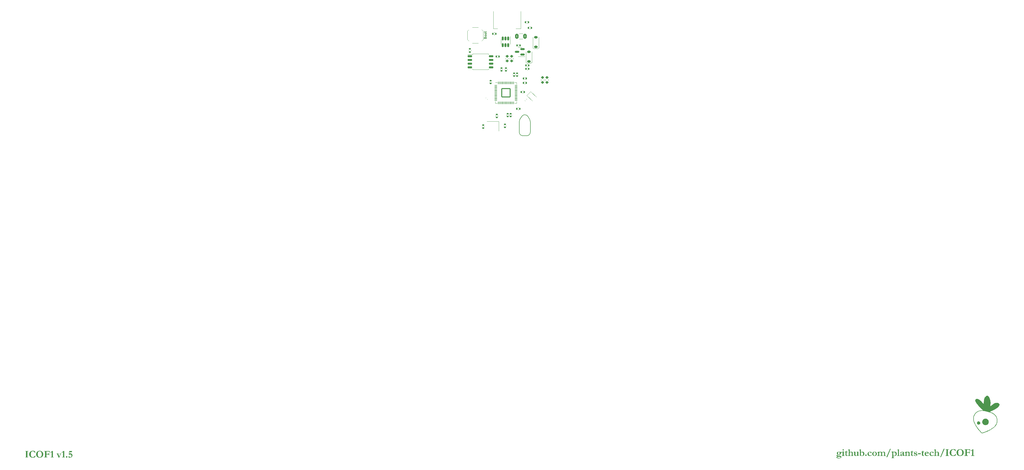
<source format=gbr>
%TF.GenerationSoftware,KiCad,Pcbnew,7.0.2*%
%TF.CreationDate,2023-06-11T22:05:45-05:00*%
%TF.ProjectId,ICOF1,49434f46-312e-46b6-9963-61645f706362,rev?*%
%TF.SameCoordinates,Original*%
%TF.FileFunction,Legend,Top*%
%TF.FilePolarity,Positive*%
%FSLAX46Y46*%
G04 Gerber Fmt 4.6, Leading zero omitted, Abs format (unit mm)*
G04 Created by KiCad (PCBNEW 7.0.2) date 2023-06-11 22:05:45*
%MOMM*%
%LPD*%
G01*
G04 APERTURE LIST*
G04 Aperture macros list*
%AMRoundRect*
0 Rectangle with rounded corners*
0 $1 Rounding radius*
0 $2 $3 $4 $5 $6 $7 $8 $9 X,Y pos of 4 corners*
0 Add a 4 corners polygon primitive as box body*
4,1,4,$2,$3,$4,$5,$6,$7,$8,$9,$2,$3,0*
0 Add four circle primitives for the rounded corners*
1,1,$1+$1,$2,$3*
1,1,$1+$1,$4,$5*
1,1,$1+$1,$6,$7*
1,1,$1+$1,$8,$9*
0 Add four rect primitives between the rounded corners*
20,1,$1+$1,$2,$3,$4,$5,0*
20,1,$1+$1,$4,$5,$6,$7,0*
20,1,$1+$1,$6,$7,$8,$9,0*
20,1,$1+$1,$8,$9,$2,$3,0*%
G04 Aperture macros list end*
%ADD10C,0.300000*%
%ADD11C,0.500000*%
%ADD12C,0.150000*%
%ADD13C,0.120000*%
%ADD14C,0.200000*%
%ADD15C,9.000000*%
%ADD16C,3.000000*%
%ADD17C,8.000000*%
%ADD18R,1.100000X1.800000*%
%ADD19RoundRect,0.140000X0.170000X-0.140000X0.170000X0.140000X-0.170000X0.140000X-0.170000X-0.140000X0*%
%ADD20RoundRect,0.200000X-0.275000X0.200000X-0.275000X-0.200000X0.275000X-0.200000X0.275000X0.200000X0*%
%ADD21RoundRect,0.150000X0.587500X0.150000X-0.587500X0.150000X-0.587500X-0.150000X0.587500X-0.150000X0*%
%ADD22RoundRect,0.140000X0.140000X0.170000X-0.140000X0.170000X-0.140000X-0.170000X0.140000X-0.170000X0*%
%ADD23RoundRect,0.200000X0.275000X-0.200000X0.275000X0.200000X-0.275000X0.200000X-0.275000X-0.200000X0*%
%ADD24RoundRect,0.140000X-0.219203X-0.021213X-0.021213X-0.219203X0.219203X0.021213X0.021213X0.219203X0*%
%ADD25RoundRect,0.135000X0.135000X0.185000X-0.135000X0.185000X-0.135000X-0.185000X0.135000X-0.185000X0*%
%ADD26R,1.400000X1.200000*%
%ADD27RoundRect,0.140000X-0.021213X0.219203X-0.219203X0.021213X0.021213X-0.219203X0.219203X-0.021213X0*%
%ADD28RoundRect,0.250000X-0.375000X-0.625000X0.375000X-0.625000X0.375000X0.625000X-0.375000X0.625000X0*%
%ADD29RoundRect,0.135000X-0.135000X-0.185000X0.135000X-0.185000X0.135000X0.185000X-0.135000X0.185000X0*%
%ADD30RoundRect,0.225000X0.375000X-0.225000X0.375000X0.225000X-0.375000X0.225000X-0.375000X-0.225000X0*%
%ADD31RoundRect,0.140000X-0.140000X-0.170000X0.140000X-0.170000X0.140000X0.170000X-0.140000X0.170000X0*%
%ADD32RoundRect,0.135000X0.185000X-0.135000X0.185000X0.135000X-0.185000X0.135000X-0.185000X-0.135000X0*%
%ADD33RoundRect,0.140000X-0.170000X0.140000X-0.170000X-0.140000X0.170000X-0.140000X0.170000X0.140000X0*%
%ADD34RoundRect,0.135000X-0.185000X0.135000X-0.185000X-0.135000X0.185000X-0.135000X0.185000X0.135000X0*%
%ADD35RoundRect,0.243750X-0.494975X-0.150260X-0.150260X-0.494975X0.494975X0.150260X0.150260X0.494975X0*%
%ADD36RoundRect,0.050000X-0.387500X-0.050000X0.387500X-0.050000X0.387500X0.050000X-0.387500X0.050000X0*%
%ADD37RoundRect,0.050000X-0.050000X-0.387500X0.050000X-0.387500X0.050000X0.387500X-0.050000X0.387500X0*%
%ADD38RoundRect,0.144000X-1.456000X-1.456000X1.456000X-1.456000X1.456000X1.456000X-1.456000X1.456000X0*%
%ADD39C,8.500000*%
%ADD40C,0.990600*%
%ADD41C,0.787400*%
%ADD42RoundRect,0.150000X-0.150000X0.512500X-0.150000X-0.512500X0.150000X-0.512500X0.150000X0.512500X0*%
%ADD43C,0.650000*%
%ADD44R,0.300000X0.900000*%
%ADD45R,0.300000X0.700000*%
%ADD46O,0.800000X1.400000*%
%ADD47RoundRect,0.150000X-0.650000X-0.150000X0.650000X-0.150000X0.650000X0.150000X-0.650000X0.150000X0*%
%ADD48C,1.750000*%
%ADD49C,3.987800*%
%ADD50C,2.286000*%
G04 APERTURE END LIST*
D10*
G36*
X324807438Y-176919263D02*
G01*
X324832655Y-176919807D01*
X324862914Y-176920997D01*
X324891771Y-176922753D01*
X324919228Y-176925075D01*
X324945283Y-176927964D01*
X324965118Y-176930683D01*
X324989198Y-176935368D01*
X325013203Y-176941216D01*
X325037454Y-176947764D01*
X325065096Y-176955728D01*
X325085408Y-176961824D01*
X325150743Y-176981364D01*
X325177493Y-176995735D01*
X325203169Y-177010224D01*
X325227772Y-177024834D01*
X325251302Y-177039562D01*
X325273759Y-177054410D01*
X325295142Y-177069377D01*
X325303394Y-177075397D01*
X325330602Y-177070000D01*
X325356811Y-177064571D01*
X325382021Y-177059109D01*
X325406234Y-177053616D01*
X325436965Y-177046241D01*
X325465921Y-177038809D01*
X325493102Y-177031319D01*
X325518509Y-177023772D01*
X325542142Y-177016168D01*
X325569106Y-177008793D01*
X325594435Y-177003229D01*
X325621378Y-176999088D01*
X325646184Y-176997313D01*
X325652051Y-176997240D01*
X325677617Y-177002278D01*
X325698748Y-177017394D01*
X325707006Y-177027770D01*
X325717041Y-177051560D01*
X325722576Y-177079214D01*
X325725313Y-177103867D01*
X325727037Y-177132606D01*
X325727685Y-177158538D01*
X325727766Y-177172484D01*
X325727140Y-177201935D01*
X325725262Y-177228464D01*
X325721355Y-177256442D01*
X325715645Y-177280213D01*
X325705226Y-177305362D01*
X325702121Y-177310481D01*
X325685854Y-177330767D01*
X325665704Y-177345193D01*
X325648387Y-177348949D01*
X325624645Y-177337937D01*
X325603211Y-177324171D01*
X325588548Y-177314145D01*
X325566979Y-177300243D01*
X325539507Y-177283695D01*
X325513504Y-177269417D01*
X325488970Y-177257410D01*
X325465905Y-177247674D01*
X325439140Y-177238697D01*
X325414671Y-177233267D01*
X325401092Y-177231713D01*
X325408512Y-177255070D01*
X325417270Y-177285863D01*
X325424731Y-177316255D01*
X325430894Y-177346246D01*
X325435760Y-177375837D01*
X325439329Y-177405027D01*
X325441599Y-177433816D01*
X325442572Y-177462204D01*
X325442613Y-177469239D01*
X325441969Y-177493981D01*
X325440037Y-177518519D01*
X325436817Y-177542853D01*
X325432309Y-177566984D01*
X325426513Y-177590910D01*
X325419429Y-177614633D01*
X325411057Y-177638151D01*
X325401397Y-177661466D01*
X325390449Y-177684576D01*
X325378213Y-177707483D01*
X325369340Y-177722641D01*
X325355238Y-177744760D01*
X325340181Y-177766011D01*
X325324169Y-177786391D01*
X325307201Y-177805903D01*
X325289278Y-177824545D01*
X325270400Y-177842317D01*
X325250567Y-177859221D01*
X325229778Y-177875254D01*
X325208034Y-177890419D01*
X325185335Y-177904714D01*
X325169672Y-177913761D01*
X325147539Y-177925813D01*
X325125412Y-177937088D01*
X325103289Y-177947585D01*
X325070115Y-177961873D01*
X325036950Y-177974411D01*
X325003797Y-177985200D01*
X324970654Y-177994239D01*
X324937522Y-178001529D01*
X324904401Y-178007069D01*
X324871290Y-178010860D01*
X324838191Y-178012901D01*
X324816130Y-178013290D01*
X324788872Y-178013204D01*
X324763885Y-178012946D01*
X324735844Y-178012383D01*
X324711351Y-178011551D01*
X324686643Y-178010199D01*
X324661646Y-178007794D01*
X324637303Y-178004653D01*
X324609611Y-178000267D01*
X324583976Y-177995660D01*
X324556016Y-177990189D01*
X324531973Y-177985190D01*
X324506442Y-177979637D01*
X324493119Y-177976653D01*
X324466523Y-177991557D01*
X324441463Y-178006041D01*
X324417937Y-178020107D01*
X324395946Y-178033755D01*
X324369013Y-178051300D01*
X324344808Y-178068101D01*
X324323332Y-178084158D01*
X324300324Y-178103183D01*
X324288565Y-178114040D01*
X324271879Y-178133810D01*
X324261575Y-178158339D01*
X324259256Y-178178764D01*
X324263464Y-178203465D01*
X324276086Y-178226277D01*
X324289176Y-178240436D01*
X324309242Y-178254539D01*
X324332512Y-178264805D01*
X324357068Y-178272035D01*
X324381232Y-178276929D01*
X324389926Y-178278293D01*
X324414915Y-178282504D01*
X324427784Y-178285010D01*
X324457676Y-178286945D01*
X324483694Y-178288257D01*
X324511581Y-178289359D01*
X324541339Y-178290251D01*
X324572966Y-178290933D01*
X324597914Y-178291307D01*
X324623914Y-178291563D01*
X324650966Y-178291700D01*
X324669584Y-178291727D01*
X324695630Y-178291040D01*
X324721769Y-178290005D01*
X324750591Y-178288745D01*
X324779136Y-178287433D01*
X324791706Y-178286842D01*
X324817305Y-178285527D01*
X324841775Y-178285010D01*
X324867181Y-178285135D01*
X324892108Y-178285508D01*
X324916555Y-178286132D01*
X324964010Y-178288126D01*
X325009548Y-178291117D01*
X325053168Y-178295105D01*
X325094871Y-178300090D01*
X325134656Y-178306072D01*
X325172523Y-178313051D01*
X325208472Y-178321027D01*
X325242504Y-178330000D01*
X325274618Y-178339970D01*
X325304815Y-178350937D01*
X325333094Y-178362901D01*
X325359455Y-178375862D01*
X325383898Y-178389820D01*
X325406424Y-178404775D01*
X325416967Y-178412627D01*
X325436710Y-178428727D01*
X325455178Y-178445275D01*
X325480493Y-178470939D01*
X325502941Y-178497611D01*
X325522524Y-178525292D01*
X325539241Y-178553982D01*
X325553093Y-178583682D01*
X325564078Y-178614390D01*
X325572198Y-178646107D01*
X325577452Y-178678832D01*
X325579840Y-178712567D01*
X325580000Y-178724036D01*
X325579103Y-178748699D01*
X325576412Y-178773229D01*
X325571928Y-178797624D01*
X325565650Y-178821886D01*
X325557579Y-178846015D01*
X325547714Y-178870010D01*
X325536055Y-178893871D01*
X325522602Y-178917599D01*
X325507614Y-178940707D01*
X325491347Y-178962708D01*
X325473802Y-178983602D01*
X325454978Y-179003389D01*
X325434875Y-179022070D01*
X325413495Y-179039644D01*
X325390835Y-179056111D01*
X325366898Y-179071472D01*
X325341109Y-179086088D01*
X325312592Y-179100323D01*
X325289413Y-179110749D01*
X325264700Y-179120960D01*
X325238451Y-179130956D01*
X325210668Y-179140738D01*
X325181350Y-179150305D01*
X325150497Y-179159657D01*
X325118109Y-179168795D01*
X325084187Y-179177718D01*
X325049375Y-179186120D01*
X325014091Y-179193696D01*
X324978334Y-179200445D01*
X324954235Y-179204486D01*
X324929925Y-179208159D01*
X324905405Y-179211465D01*
X324880675Y-179214403D01*
X324855736Y-179216975D01*
X324830587Y-179219179D01*
X324805227Y-179221015D01*
X324779658Y-179222484D01*
X324753879Y-179223586D01*
X324727890Y-179224321D01*
X324701691Y-179224688D01*
X324688513Y-179224734D01*
X324660151Y-179224572D01*
X324632156Y-179224086D01*
X324604528Y-179223275D01*
X324577268Y-179222139D01*
X324550375Y-179220680D01*
X324523850Y-179218895D01*
X324497691Y-179216787D01*
X324471900Y-179214354D01*
X324446477Y-179211597D01*
X324421420Y-179208515D01*
X324396731Y-179205109D01*
X324372409Y-179201379D01*
X324336616Y-179195175D01*
X324301648Y-179188241D01*
X324278796Y-179183213D01*
X324245589Y-179175081D01*
X324213745Y-179166025D01*
X324183264Y-179156047D01*
X324154146Y-179145146D01*
X324126391Y-179133321D01*
X324100000Y-179120573D01*
X324074972Y-179106903D01*
X324051306Y-179092309D01*
X324029004Y-179076792D01*
X324008065Y-179060352D01*
X323994863Y-179048879D01*
X323976402Y-179031334D01*
X323956787Y-179009000D01*
X323941018Y-178986218D01*
X323929095Y-178962990D01*
X323921018Y-178939314D01*
X323916787Y-178915191D01*
X323916095Y-178900502D01*
X323916741Y-178892564D01*
X324228726Y-178892564D01*
X324232046Y-178918744D01*
X324242007Y-178944771D01*
X324256169Y-178967419D01*
X324272355Y-178986739D01*
X324281849Y-178996367D01*
X324304303Y-179014850D01*
X324326885Y-179029105D01*
X324352984Y-179042315D01*
X324376397Y-179052133D01*
X324402062Y-179061282D01*
X324429978Y-179069764D01*
X324460146Y-179077578D01*
X324491879Y-179084590D01*
X324516054Y-179089236D01*
X324540551Y-179093356D01*
X324565370Y-179096950D01*
X324590511Y-179100018D01*
X324615974Y-179102560D01*
X324641759Y-179104576D01*
X324667866Y-179106066D01*
X324694295Y-179107030D01*
X324721046Y-179107469D01*
X324730034Y-179107498D01*
X324756331Y-179107015D01*
X324781325Y-179105971D01*
X324805912Y-179104612D01*
X324833418Y-179102823D01*
X324853377Y-179101392D01*
X324884687Y-179097993D01*
X324915115Y-179094055D01*
X324944660Y-179089578D01*
X324973323Y-179084562D01*
X325001103Y-179079007D01*
X325028001Y-179072913D01*
X325054016Y-179066279D01*
X325079149Y-179059107D01*
X325103399Y-179051396D01*
X325126767Y-179043145D01*
X325160164Y-179029759D01*
X325191575Y-179015160D01*
X325221000Y-178999348D01*
X325248440Y-178982323D01*
X325269334Y-178966944D01*
X325291534Y-178947826D01*
X325309381Y-178928828D01*
X325325052Y-178906188D01*
X325335412Y-178879992D01*
X325337588Y-178861423D01*
X325334927Y-178836865D01*
X325326941Y-178812651D01*
X325318660Y-178796699D01*
X325302111Y-178775361D01*
X325283311Y-178758011D01*
X325262627Y-178742670D01*
X325250882Y-178735027D01*
X325228897Y-178722547D01*
X325205685Y-178711820D01*
X325181246Y-178702845D01*
X325155580Y-178695624D01*
X325140362Y-178692285D01*
X325111514Y-178688063D01*
X325086460Y-178685201D01*
X325059650Y-178682797D01*
X325031085Y-178680850D01*
X325000765Y-178679362D01*
X324968689Y-178678332D01*
X324943480Y-178677859D01*
X324917283Y-178677645D01*
X324908332Y-178677630D01*
X324697062Y-178673967D01*
X324663046Y-178674200D01*
X324630458Y-178674902D01*
X324599295Y-178676070D01*
X324569559Y-178677707D01*
X324541249Y-178679810D01*
X324514366Y-178682382D01*
X324488909Y-178685420D01*
X324453398Y-178690855D01*
X324421096Y-178697342D01*
X324392003Y-178704880D01*
X324366120Y-178713470D01*
X324343446Y-178723112D01*
X324323981Y-178733806D01*
X324301655Y-178749510D01*
X324282307Y-178766397D01*
X324262307Y-178789170D01*
X324246958Y-178813791D01*
X324236261Y-178840261D01*
X324230214Y-178868579D01*
X324228726Y-178892564D01*
X323916741Y-178892564D01*
X323918414Y-178872001D01*
X323925369Y-178844660D01*
X323936961Y-178818478D01*
X323950163Y-178797545D01*
X323966585Y-178777417D01*
X323982041Y-178761894D01*
X324001981Y-178746247D01*
X324028523Y-178729837D01*
X324052763Y-178717029D01*
X324080716Y-178703791D01*
X324112383Y-178690124D01*
X324135557Y-178680774D01*
X324160382Y-178671233D01*
X324186858Y-178661502D01*
X324214984Y-178651579D01*
X324244760Y-178641466D01*
X324276188Y-178631162D01*
X324309265Y-178620667D01*
X324326423Y-178615348D01*
X324298023Y-178607635D01*
X324270829Y-178599759D01*
X324244843Y-178591721D01*
X324220063Y-178583521D01*
X324196490Y-178575158D01*
X324163394Y-178562310D01*
X324133013Y-178549098D01*
X324105348Y-178535520D01*
X324080399Y-178521577D01*
X324058164Y-178507270D01*
X324032743Y-178487625D01*
X324016845Y-178472466D01*
X323998813Y-178451868D01*
X323983186Y-178430678D01*
X323969962Y-178408896D01*
X323959143Y-178386523D01*
X323950728Y-178363559D01*
X323943590Y-178334021D01*
X323940585Y-178309726D01*
X323939909Y-178291116D01*
X323941347Y-178262222D01*
X323945662Y-178235990D01*
X323952853Y-178212419D01*
X323964879Y-178188285D01*
X323980819Y-178167773D01*
X324000950Y-178150600D01*
X324027359Y-178131366D01*
X324053176Y-178113735D01*
X324084146Y-178093356D01*
X324107654Y-178078243D01*
X324133452Y-178061909D01*
X324161540Y-178044354D01*
X324191918Y-178025578D01*
X324224585Y-178005581D01*
X324259543Y-177984362D01*
X324296790Y-177961922D01*
X324336326Y-177938261D01*
X324356953Y-177925973D01*
X324326059Y-177907256D01*
X324297033Y-177888657D01*
X324269874Y-177870176D01*
X324244583Y-177851813D01*
X324221159Y-177833568D01*
X324199603Y-177815441D01*
X324179914Y-177797432D01*
X324162093Y-177779542D01*
X324141237Y-177755871D01*
X324123702Y-177732411D01*
X324108970Y-177709540D01*
X324095688Y-177686722D01*
X324083854Y-177663959D01*
X324073470Y-177641249D01*
X324061878Y-177611052D01*
X324052862Y-177580951D01*
X324046422Y-177550946D01*
X324042558Y-177521036D01*
X324041270Y-177491221D01*
X324041966Y-177464287D01*
X324044055Y-177436915D01*
X324045054Y-177428939D01*
X324446713Y-177428939D01*
X324447476Y-177457485D01*
X324449050Y-177486307D01*
X324451018Y-177515180D01*
X324453022Y-177541455D01*
X324455407Y-177570554D01*
X324458173Y-177602478D01*
X324458925Y-177610900D01*
X324461822Y-177635310D01*
X324466993Y-177661489D01*
X324474148Y-177685837D01*
X324484570Y-177711039D01*
X324495733Y-177734738D01*
X324507239Y-177756377D01*
X324521097Y-177779017D01*
X324535422Y-177798852D01*
X324548073Y-177813621D01*
X324566621Y-177831100D01*
X324588068Y-177846899D01*
X324609214Y-177859346D01*
X324632581Y-177870508D01*
X324639665Y-177873461D01*
X324665043Y-177882264D01*
X324690421Y-177888905D01*
X324715800Y-177893384D01*
X324741178Y-177895700D01*
X324755680Y-177896053D01*
X324783997Y-177894527D01*
X324811245Y-177889947D01*
X324837425Y-177882315D01*
X324862536Y-177871629D01*
X324886579Y-177857890D01*
X324909553Y-177841099D01*
X324931458Y-177821254D01*
X324952295Y-177798356D01*
X324971472Y-177772243D01*
X324984177Y-177750442D01*
X324995443Y-177726741D01*
X325005272Y-177701140D01*
X325013661Y-177673640D01*
X325020613Y-177644239D01*
X325026126Y-177612939D01*
X325030201Y-177579739D01*
X325032838Y-177544639D01*
X325033797Y-177520184D01*
X325034117Y-177494884D01*
X325033831Y-177461616D01*
X325032972Y-177429740D01*
X325031541Y-177399258D01*
X325029537Y-177370168D01*
X325026961Y-177342471D01*
X325023813Y-177316167D01*
X325020092Y-177291256D01*
X325013437Y-177256502D01*
X325005495Y-177224882D01*
X324996264Y-177196395D01*
X324985745Y-177171043D01*
X324973939Y-177148825D01*
X324960844Y-177129741D01*
X324941743Y-177107845D01*
X324920773Y-177088869D01*
X324897932Y-177072812D01*
X324873222Y-177059674D01*
X324846641Y-177049456D01*
X324818191Y-177042157D01*
X324787870Y-177037778D01*
X324755680Y-177036318D01*
X324729851Y-177037955D01*
X324705331Y-177040359D01*
X324678053Y-177043339D01*
X324664699Y-177044867D01*
X324639297Y-177051709D01*
X324614611Y-177062696D01*
X324590639Y-177077827D01*
X324567384Y-177097102D01*
X324549295Y-177115507D01*
X324531663Y-177136563D01*
X324514490Y-177160272D01*
X324498605Y-177186375D01*
X324484837Y-177214616D01*
X324473188Y-177244993D01*
X324465841Y-177269179D01*
X324459686Y-177294567D01*
X324454722Y-177321157D01*
X324450949Y-177348949D01*
X324448367Y-177377944D01*
X324446977Y-177408140D01*
X324446713Y-177428939D01*
X324045054Y-177428939D01*
X324047538Y-177409104D01*
X324052413Y-177380853D01*
X324058681Y-177352164D01*
X324066343Y-177323037D01*
X324075397Y-177293470D01*
X324085844Y-177263464D01*
X324098180Y-177242205D01*
X324117722Y-177211595D01*
X324138509Y-177182521D01*
X324160541Y-177154981D01*
X324183818Y-177128976D01*
X324208340Y-177104505D01*
X324234107Y-177081570D01*
X324261119Y-177060170D01*
X324289376Y-177040304D01*
X324318879Y-177021973D01*
X324349626Y-177005177D01*
X324381849Y-176989791D01*
X324415779Y-176975918D01*
X324439347Y-176967511D01*
X324463674Y-176959775D01*
X324488759Y-176952713D01*
X324514602Y-176946323D01*
X324541204Y-176940606D01*
X324568565Y-176935561D01*
X324596684Y-176931189D01*
X324625561Y-176927490D01*
X324655197Y-176924463D01*
X324685591Y-176922109D01*
X324716744Y-176920427D01*
X324748656Y-176919418D01*
X324781325Y-176919082D01*
X324807438Y-176919263D01*
G37*
G36*
X326020858Y-176300537D02*
G01*
X326022319Y-176273483D01*
X326026702Y-176248039D01*
X326034006Y-176224205D01*
X326044233Y-176201981D01*
X326057381Y-176181367D01*
X326073451Y-176162363D01*
X326080697Y-176155212D01*
X326100423Y-176138853D01*
X326121818Y-176125266D01*
X326144883Y-176114453D01*
X326169617Y-176106411D01*
X326196021Y-176101143D01*
X326224095Y-176098648D01*
X326235792Y-176098426D01*
X326260588Y-176099361D01*
X326290054Y-176103159D01*
X326317820Y-176109880D01*
X326343887Y-176119522D01*
X326368255Y-176132086D01*
X326390923Y-176147571D01*
X326403709Y-176158265D01*
X326423058Y-176177353D01*
X326439128Y-176197215D01*
X326454084Y-176222074D01*
X326464316Y-176248048D01*
X326469826Y-176275139D01*
X326470875Y-176293820D01*
X326469196Y-176321641D01*
X326464972Y-176346047D01*
X326458177Y-176370511D01*
X326448810Y-176395034D01*
X326444009Y-176405561D01*
X326431002Y-176428819D01*
X326414957Y-176449973D01*
X326395873Y-176469024D01*
X326373751Y-176485971D01*
X326359745Y-176494710D01*
X326338135Y-176506123D01*
X326312707Y-176516454D01*
X326287044Y-176523571D01*
X326261148Y-176527473D01*
X326242508Y-176528293D01*
X326217061Y-176526653D01*
X326192240Y-176521734D01*
X326168046Y-176513535D01*
X326144477Y-176502056D01*
X326121535Y-176487298D01*
X326099218Y-176469260D01*
X326090467Y-176461127D01*
X326070414Y-176439496D01*
X326053759Y-176416583D01*
X326040503Y-176392388D01*
X326030647Y-176366912D01*
X326024189Y-176340153D01*
X326021130Y-176312112D01*
X326020858Y-176300537D01*
G37*
G36*
X325780279Y-178365000D02*
G01*
X325776615Y-178247763D01*
X325970788Y-178220286D01*
X325995200Y-178211460D01*
X326017411Y-178197722D01*
X326030017Y-178183649D01*
X326039403Y-178159295D01*
X326043782Y-178132609D01*
X326045714Y-178107636D01*
X326046487Y-178078413D01*
X326046503Y-178073129D01*
X326046503Y-178052979D01*
X326046971Y-178027384D01*
X326047877Y-178000658D01*
X326048946Y-177974211D01*
X326049897Y-177949772D01*
X326050699Y-177923487D01*
X326051195Y-177898958D01*
X326051388Y-177873461D01*
X326051002Y-177848860D01*
X326050167Y-177822780D01*
X326049079Y-177795589D01*
X326047911Y-177769519D01*
X326046503Y-177740348D01*
X326048335Y-177649979D01*
X326046503Y-177564494D01*
X326050167Y-177268349D01*
X326049670Y-177243359D01*
X326048180Y-177218077D01*
X326045697Y-177192502D01*
X326042220Y-177166635D01*
X326039787Y-177151723D01*
X326023093Y-177133770D01*
X326001531Y-177119078D01*
X325976925Y-177107180D01*
X325970788Y-177104706D01*
X325945585Y-177096417D01*
X325918308Y-177090148D01*
X325891576Y-177085515D01*
X325861207Y-177081419D01*
X325834292Y-177078528D01*
X325805050Y-177075980D01*
X325797376Y-177075397D01*
X325797376Y-176958161D01*
X325830196Y-176956454D01*
X325862255Y-176954082D01*
X325893552Y-176951045D01*
X325924086Y-176947342D01*
X325953859Y-176942973D01*
X325982869Y-176937939D01*
X326011117Y-176932240D01*
X326038604Y-176925875D01*
X326065328Y-176918845D01*
X326091290Y-176911149D01*
X326108175Y-176905648D01*
X326131301Y-176897615D01*
X326154886Y-176888170D01*
X326178929Y-176877313D01*
X326203429Y-176865043D01*
X326228388Y-176851362D01*
X326253804Y-176836268D01*
X326279679Y-176819763D01*
X326306011Y-176801845D01*
X326420806Y-176801845D01*
X326421619Y-176829370D01*
X326422380Y-176857907D01*
X326423088Y-176887454D01*
X326423744Y-176918013D01*
X326424347Y-176949584D01*
X326424898Y-176982165D01*
X326425397Y-177015758D01*
X326425843Y-177050362D01*
X326426237Y-177085978D01*
X326426578Y-177122605D01*
X326426866Y-177160243D01*
X326427102Y-177198893D01*
X326427286Y-177238553D01*
X326427417Y-177279226D01*
X326427496Y-177320909D01*
X326427522Y-177363604D01*
X326415921Y-178074961D01*
X326416157Y-178101966D01*
X326416865Y-178128027D01*
X326418046Y-178153143D01*
X326420020Y-178181251D01*
X326422637Y-178208073D01*
X326449093Y-178216355D01*
X326476885Y-178223453D01*
X326503652Y-178229368D01*
X326533700Y-178235284D01*
X326560099Y-178240016D01*
X326588597Y-178244748D01*
X326596050Y-178245931D01*
X326620656Y-178250294D01*
X326644484Y-178255709D01*
X326668197Y-178262993D01*
X326669933Y-178263639D01*
X326668101Y-178365000D01*
X326641483Y-178365965D01*
X326615837Y-178366652D01*
X326599713Y-178366831D01*
X326573946Y-178366529D01*
X326548091Y-178365885D01*
X326523628Y-178365112D01*
X326520334Y-178365000D01*
X326486435Y-178365000D01*
X326450453Y-178365000D01*
X326425309Y-178365000D01*
X326399239Y-178365000D01*
X326372243Y-178365000D01*
X326344322Y-178365000D01*
X326315476Y-178365000D01*
X326285704Y-178365000D01*
X326255007Y-178365000D01*
X326223384Y-178365000D01*
X326190836Y-178365000D01*
X326157362Y-178365000D01*
X326122963Y-178365000D01*
X326087638Y-178365000D01*
X326051388Y-178365000D01*
X326025351Y-178365000D01*
X325999522Y-178365000D01*
X325973903Y-178365000D01*
X325948491Y-178365000D01*
X325923289Y-178365000D01*
X325898295Y-178365000D01*
X325888356Y-178365000D01*
X325860557Y-178365000D01*
X325832520Y-178365000D01*
X325806273Y-178365000D01*
X325780279Y-178365000D01*
G37*
G36*
X326810983Y-177014947D02*
G01*
X326835882Y-177003971D01*
X326859899Y-176993023D01*
X326883033Y-176982103D01*
X326905284Y-176971212D01*
X326937006Y-176954930D01*
X326966743Y-176938712D01*
X326994494Y-176922558D01*
X327020259Y-176906469D01*
X327044039Y-176890444D01*
X327065833Y-176874484D01*
X327085642Y-176858588D01*
X327103464Y-176842756D01*
X327126257Y-176819887D01*
X327143615Y-176800569D01*
X327161198Y-176779394D01*
X327179006Y-176756362D01*
X327197040Y-176731473D01*
X327215299Y-176704727D01*
X327233784Y-176676125D01*
X327252494Y-176645665D01*
X327265092Y-176624327D01*
X327277791Y-176602164D01*
X327290590Y-176579176D01*
X327297027Y-176567372D01*
X327392892Y-176567372D01*
X327399838Y-176590919D01*
X327404799Y-176615152D01*
X327407776Y-176640073D01*
X327408768Y-176665680D01*
X327408723Y-176693861D01*
X327408589Y-176720014D01*
X327408310Y-176748722D01*
X327407902Y-176774511D01*
X327407263Y-176800908D01*
X327406936Y-176811004D01*
X327401441Y-176916639D01*
X327402387Y-176941792D01*
X327403272Y-176958161D01*
X327442962Y-176959993D01*
X327469638Y-176959735D01*
X327498174Y-176959413D01*
X327522827Y-176959127D01*
X327551984Y-176958783D01*
X327576806Y-176958488D01*
X327604162Y-176958161D01*
X327631317Y-176958161D01*
X327660214Y-176958161D01*
X327686973Y-176958161D01*
X327712051Y-176958161D01*
X327733000Y-176958161D01*
X327738474Y-176982513D01*
X327742154Y-177007373D01*
X327743381Y-177030212D01*
X327741937Y-177055511D01*
X327738121Y-177080890D01*
X327732647Y-177105668D01*
X327731168Y-177111423D01*
X327704492Y-177112759D01*
X327678588Y-177113805D01*
X327652829Y-177114428D01*
X327645073Y-177114476D01*
X327619434Y-177114476D01*
X327593259Y-177114476D01*
X327590729Y-177114476D01*
X327500969Y-177114476D01*
X327470439Y-177112644D01*
X327388007Y-177114476D01*
X327384344Y-177830108D01*
X327384231Y-177855522D01*
X327384215Y-177891344D01*
X327384382Y-177924408D01*
X327384731Y-177954714D01*
X327385262Y-177982261D01*
X327385976Y-178007050D01*
X327387211Y-178035810D01*
X327389212Y-178064865D01*
X327392281Y-178089616D01*
X327398464Y-178114994D01*
X327407241Y-178139838D01*
X327418614Y-178164148D01*
X327432581Y-178187923D01*
X327455583Y-178197959D01*
X327479937Y-178204710D01*
X327505643Y-178208177D01*
X327520509Y-178208684D01*
X327547128Y-178207790D01*
X327572773Y-178204355D01*
X327588897Y-178199525D01*
X327610135Y-178187217D01*
X327631698Y-178171450D01*
X327651809Y-178155313D01*
X327664612Y-178144570D01*
X327684106Y-178128225D01*
X327696974Y-178118314D01*
X327716743Y-178136060D01*
X327734527Y-178153882D01*
X327752162Y-178174023D01*
X327764141Y-178189755D01*
X327770858Y-178211737D01*
X327755125Y-178233576D01*
X327737847Y-178254212D01*
X327719023Y-178273647D01*
X327698654Y-178291879D01*
X327676738Y-178308910D01*
X327653278Y-178324738D01*
X327628272Y-178339364D01*
X327601720Y-178352787D01*
X327574176Y-178364809D01*
X327546193Y-178375227D01*
X327517771Y-178384043D01*
X327488910Y-178391256D01*
X327459610Y-178396866D01*
X327429872Y-178400873D01*
X327399695Y-178403277D01*
X327369078Y-178404078D01*
X327339614Y-178403128D01*
X327311211Y-178400279D01*
X327283872Y-178395529D01*
X327257595Y-178388880D01*
X327232380Y-178380331D01*
X327208229Y-178369882D01*
X327185140Y-178357533D01*
X327163113Y-178343285D01*
X327142149Y-178327136D01*
X327122248Y-178309088D01*
X327109570Y-178296001D01*
X327091783Y-178274581D01*
X327075746Y-178251078D01*
X327061458Y-178225494D01*
X327048920Y-178197827D01*
X327038131Y-178168078D01*
X327029092Y-178136246D01*
X327021802Y-178102332D01*
X327016262Y-178066336D01*
X327013540Y-178041182D01*
X327011597Y-178015103D01*
X327010430Y-177988097D01*
X327010041Y-177960167D01*
X327016758Y-177637156D01*
X327016758Y-177114476D01*
X326963635Y-177114476D01*
X326840293Y-177114476D01*
X326817700Y-177112644D01*
X326807573Y-177089815D01*
X326807320Y-177085778D01*
X326808354Y-177061226D01*
X326809738Y-177036228D01*
X326810983Y-177014947D01*
G37*
G36*
X327866723Y-178266692D02*
G01*
X327893437Y-178261957D01*
X327918625Y-178258601D01*
X327944862Y-178255509D01*
X327969286Y-178252843D01*
X327996763Y-178250004D01*
X328019375Y-178247763D01*
X328044295Y-178243756D01*
X328068255Y-178236922D01*
X328088374Y-178223949D01*
X328097390Y-178200682D01*
X328101714Y-178176234D01*
X328104118Y-178149930D01*
X328105203Y-178124239D01*
X328105471Y-178101217D01*
X328105471Y-177979096D01*
X328110355Y-177850258D01*
X328110355Y-177709207D01*
X328112187Y-177674403D01*
X328110355Y-177588918D01*
X328114019Y-177559609D01*
X328120736Y-176934958D01*
X328120736Y-176886720D01*
X328120669Y-176847605D01*
X328120469Y-176810403D01*
X328120135Y-176775115D01*
X328119667Y-176741739D01*
X328119066Y-176710276D01*
X328118331Y-176680726D01*
X328117463Y-176653089D01*
X328116461Y-176627364D01*
X328114708Y-176592365D01*
X328112655Y-176561669D01*
X328110301Y-176535278D01*
X328106694Y-176506784D01*
X328103639Y-176490436D01*
X328095530Y-176466860D01*
X328081195Y-176444177D01*
X328063501Y-176426923D01*
X328054180Y-176420216D01*
X328032383Y-176409142D01*
X328005793Y-176399883D01*
X327978059Y-176392331D01*
X327952222Y-176386396D01*
X327923142Y-176380557D01*
X327890818Y-176374814D01*
X327873440Y-176371978D01*
X327873440Y-176329235D01*
X327873955Y-176304735D01*
X327875332Y-176278655D01*
X327877103Y-176254741D01*
X328021207Y-176224822D01*
X328045008Y-176218832D01*
X328070887Y-176212631D01*
X328096170Y-176206906D01*
X328103639Y-176205282D01*
X328128387Y-176199720D01*
X328154701Y-176192803D01*
X328182579Y-176184531D01*
X328212021Y-176174904D01*
X328235130Y-176166795D01*
X328259119Y-176157924D01*
X328283988Y-176148291D01*
X328309738Y-176137896D01*
X328336367Y-176126739D01*
X328345439Y-176122850D01*
X328367295Y-176110962D01*
X328389414Y-176100301D01*
X328393677Y-176098426D01*
X328486489Y-176105143D01*
X328483436Y-177145617D01*
X328502794Y-177130481D01*
X328531438Y-177108832D01*
X328559610Y-177088449D01*
X328587309Y-177069333D01*
X328614536Y-177051483D01*
X328641290Y-177034900D01*
X328667573Y-177019584D01*
X328693383Y-177005534D01*
X328718720Y-176992751D01*
X328743586Y-176981234D01*
X328767979Y-176970983D01*
X328792228Y-176961708D01*
X328816658Y-176953345D01*
X328841272Y-176945894D01*
X328866068Y-176939356D01*
X328891046Y-176933730D01*
X328916207Y-176929016D01*
X328941550Y-176925215D01*
X328967075Y-176922326D01*
X328992783Y-176920349D01*
X329018674Y-176919285D01*
X329036036Y-176919082D01*
X329060569Y-176919500D01*
X329092311Y-176921361D01*
X329122946Y-176924710D01*
X329152475Y-176929547D01*
X329180896Y-176935872D01*
X329208211Y-176943686D01*
X329234420Y-176952988D01*
X329259522Y-176963779D01*
X329265624Y-176966709D01*
X329289209Y-176978816D01*
X329311420Y-176991630D01*
X329332257Y-177005149D01*
X329356371Y-177023041D01*
X329378338Y-177042036D01*
X329398159Y-177062134D01*
X329415833Y-177083335D01*
X329431689Y-177105819D01*
X329446054Y-177129763D01*
X329458928Y-177155168D01*
X329470311Y-177182034D01*
X329480204Y-177210361D01*
X329487044Y-177234075D01*
X329491549Y-177252473D01*
X329496736Y-177281997D01*
X329499599Y-177306498D01*
X329501984Y-177334853D01*
X329503892Y-177367062D01*
X329505010Y-177393749D01*
X329505860Y-177422604D01*
X329506441Y-177453627D01*
X329506754Y-177486818D01*
X329506814Y-177510150D01*
X329506814Y-177620059D01*
X329508646Y-177862470D01*
X329500097Y-178212958D01*
X329514301Y-178233065D01*
X329515362Y-178233719D01*
X329539348Y-178241161D01*
X329564688Y-178247267D01*
X329588602Y-178252447D01*
X329616723Y-178258143D01*
X329641184Y-178262807D01*
X329666621Y-178268113D01*
X329688775Y-178273408D01*
X329699991Y-178295558D01*
X329702208Y-178306992D01*
X329700376Y-178318593D01*
X329697753Y-178343876D01*
X329697323Y-178365000D01*
X329657634Y-178365000D01*
X329631359Y-178365000D01*
X329606018Y-178365000D01*
X329578712Y-178365000D01*
X329556273Y-178365000D01*
X329529662Y-178365000D01*
X329503866Y-178365000D01*
X329478886Y-178365000D01*
X329446848Y-178365000D01*
X329416260Y-178365000D01*
X329387123Y-178365000D01*
X329359436Y-178365000D01*
X329333199Y-178365000D01*
X329314473Y-178365000D01*
X329289135Y-178365000D01*
X329260749Y-178365000D01*
X329234765Y-178365000D01*
X329206665Y-178365000D01*
X329176447Y-178365000D01*
X329150749Y-178365000D01*
X329144113Y-178365000D01*
X329119614Y-178365000D01*
X329093058Y-178365000D01*
X329064445Y-178365000D01*
X329033775Y-178365000D01*
X329007757Y-178365000D01*
X328980423Y-178365000D01*
X328951772Y-178365000D01*
X328926454Y-178362476D01*
X328917578Y-178360115D01*
X328917578Y-178323478D01*
X328914525Y-178303328D01*
X328919743Y-178278656D01*
X328923073Y-178269745D01*
X328946365Y-178260112D01*
X328971588Y-178252507D01*
X328995631Y-178247450D01*
X329014665Y-178244710D01*
X329040539Y-178241619D01*
X329065650Y-178238451D01*
X329089998Y-178235207D01*
X329113583Y-178231887D01*
X329118806Y-178206646D01*
X329122131Y-178190366D01*
X329130680Y-177939406D01*
X329130680Y-177518698D01*
X329130497Y-177484618D01*
X329129950Y-177452674D01*
X329129038Y-177422866D01*
X329127760Y-177395193D01*
X329126118Y-177369657D01*
X329123361Y-177338931D01*
X329119955Y-177312002D01*
X329114785Y-177283681D01*
X329109919Y-177265296D01*
X329100774Y-177241196D01*
X329088453Y-177218814D01*
X329072954Y-177198148D01*
X329054278Y-177179200D01*
X329032425Y-177161970D01*
X329024434Y-177156608D01*
X328998968Y-177142290D01*
X328976270Y-177132621D01*
X328952230Y-177125009D01*
X328926849Y-177119455D01*
X328900126Y-177115957D01*
X328872061Y-177114517D01*
X328866287Y-177114476D01*
X328839354Y-177115268D01*
X328812592Y-177117644D01*
X328786002Y-177121603D01*
X328759583Y-177127146D01*
X328733337Y-177134273D01*
X328707262Y-177142984D01*
X328681359Y-177153278D01*
X328655628Y-177165157D01*
X328630602Y-177178113D01*
X328606512Y-177191642D01*
X328583356Y-177205743D01*
X328561136Y-177220416D01*
X328539851Y-177235663D01*
X328519500Y-177251481D01*
X328500085Y-177267872D01*
X328481605Y-177284836D01*
X328481605Y-177585865D01*
X328481585Y-177616295D01*
X328481528Y-177645762D01*
X328481433Y-177674265D01*
X328481299Y-177701804D01*
X328481127Y-177728380D01*
X328480918Y-177753992D01*
X328480670Y-177778640D01*
X328480226Y-177813806D01*
X328479696Y-177846804D01*
X328479081Y-177877634D01*
X328478380Y-177906295D01*
X328477593Y-177932789D01*
X328476720Y-177957114D01*
X328475475Y-177982888D01*
X328474348Y-178008075D01*
X328473414Y-178032729D01*
X328473056Y-178049926D01*
X328473295Y-178078396D01*
X328474010Y-178104576D01*
X328475575Y-178134080D01*
X328477886Y-178160007D01*
X328481643Y-178186397D01*
X328487382Y-178210673D01*
X328488321Y-178213569D01*
X328502351Y-178234117D01*
X328522382Y-178248667D01*
X328526179Y-178250816D01*
X328552939Y-178253016D01*
X328577654Y-178254806D01*
X328603394Y-178256352D01*
X328629160Y-178257452D01*
X328631814Y-178257533D01*
X328656536Y-178258511D01*
X328681953Y-178261258D01*
X328699591Y-178264860D01*
X328701963Y-178290604D01*
X328703255Y-178315540D01*
X328700937Y-178341107D01*
X328695928Y-178365000D01*
X328505418Y-178365000D01*
X328478742Y-178365000D01*
X328452753Y-178365000D01*
X328427451Y-178365000D01*
X328402836Y-178365000D01*
X328373033Y-178365000D01*
X328344304Y-178365000D01*
X328316648Y-178365000D01*
X328311245Y-178365000D01*
X328071277Y-178366831D01*
X327902749Y-178365000D01*
X327889669Y-178343705D01*
X327879520Y-178321422D01*
X327870256Y-178297074D01*
X327866723Y-178286842D01*
X327866723Y-178266692D01*
G37*
G36*
X329813949Y-176967320D02*
G01*
X329837690Y-176960120D01*
X329845090Y-176958161D01*
X330356779Y-176958161D01*
X330394637Y-176961214D01*
X330396468Y-177077840D01*
X330392805Y-177247588D01*
X330394637Y-177336737D01*
X330392805Y-177598688D01*
X330392805Y-177777595D01*
X330392971Y-177809908D01*
X330393470Y-177840901D01*
X330394302Y-177870573D01*
X330395467Y-177898925D01*
X330396964Y-177925957D01*
X330398794Y-177951669D01*
X330400957Y-177976060D01*
X330404358Y-178006528D01*
X330408351Y-178034650D01*
X330411734Y-178054200D01*
X330420523Y-178077143D01*
X330433117Y-178102273D01*
X330447943Y-178124785D01*
X330465002Y-178144677D01*
X330484293Y-178161951D01*
X330494776Y-178169605D01*
X330517388Y-178182886D01*
X330541717Y-178193419D01*
X330567763Y-178201204D01*
X330595526Y-178206242D01*
X330619975Y-178208341D01*
X330635216Y-178208684D01*
X330663058Y-178208126D01*
X330688882Y-178206452D01*
X330716461Y-178203087D01*
X330741292Y-178198204D01*
X330760390Y-178192808D01*
X330785387Y-178182810D01*
X330808699Y-178171181D01*
X330833355Y-178156864D01*
X330855559Y-178142452D01*
X330870910Y-178131748D01*
X330892885Y-178115705D01*
X330914452Y-178099267D01*
X330933734Y-178083487D01*
X330950900Y-178067023D01*
X330968581Y-178045614D01*
X330984073Y-178024891D01*
X330999379Y-178001583D01*
X331011705Y-177979210D01*
X331019898Y-177960778D01*
X331031500Y-177520530D01*
X331032745Y-177495536D01*
X331033872Y-177468600D01*
X331034648Y-177444061D01*
X331035106Y-177418950D01*
X331035163Y-177407568D01*
X331034970Y-177379924D01*
X331034474Y-177352189D01*
X331033790Y-177325479D01*
X331033017Y-177300771D01*
X331032721Y-177292163D01*
X331031769Y-177264393D01*
X331030968Y-177239883D01*
X331030288Y-177214704D01*
X331030279Y-177213394D01*
X331031500Y-177148060D01*
X331028447Y-177108981D01*
X331005664Y-177097036D01*
X330982410Y-177088525D01*
X330956059Y-177081825D01*
X330931007Y-177077525D01*
X330913042Y-177075397D01*
X330798248Y-177075397D01*
X330779319Y-177064406D01*
X330774498Y-177039138D01*
X330772602Y-177018611D01*
X330774148Y-176992679D01*
X330777187Y-176968183D01*
X330777487Y-176966099D01*
X330804888Y-176962359D01*
X330830305Y-176959687D01*
X330856526Y-176957959D01*
X330875184Y-176957550D01*
X331139577Y-176961214D01*
X331167036Y-176961166D01*
X331195982Y-176961023D01*
X331226417Y-176960784D01*
X331258340Y-176960450D01*
X331283260Y-176960137D01*
X331309016Y-176959771D01*
X331335610Y-176959350D01*
X331363040Y-176958876D01*
X331391308Y-176958349D01*
X331400917Y-176958161D01*
X331404581Y-177088220D01*
X331399085Y-177254305D01*
X331402749Y-177461912D01*
X331400917Y-177759277D01*
X331397254Y-177893000D01*
X331399085Y-177982759D01*
X331397150Y-178008916D01*
X331395261Y-178035306D01*
X331393477Y-178062010D01*
X331392369Y-178084731D01*
X331393859Y-178109620D01*
X331399584Y-178133663D01*
X331407634Y-178148845D01*
X331425625Y-178166179D01*
X331436943Y-178169605D01*
X331595090Y-178164110D01*
X331615851Y-178167773D01*
X331617754Y-178194412D01*
X331619515Y-178220591D01*
X331620736Y-178244710D01*
X331618427Y-178270396D01*
X331615851Y-178286842D01*
X331588672Y-178287900D01*
X331563997Y-178289167D01*
X331537693Y-178290963D01*
X331511563Y-178293439D01*
X331485181Y-178297222D01*
X331450419Y-178304283D01*
X331415057Y-178311955D01*
X331391147Y-178317410D01*
X331366971Y-178323137D01*
X331342528Y-178329136D01*
X331317817Y-178335407D01*
X331292840Y-178341949D01*
X331267595Y-178348764D01*
X331242083Y-178355850D01*
X331216304Y-178363208D01*
X331190258Y-178370838D01*
X331163944Y-178378741D01*
X331137364Y-178386915D01*
X331110516Y-178395361D01*
X331083401Y-178404078D01*
X331014403Y-178400415D01*
X331012571Y-178122588D01*
X330992680Y-178139604D01*
X330973264Y-178156944D01*
X330955156Y-178173478D01*
X330952732Y-178175711D01*
X330933972Y-178192090D01*
X330906468Y-178215398D01*
X330879726Y-178237192D01*
X330853746Y-178257472D01*
X330828528Y-178276240D01*
X330804072Y-178293493D01*
X330780378Y-178309234D01*
X330757446Y-178323461D01*
X330735277Y-178336175D01*
X330706903Y-178350772D01*
X330693224Y-178357062D01*
X330666042Y-178368081D01*
X330638536Y-178377631D01*
X330610706Y-178385712D01*
X330582551Y-178392324D01*
X330554072Y-178397467D01*
X330525268Y-178401140D01*
X330496141Y-178403344D01*
X330466688Y-178404078D01*
X330440574Y-178403558D01*
X330415125Y-178401996D01*
X330390342Y-178399393D01*
X330358333Y-178394303D01*
X330327507Y-178387362D01*
X330297864Y-178378571D01*
X330269404Y-178367928D01*
X330242127Y-178355434D01*
X330222445Y-178344849D01*
X330197649Y-178329451D01*
X330174551Y-178313174D01*
X330153151Y-178296020D01*
X330133449Y-178277988D01*
X330115446Y-178259078D01*
X330099141Y-178239291D01*
X330084534Y-178218626D01*
X330071625Y-178197083D01*
X330060964Y-178174250D01*
X330051495Y-178148496D01*
X330043218Y-178119820D01*
X330037455Y-178094776D01*
X330032456Y-178067862D01*
X330028220Y-178039077D01*
X330024747Y-178008423D01*
X330023998Y-178000467D01*
X330022571Y-177972538D01*
X330021912Y-177944694D01*
X330021494Y-177918138D01*
X330021139Y-177886719D01*
X330020850Y-177850439D01*
X330020692Y-177823551D01*
X330020563Y-177794502D01*
X330020463Y-177763292D01*
X330020392Y-177729920D01*
X330020349Y-177694388D01*
X330020334Y-177656695D01*
X330022166Y-177600519D01*
X330023694Y-177569022D01*
X330025071Y-177539103D01*
X330026299Y-177510762D01*
X330027376Y-177483998D01*
X330028302Y-177458813D01*
X330029304Y-177427686D01*
X330030039Y-177399364D01*
X330030506Y-177373848D01*
X330030715Y-177345896D01*
X330030666Y-177320380D01*
X330030452Y-177288895D01*
X330030065Y-177260311D01*
X330029507Y-177234627D01*
X330028568Y-177206601D01*
X330027087Y-177178952D01*
X330025219Y-177157829D01*
X330020334Y-177133405D01*
X330010050Y-177109028D01*
X330008122Y-177105317D01*
X329983784Y-177097804D01*
X329959436Y-177093029D01*
X329951336Y-177091884D01*
X329925147Y-177087781D01*
X329896032Y-177082707D01*
X329870943Y-177077692D01*
X329846149Y-177071753D01*
X329822107Y-177063967D01*
X329813949Y-177060132D01*
X329805401Y-177040593D01*
X329807843Y-177016779D01*
X329811174Y-176991978D01*
X329813949Y-176967320D01*
G37*
G36*
X332271561Y-176099231D02*
G01*
X332295870Y-176101864D01*
X332297288Y-176102090D01*
X332298174Y-176128086D01*
X332298863Y-176153037D01*
X332299120Y-176171699D01*
X332297288Y-176243140D01*
X332305837Y-176898321D01*
X332304005Y-177149281D01*
X332323919Y-177128501D01*
X332342252Y-177110922D01*
X332362165Y-177093105D01*
X332383659Y-177075049D01*
X332406733Y-177056755D01*
X332426329Y-177041947D01*
X332436507Y-177034487D01*
X332457745Y-177021893D01*
X332481253Y-177009681D01*
X332503793Y-176998518D01*
X332530540Y-176985638D01*
X332554014Y-176974654D01*
X332580174Y-176963205D01*
X332604145Y-176953646D01*
X332629344Y-176944880D01*
X332654494Y-176938011D01*
X332679791Y-176932558D01*
X332704165Y-176928029D01*
X332732193Y-176923814D01*
X332758891Y-176920930D01*
X332784257Y-176919378D01*
X332800429Y-176919082D01*
X332831813Y-176919463D01*
X332862081Y-176920606D01*
X332891233Y-176922511D01*
X332919268Y-176925178D01*
X332946187Y-176928608D01*
X332971990Y-176932799D01*
X332996677Y-176937752D01*
X333027856Y-176945542D01*
X333057051Y-176954687D01*
X333077644Y-176962435D01*
X333104320Y-176973903D01*
X333130614Y-176986936D01*
X333156527Y-177001533D01*
X333182058Y-177017695D01*
X333207207Y-177035422D01*
X333231975Y-177054713D01*
X333256361Y-177075569D01*
X333274401Y-177092238D01*
X333280366Y-177097990D01*
X333298067Y-177115922D01*
X333315221Y-177135141D01*
X333331827Y-177155649D01*
X333347886Y-177177445D01*
X333363397Y-177200529D01*
X333378361Y-177224901D01*
X333392778Y-177250560D01*
X333406647Y-177277508D01*
X333419969Y-177305744D01*
X333432743Y-177335268D01*
X333440956Y-177355666D01*
X333450687Y-177382800D01*
X333459121Y-177411384D01*
X333466258Y-177441418D01*
X333472096Y-177472903D01*
X333475624Y-177497468D01*
X333478422Y-177522848D01*
X333480490Y-177549045D01*
X333481828Y-177576057D01*
X333482436Y-177603885D01*
X333482477Y-177613342D01*
X333481952Y-177638310D01*
X333480378Y-177664061D01*
X333477754Y-177690593D01*
X333474081Y-177717909D01*
X333469358Y-177746006D01*
X333463586Y-177774886D01*
X333456765Y-177804548D01*
X333448893Y-177834993D01*
X333439849Y-177865742D01*
X333429507Y-177896320D01*
X333417867Y-177926727D01*
X333408286Y-177949419D01*
X333397975Y-177972014D01*
X333386934Y-177994513D01*
X333375163Y-178016915D01*
X333362662Y-178039221D01*
X333349431Y-178061430D01*
X333340205Y-178076182D01*
X333325751Y-178097201D01*
X333309866Y-178118123D01*
X333292549Y-178138951D01*
X333273802Y-178159683D01*
X333253623Y-178180319D01*
X333232013Y-178200861D01*
X333208973Y-178221306D01*
X333184501Y-178241657D01*
X333158855Y-178261444D01*
X333132294Y-178280201D01*
X333111772Y-178293593D01*
X333090734Y-178306405D01*
X333069182Y-178318637D01*
X333047114Y-178330290D01*
X333024531Y-178341364D01*
X333001433Y-178351857D01*
X332977820Y-178361771D01*
X332953691Y-178371106D01*
X332930269Y-178378834D01*
X332903049Y-178385531D01*
X332872032Y-178391198D01*
X332846277Y-178394773D01*
X332818387Y-178397767D01*
X332788360Y-178400182D01*
X332756198Y-178402018D01*
X332721899Y-178403273D01*
X332685465Y-178403950D01*
X332659989Y-178404078D01*
X332623752Y-178402839D01*
X332599146Y-178400635D01*
X332574183Y-178397329D01*
X332548862Y-178392921D01*
X332523183Y-178387411D01*
X332497146Y-178380800D01*
X332470752Y-178373086D01*
X332443999Y-178364270D01*
X332416889Y-178354353D01*
X332389422Y-178343333D01*
X332361596Y-178331212D01*
X332333413Y-178317988D01*
X332304872Y-178303663D01*
X332275973Y-178288235D01*
X332246716Y-178271706D01*
X332231953Y-178263028D01*
X332210029Y-178249690D01*
X332187489Y-178236300D01*
X332165736Y-178223859D01*
X332142805Y-178211737D01*
X332127465Y-178232382D01*
X332111366Y-178254780D01*
X332096962Y-178275374D01*
X332081999Y-178297256D01*
X332066479Y-178320425D01*
X332051624Y-178342715D01*
X332036681Y-178364867D01*
X332022751Y-178385102D01*
X332009082Y-178404078D01*
X331922986Y-178404078D01*
X331923404Y-178378008D01*
X331924656Y-178351700D01*
X331926743Y-178325153D01*
X331927260Y-178319815D01*
X331929514Y-178293256D01*
X331930934Y-178267770D01*
X331931531Y-178240975D01*
X331931535Y-178238604D01*
X331929703Y-178111598D01*
X331934588Y-178067023D01*
X331936820Y-178040576D01*
X331937819Y-178013078D01*
X331938194Y-177987148D01*
X331938251Y-177970547D01*
X331938251Y-177513203D01*
X332307669Y-177513203D01*
X332307690Y-177541579D01*
X332307752Y-177569233D01*
X332307857Y-177596166D01*
X332308003Y-177622377D01*
X332308190Y-177647867D01*
X332308420Y-177672635D01*
X332309004Y-177720008D01*
X332309756Y-177764494D01*
X332310674Y-177806094D01*
X332311759Y-177844808D01*
X332313012Y-177880635D01*
X332314431Y-177913577D01*
X332316017Y-177943633D01*
X332317770Y-177970803D01*
X332320713Y-178006146D01*
X332324031Y-178034995D01*
X332329040Y-178063360D01*
X332337463Y-178091019D01*
X332349374Y-178117515D01*
X332364773Y-178142849D01*
X332379604Y-178162279D01*
X332396668Y-178180964D01*
X332415964Y-178198905D01*
X332437493Y-178216103D01*
X332443224Y-178220286D01*
X332466589Y-178235885D01*
X332490278Y-178249404D01*
X332514292Y-178260843D01*
X332538631Y-178270203D01*
X332563294Y-178277482D01*
X332588281Y-178282682D01*
X332613592Y-178285802D01*
X332639228Y-178286842D01*
X332667600Y-178285726D01*
X332695929Y-178282377D01*
X332724215Y-178276795D01*
X332752458Y-178268982D01*
X332775961Y-178260765D01*
X332790048Y-178255090D01*
X332812830Y-178244828D01*
X332837846Y-178232120D01*
X332860328Y-178218982D01*
X332883357Y-178203112D01*
X332902937Y-178186658D01*
X332905453Y-178184260D01*
X332923408Y-178165763D01*
X332939871Y-178146908D01*
X332957660Y-178123810D01*
X332973302Y-178100196D01*
X332986797Y-178076068D01*
X332994602Y-178059696D01*
X333005669Y-178034318D01*
X333015668Y-178009474D01*
X333024598Y-177985164D01*
X333032459Y-177961388D01*
X333040784Y-177932420D01*
X333047438Y-177904287D01*
X333052423Y-177876988D01*
X333053220Y-177871629D01*
X333056798Y-177843207D01*
X333059899Y-177816255D01*
X333062522Y-177790771D01*
X333065131Y-177760983D01*
X333066994Y-177733491D01*
X333068113Y-177708295D01*
X333068485Y-177685394D01*
X333067981Y-177658167D01*
X333066467Y-177630983D01*
X333063945Y-177603842D01*
X333060414Y-177576744D01*
X333055874Y-177549689D01*
X333050324Y-177522677D01*
X333043766Y-177495707D01*
X333036199Y-177468781D01*
X333027623Y-177441897D01*
X333018039Y-177415057D01*
X333011088Y-177397187D01*
X332999913Y-177371041D01*
X332987911Y-177346182D01*
X332975083Y-177322612D01*
X332961429Y-177300330D01*
X332946948Y-177279335D01*
X332931640Y-177259629D01*
X332915506Y-177241210D01*
X332892708Y-177218656D01*
X332868442Y-177198392D01*
X332849277Y-177184696D01*
X332823050Y-177168238D01*
X332796269Y-177153975D01*
X332768935Y-177141906D01*
X332741047Y-177132031D01*
X332712606Y-177124351D01*
X332683612Y-177118865D01*
X332654064Y-177115573D01*
X332623963Y-177114476D01*
X332594604Y-177116043D01*
X332568662Y-177119743D01*
X332541379Y-177125620D01*
X332512753Y-177133673D01*
X332488887Y-177141682D01*
X332464162Y-177151085D01*
X332445055Y-177159050D01*
X332420364Y-177169879D01*
X332397886Y-177180384D01*
X332372901Y-177193058D01*
X332351375Y-177205225D01*
X332330109Y-177219157D01*
X332309501Y-177236598D01*
X332307669Y-177513203D01*
X331938251Y-177513203D01*
X331938251Y-176712697D01*
X331938144Y-176678370D01*
X331937822Y-176646372D01*
X331937285Y-176616703D01*
X331936534Y-176589364D01*
X331935568Y-176564353D01*
X331933946Y-176534629D01*
X331931943Y-176509045D01*
X331928901Y-176482889D01*
X331926039Y-176466622D01*
X331916106Y-176444291D01*
X331913217Y-176441587D01*
X331888304Y-176429780D01*
X331864673Y-176420216D01*
X331840230Y-176410675D01*
X331810864Y-176399455D01*
X331785608Y-176389938D01*
X331757583Y-176379477D01*
X331737362Y-176371978D01*
X331737362Y-176254741D01*
X331883297Y-176211388D01*
X331910130Y-176202394D01*
X331934936Y-176193273D01*
X331965276Y-176181652D01*
X331991662Y-176171296D01*
X332021160Y-176159534D01*
X332053772Y-176146366D01*
X332077242Y-176136806D01*
X332102096Y-176126622D01*
X332128333Y-176115812D01*
X332155953Y-176104378D01*
X332170282Y-176098426D01*
X332245997Y-176098426D01*
X332271561Y-176099231D01*
G37*
G36*
X334003325Y-177896053D02*
G01*
X334029819Y-177897160D01*
X334055264Y-177900480D01*
X334079660Y-177906014D01*
X334103006Y-177913761D01*
X334130713Y-177926557D01*
X334151698Y-177939285D01*
X334171633Y-177954225D01*
X334185896Y-177966884D01*
X334203499Y-177984744D01*
X334222202Y-178007928D01*
X334237237Y-178032066D01*
X334248606Y-178057158D01*
X334256307Y-178083204D01*
X334260341Y-178110205D01*
X334261001Y-178126863D01*
X334260276Y-178155533D01*
X334258101Y-178182313D01*
X334254475Y-178207205D01*
X334247904Y-178235663D01*
X334239067Y-178261170D01*
X334227964Y-178283725D01*
X334214595Y-178303328D01*
X334193452Y-178326942D01*
X334171242Y-178347406D01*
X334147962Y-178364723D01*
X334123614Y-178378891D01*
X334098198Y-178389910D01*
X334071713Y-178397781D01*
X334044159Y-178402504D01*
X334015537Y-178404078D01*
X333988670Y-178402953D01*
X333963025Y-178399575D01*
X333938600Y-178393946D01*
X333915397Y-178386065D01*
X333888111Y-178373048D01*
X333862732Y-178356513D01*
X333843804Y-178340752D01*
X333834797Y-178332027D01*
X333818339Y-178313260D01*
X333804076Y-178293291D01*
X333789333Y-178266640D01*
X333780006Y-178243966D01*
X333772875Y-178220091D01*
X333767937Y-178195013D01*
X333765194Y-178168733D01*
X333764577Y-178148234D01*
X333765779Y-178121687D01*
X333769386Y-178096084D01*
X333775397Y-178071426D01*
X333783811Y-178047713D01*
X333794631Y-178024944D01*
X333798771Y-178017564D01*
X333812475Y-177997207D01*
X333831145Y-177976207D01*
X333851102Y-177957696D01*
X333870521Y-177941909D01*
X333892473Y-177925794D01*
X333901964Y-177919256D01*
X333925243Y-177907020D01*
X333949362Y-177900494D01*
X333974474Y-177897164D01*
X333998974Y-177896076D01*
X334003325Y-177896053D01*
G37*
G36*
X335880942Y-177966884D02*
G01*
X335903616Y-177978914D01*
X335921852Y-177987034D01*
X335945108Y-177998554D01*
X335967108Y-178013155D01*
X335985355Y-178029776D01*
X335975490Y-178057924D01*
X335963295Y-178085353D01*
X335948771Y-178112063D01*
X335931918Y-178138054D01*
X335912735Y-178163326D01*
X335891224Y-178187878D01*
X335867384Y-178211711D01*
X335841214Y-178234826D01*
X335812715Y-178257221D01*
X335792422Y-178271751D01*
X335771094Y-178285962D01*
X335760041Y-178292948D01*
X335737385Y-178306405D01*
X335713988Y-178318994D01*
X335689853Y-178330715D01*
X335664977Y-178341567D01*
X335639363Y-178351552D01*
X335613009Y-178360668D01*
X335585916Y-178368916D01*
X335558083Y-178376296D01*
X335529511Y-178382807D01*
X335500199Y-178388451D01*
X335470148Y-178393226D01*
X335439358Y-178397133D01*
X335407828Y-178400171D01*
X335375559Y-178402342D01*
X335342551Y-178403644D01*
X335308803Y-178404078D01*
X335276658Y-178403456D01*
X335244567Y-178401588D01*
X335212530Y-178398476D01*
X335180547Y-178394118D01*
X335148617Y-178388515D01*
X335116741Y-178381667D01*
X335084918Y-178373574D01*
X335053149Y-178364236D01*
X335021434Y-178353653D01*
X334989772Y-178341825D01*
X334968695Y-178333248D01*
X334937702Y-178319450D01*
X334907922Y-178304848D01*
X334879356Y-178289440D01*
X334852002Y-178273227D01*
X334825861Y-178256209D01*
X334800933Y-178238387D01*
X334777217Y-178219759D01*
X334754715Y-178200326D01*
X334733425Y-178180089D01*
X334713349Y-178159046D01*
X334700638Y-178144570D01*
X334681995Y-178121501D01*
X334664536Y-178097172D01*
X334648259Y-178071584D01*
X334633166Y-178044736D01*
X334619256Y-178016629D01*
X334606528Y-177987263D01*
X334597759Y-177964411D01*
X334589655Y-177940852D01*
X334584623Y-177924752D01*
X334577748Y-177900595D01*
X334569634Y-177869454D01*
X334562721Y-177839534D01*
X334557011Y-177810835D01*
X334552503Y-177783358D01*
X334549197Y-177757102D01*
X334547094Y-177732067D01*
X334546154Y-177702491D01*
X334546908Y-177674403D01*
X334549169Y-177645399D01*
X334552938Y-177615479D01*
X334558214Y-177584644D01*
X334564997Y-177552892D01*
X334571074Y-177528477D01*
X334577999Y-177503547D01*
X334585772Y-177478102D01*
X334594392Y-177452142D01*
X334604006Y-177426069D01*
X334614757Y-177400286D01*
X334626646Y-177374792D01*
X334639673Y-177349588D01*
X334653837Y-177324675D01*
X334669139Y-177300051D01*
X334685579Y-177275716D01*
X334703157Y-177251672D01*
X334721872Y-177227917D01*
X334741725Y-177204452D01*
X334755593Y-177188970D01*
X334777403Y-177166180D01*
X334800243Y-177144291D01*
X334824114Y-177123304D01*
X334849016Y-177103218D01*
X334874947Y-177084034D01*
X334901909Y-177065752D01*
X334929902Y-177048371D01*
X334958925Y-177031892D01*
X334988978Y-177016314D01*
X335020062Y-177001638D01*
X335041357Y-176992355D01*
X335074144Y-176979260D01*
X335107703Y-176967453D01*
X335142035Y-176956935D01*
X335177141Y-176947704D01*
X335200973Y-176942266D01*
X335225150Y-176937400D01*
X335249669Y-176933107D01*
X335274532Y-176929386D01*
X335299739Y-176926237D01*
X335325289Y-176923661D01*
X335351183Y-176921658D01*
X335377420Y-176920227D01*
X335404000Y-176919368D01*
X335430924Y-176919082D01*
X335467315Y-176919471D01*
X335502298Y-176920637D01*
X335535875Y-176922581D01*
X335568044Y-176925302D01*
X335598805Y-176928801D01*
X335628160Y-176933078D01*
X335656107Y-176938132D01*
X335682647Y-176943964D01*
X335707780Y-176950573D01*
X335731505Y-176957960D01*
X335764455Y-176970499D01*
X335794238Y-176984787D01*
X335820855Y-177000824D01*
X335844305Y-177018611D01*
X335865257Y-177037267D01*
X335884147Y-177055913D01*
X335900977Y-177074548D01*
X335920211Y-177099377D01*
X335935782Y-177124188D01*
X335947689Y-177148980D01*
X335955932Y-177173752D01*
X335960511Y-177198506D01*
X335961542Y-177217058D01*
X335960379Y-177246575D01*
X335956891Y-177274064D01*
X335951077Y-177299526D01*
X335942937Y-177322960D01*
X335930100Y-177348405D01*
X335913914Y-177370931D01*
X335895038Y-177390022D01*
X335873672Y-177405163D01*
X335849815Y-177416355D01*
X335823468Y-177423596D01*
X335794631Y-177426888D01*
X335784466Y-177427107D01*
X335758520Y-177425304D01*
X335733346Y-177419894D01*
X335708946Y-177410878D01*
X335685318Y-177398256D01*
X335662463Y-177382027D01*
X335655017Y-177375816D01*
X335636985Y-177357897D01*
X335619907Y-177336580D01*
X335603783Y-177311863D01*
X335591571Y-177289643D01*
X335579970Y-177265247D01*
X335568979Y-177238676D01*
X335558598Y-177209930D01*
X335556099Y-177202404D01*
X335546126Y-177176089D01*
X335535288Y-177152100D01*
X335523586Y-177130437D01*
X335508401Y-177107510D01*
X335491972Y-177087933D01*
X335477330Y-177074176D01*
X335455350Y-177059425D01*
X335431616Y-177048297D01*
X335406129Y-177040792D01*
X335378889Y-177036910D01*
X335362536Y-177036318D01*
X335332502Y-177037569D01*
X335303081Y-177041320D01*
X335274271Y-177047572D01*
X335246072Y-177056325D01*
X335218486Y-177067579D01*
X335191511Y-177081334D01*
X335165148Y-177097590D01*
X335139397Y-177116346D01*
X335114258Y-177137603D01*
X335089731Y-177161362D01*
X335073719Y-177178590D01*
X335051022Y-177206167D01*
X335030557Y-177235548D01*
X335012324Y-177266732D01*
X334996325Y-177299719D01*
X334986898Y-177322712D01*
X334978464Y-177346507D01*
X334971022Y-177371103D01*
X334964573Y-177396500D01*
X334959116Y-177422699D01*
X334954651Y-177449699D01*
X334951178Y-177477501D01*
X334948697Y-177506104D01*
X334947209Y-177535509D01*
X334946713Y-177565715D01*
X334947319Y-177602108D01*
X334949136Y-177637557D01*
X334952165Y-177672061D01*
X334956406Y-177705620D01*
X334961859Y-177738235D01*
X334968523Y-177769906D01*
X334976399Y-177800632D01*
X334985486Y-177830413D01*
X334995785Y-177859250D01*
X335007296Y-177887142D01*
X335020019Y-177914090D01*
X335033953Y-177940093D01*
X335049099Y-177965152D01*
X335065457Y-177989266D01*
X335083026Y-178012436D01*
X335101807Y-178034661D01*
X335121435Y-178055734D01*
X335141391Y-178075448D01*
X335161677Y-178093802D01*
X335182293Y-178110796D01*
X335203237Y-178126431D01*
X335224510Y-178140706D01*
X335246113Y-178153622D01*
X335268045Y-178165178D01*
X335290306Y-178175375D01*
X335324314Y-178188121D01*
X335359063Y-178197808D01*
X335394553Y-178204435D01*
X335430783Y-178208004D01*
X335455348Y-178208684D01*
X335485163Y-178208147D01*
X335513547Y-178206537D01*
X335540499Y-178203854D01*
X335566021Y-178200097D01*
X335590111Y-178195267D01*
X335617131Y-178188055D01*
X335621434Y-178186702D01*
X335645018Y-178176818D01*
X335668785Y-178164475D01*
X335691483Y-178151152D01*
X335716327Y-178135295D01*
X335738670Y-178120146D01*
X335757504Y-178103545D01*
X335775211Y-178085227D01*
X335794086Y-178064440D01*
X335809501Y-178046873D01*
X335828012Y-178025829D01*
X335846624Y-178004804D01*
X335863960Y-177985427D01*
X335880942Y-177966884D01*
G37*
G36*
X337021243Y-176919898D02*
G01*
X337064270Y-176922345D01*
X337106060Y-176926423D01*
X337146616Y-176932134D01*
X337185935Y-176939475D01*
X337224020Y-176948448D01*
X337260868Y-176959053D01*
X337296482Y-176971289D01*
X337330859Y-176985156D01*
X337364001Y-177000655D01*
X337395908Y-177017786D01*
X337426579Y-177036547D01*
X337456015Y-177056941D01*
X337484215Y-177078966D01*
X337511179Y-177102622D01*
X337536908Y-177127909D01*
X337557022Y-177147881D01*
X337576149Y-177168410D01*
X337594288Y-177189497D01*
X337611440Y-177211143D01*
X337627605Y-177233347D01*
X337642782Y-177256108D01*
X337656971Y-177279428D01*
X337670173Y-177303306D01*
X337682388Y-177327743D01*
X337693615Y-177352737D01*
X337700551Y-177369710D01*
X337710263Y-177395210D01*
X337719019Y-177420421D01*
X337726821Y-177445342D01*
X337733667Y-177469973D01*
X337739557Y-177494315D01*
X337744493Y-177518366D01*
X337749588Y-177549984D01*
X337752984Y-177581087D01*
X337754683Y-177611675D01*
X337754895Y-177626775D01*
X337754621Y-177654825D01*
X337753798Y-177682188D01*
X337752426Y-177708864D01*
X337750506Y-177734853D01*
X337748037Y-177760155D01*
X337745020Y-177784770D01*
X337739466Y-177820405D01*
X337732677Y-177854494D01*
X337724654Y-177887037D01*
X337715396Y-177918035D01*
X337704904Y-177947487D01*
X337693178Y-177975394D01*
X337684675Y-177993140D01*
X337671032Y-178019040D01*
X337656816Y-178044078D01*
X337642028Y-178068252D01*
X337626667Y-178091562D01*
X337610734Y-178114009D01*
X337594229Y-178135592D01*
X337577151Y-178156313D01*
X337559501Y-178176169D01*
X337541278Y-178195162D01*
X337522482Y-178213292D01*
X337503115Y-178230559D01*
X337483175Y-178246962D01*
X337462662Y-178262501D01*
X337441577Y-178277177D01*
X337419920Y-178290990D01*
X337397690Y-178303939D01*
X337374945Y-178316065D01*
X337351741Y-178327409D01*
X337328080Y-178337971D01*
X337303961Y-178347750D01*
X337279385Y-178356747D01*
X337254350Y-178364961D01*
X337228857Y-178372394D01*
X337202906Y-178379043D01*
X337176497Y-178384911D01*
X337149631Y-178389996D01*
X337122306Y-178394299D01*
X337094523Y-178397820D01*
X337066283Y-178400558D01*
X337037584Y-178402514D01*
X337008428Y-178403687D01*
X336978813Y-178404078D01*
X336945626Y-178403616D01*
X336913078Y-178402227D01*
X336881169Y-178399914D01*
X336849899Y-178396675D01*
X336819268Y-178392510D01*
X336789277Y-178387420D01*
X336759925Y-178381405D01*
X336731212Y-178374464D01*
X336703138Y-178366598D01*
X336675704Y-178357806D01*
X336648909Y-178348089D01*
X336622753Y-178337446D01*
X336597236Y-178325878D01*
X336572359Y-178313384D01*
X336548120Y-178299965D01*
X336524521Y-178285621D01*
X336501657Y-178270613D01*
X336479623Y-178255357D01*
X336458418Y-178239854D01*
X336438044Y-178224102D01*
X336418500Y-178208102D01*
X336399786Y-178191854D01*
X336373271Y-178167017D01*
X336348624Y-178141622D01*
X336325844Y-178115669D01*
X336304932Y-178089158D01*
X336285887Y-178062088D01*
X336268710Y-178034461D01*
X336258297Y-178015732D01*
X336244002Y-177986700D01*
X336231113Y-177956391D01*
X336219630Y-177924805D01*
X336209553Y-177891941D01*
X336200882Y-177857800D01*
X336193618Y-177822382D01*
X336189556Y-177798060D01*
X336186119Y-177773171D01*
X336183307Y-177747714D01*
X336181119Y-177721689D01*
X336180780Y-177715924D01*
X336597184Y-177715924D01*
X336599061Y-177741486D01*
X336601760Y-177777226D01*
X336604320Y-177809843D01*
X336606741Y-177839337D01*
X336609021Y-177865707D01*
X336611845Y-177896008D01*
X336614421Y-177920757D01*
X336617820Y-177947468D01*
X336619776Y-177958335D01*
X336625682Y-177986223D01*
X336632408Y-178013099D01*
X336639955Y-178038964D01*
X336648322Y-178063818D01*
X336657510Y-178087660D01*
X336667518Y-178110491D01*
X336681182Y-178137607D01*
X336689996Y-178153119D01*
X336706229Y-178175538D01*
X336723445Y-178193870D01*
X336743710Y-178211387D01*
X336767023Y-178228088D01*
X336788778Y-178241383D01*
X336798073Y-178246542D01*
X336822435Y-178258152D01*
X336848198Y-178267794D01*
X336875362Y-178275468D01*
X336903928Y-178281175D01*
X336933895Y-178284913D01*
X336958877Y-178286488D01*
X336978203Y-178286842D01*
X337009019Y-178285611D01*
X337038576Y-178281919D01*
X337066874Y-178275765D01*
X337093913Y-178267150D01*
X337119692Y-178256073D01*
X337144211Y-178242535D01*
X337167472Y-178226535D01*
X337189473Y-178208073D01*
X337210243Y-178186988D01*
X337229506Y-178163118D01*
X337247261Y-178136461D01*
X337259588Y-178114640D01*
X337271067Y-178091252D01*
X337281699Y-178066297D01*
X337291482Y-178039775D01*
X337300418Y-178011686D01*
X337308505Y-177982030D01*
X337313426Y-177961388D01*
X337319007Y-177931707D01*
X337322705Y-177906553D01*
X337325984Y-177878920D01*
X337328844Y-177848808D01*
X337331286Y-177816216D01*
X337333309Y-177781145D01*
X337334426Y-177756387D01*
X337335356Y-177730527D01*
X337336100Y-177703565D01*
X337336658Y-177675501D01*
X337337030Y-177646335D01*
X337337216Y-177616067D01*
X337337240Y-177600519D01*
X337336836Y-177562681D01*
X337335627Y-177526254D01*
X337333612Y-177491240D01*
X337330790Y-177457637D01*
X337327162Y-177425447D01*
X337322728Y-177394668D01*
X337317488Y-177365302D01*
X337311441Y-177337348D01*
X337304589Y-177310805D01*
X337296930Y-177285675D01*
X337288465Y-177261957D01*
X337274256Y-177229027D01*
X337258233Y-177199274D01*
X337240396Y-177172698D01*
X337234047Y-177164546D01*
X337214233Y-177141630D01*
X337193260Y-177120969D01*
X337171128Y-177102561D01*
X337147837Y-177086407D01*
X337123386Y-177072508D01*
X337097777Y-177060862D01*
X337071008Y-177051470D01*
X337043080Y-177044333D01*
X337013992Y-177039449D01*
X336983746Y-177036819D01*
X336962937Y-177036318D01*
X336938496Y-177036962D01*
X336907159Y-177039825D01*
X336877254Y-177044977D01*
X336848780Y-177052418D01*
X336821736Y-177062150D01*
X336796124Y-177074171D01*
X336771943Y-177088482D01*
X336749193Y-177105083D01*
X336743729Y-177109591D01*
X336722873Y-177128844D01*
X336703658Y-177150273D01*
X336686084Y-177173877D01*
X336670151Y-177199656D01*
X336655859Y-177227610D01*
X336643208Y-177257740D01*
X336634797Y-177281765D01*
X336627309Y-177307013D01*
X336622829Y-177324525D01*
X336617620Y-177350676D01*
X336612983Y-177383334D01*
X336609881Y-177412098D01*
X336607101Y-177444521D01*
X336604643Y-177480605D01*
X336603184Y-177506694D01*
X336601867Y-177534410D01*
X336600694Y-177563752D01*
X336599663Y-177594722D01*
X336598776Y-177627318D01*
X336598032Y-177661540D01*
X336597431Y-177697389D01*
X336597184Y-177715924D01*
X336180780Y-177715924D01*
X336179557Y-177695097D01*
X336178620Y-177667937D01*
X336178307Y-177640209D01*
X336178899Y-177611806D01*
X336180673Y-177583384D01*
X336183631Y-177554943D01*
X336187772Y-177526483D01*
X336193095Y-177498004D01*
X336199602Y-177469506D01*
X336207292Y-177440989D01*
X336216165Y-177412452D01*
X336226068Y-177384221D01*
X336236849Y-177356925D01*
X336248508Y-177330564D01*
X336261045Y-177305138D01*
X336274459Y-177280647D01*
X336288751Y-177257091D01*
X336303921Y-177234470D01*
X336319968Y-177212784D01*
X336336664Y-177191985D01*
X336353780Y-177172026D01*
X336371316Y-177152906D01*
X336389272Y-177134626D01*
X336407647Y-177117186D01*
X336426443Y-177100585D01*
X336445658Y-177084824D01*
X336465293Y-177069902D01*
X336486827Y-177055083D01*
X336508383Y-177041079D01*
X336529961Y-177027892D01*
X336551560Y-177015520D01*
X336573180Y-177003963D01*
X336602041Y-176989824D01*
X336630940Y-176977135D01*
X336659877Y-176965896D01*
X336688852Y-176956107D01*
X336696102Y-176953886D01*
X336725869Y-176945729D01*
X336757163Y-176938659D01*
X336781635Y-176934071D01*
X336806965Y-176930094D01*
X336833155Y-176926729D01*
X336860203Y-176923976D01*
X336888109Y-176921835D01*
X336916875Y-176920305D01*
X336946499Y-176919388D01*
X336976981Y-176919082D01*
X337021243Y-176919898D01*
G37*
G36*
X337952121Y-178258143D02*
G01*
X337976049Y-178249564D01*
X337989979Y-178247763D01*
X338014680Y-178245759D01*
X338043758Y-178242343D01*
X338070839Y-178237912D01*
X338095922Y-178232468D01*
X338123385Y-178224597D01*
X338147971Y-178215266D01*
X338151789Y-178213569D01*
X338165833Y-178192808D01*
X338167589Y-178168155D01*
X338168638Y-178143521D01*
X338169802Y-178110682D01*
X338170750Y-178080668D01*
X338171763Y-178046038D01*
X338172474Y-178020388D01*
X338173213Y-177992687D01*
X338173981Y-177962934D01*
X338174778Y-177931130D01*
X338175603Y-177897274D01*
X338175603Y-177803241D01*
X338177435Y-177635935D01*
X338175603Y-177461912D01*
X338175603Y-177423443D01*
X338174294Y-177396216D01*
X338170365Y-177371780D01*
X338162472Y-177346798D01*
X338149086Y-177322899D01*
X338138356Y-177310481D01*
X338116601Y-177294190D01*
X338094049Y-177282231D01*
X338065653Y-177270004D01*
X338038729Y-177260029D01*
X338008065Y-177249882D01*
X337982613Y-177242160D01*
X337955057Y-177234341D01*
X337945404Y-177231713D01*
X337945404Y-177114476D01*
X337969168Y-177108802D01*
X337993402Y-177103269D01*
X338017353Y-177097983D01*
X338022951Y-177096769D01*
X338052012Y-177090819D01*
X338080117Y-177084418D01*
X338107267Y-177077567D01*
X338133462Y-177070264D01*
X338158701Y-177062511D01*
X338182985Y-177054307D01*
X338206314Y-177045653D01*
X338235933Y-177033412D01*
X338263854Y-177020370D01*
X338283681Y-177010062D01*
X338308266Y-176995456D01*
X338332792Y-176978733D01*
X338352369Y-176963830D01*
X338371909Y-176947573D01*
X338391410Y-176929961D01*
X338410873Y-176910994D01*
X338430298Y-176890672D01*
X338439996Y-176880003D01*
X338534640Y-176880003D01*
X338534640Y-176907480D01*
X338539525Y-177044256D01*
X338537693Y-177107759D01*
X338541357Y-177138290D01*
X338561524Y-177121930D01*
X338581266Y-177106281D01*
X338610083Y-177084140D01*
X338637945Y-177063598D01*
X338664851Y-177044655D01*
X338690803Y-177027312D01*
X338715799Y-177011568D01*
X338739840Y-176997423D01*
X338762925Y-176984878D01*
X338785056Y-176973932D01*
X338813077Y-176961824D01*
X338840898Y-176951807D01*
X338869711Y-176943125D01*
X338899516Y-176935778D01*
X338930314Y-176929767D01*
X338962103Y-176925093D01*
X338986597Y-176922463D01*
X339011648Y-176920585D01*
X339037258Y-176919458D01*
X339063426Y-176919082D01*
X339088757Y-176919613D01*
X339113915Y-176921207D01*
X339138903Y-176923864D01*
X339163718Y-176927583D01*
X339188362Y-176932364D01*
X339212834Y-176938209D01*
X339237134Y-176945116D01*
X339261263Y-176953085D01*
X339285219Y-176962117D01*
X339309004Y-176972212D01*
X339324766Y-176979532D01*
X339348095Y-176991471D01*
X339370683Y-177004848D01*
X339392531Y-177019664D01*
X339413638Y-177035918D01*
X339434004Y-177053610D01*
X339453630Y-177072740D01*
X339472515Y-177093309D01*
X339490660Y-177115316D01*
X339508064Y-177138761D01*
X339524728Y-177163644D01*
X339535425Y-177181032D01*
X339557974Y-177158326D01*
X339579825Y-177136918D01*
X339600979Y-177116809D01*
X339621435Y-177097999D01*
X339641193Y-177080488D01*
X339660254Y-177064275D01*
X339684583Y-177044678D01*
X339707671Y-177027391D01*
X339729520Y-177012412D01*
X339739979Y-177005788D01*
X339762733Y-176993244D01*
X339788407Y-176981259D01*
X339812033Y-176971697D01*
X339837685Y-176962523D01*
X339865365Y-176953737D01*
X339888969Y-176946987D01*
X339895073Y-176945338D01*
X339919621Y-176939184D01*
X339943807Y-176933851D01*
X339973529Y-176928338D01*
X340002685Y-176924107D01*
X340031275Y-176921159D01*
X340059297Y-176919492D01*
X340081308Y-176919082D01*
X340110763Y-176919647D01*
X340139440Y-176921343D01*
X340167339Y-176924169D01*
X340194461Y-176928126D01*
X340220805Y-176933214D01*
X340246372Y-176939432D01*
X340271161Y-176946781D01*
X340295173Y-176955260D01*
X340318407Y-176964870D01*
X340340864Y-176975611D01*
X340362543Y-176987482D01*
X340383444Y-177000483D01*
X340403568Y-177014616D01*
X340422914Y-177029878D01*
X340441483Y-177046272D01*
X340459274Y-177063796D01*
X340476132Y-177082443D01*
X340491903Y-177101901D01*
X340506586Y-177122171D01*
X340520182Y-177143251D01*
X340532690Y-177165142D01*
X340544110Y-177187844D01*
X340554443Y-177211358D01*
X340563688Y-177235682D01*
X340571845Y-177260817D01*
X340578915Y-177286763D01*
X340584897Y-177313520D01*
X340589791Y-177341088D01*
X340593598Y-177369467D01*
X340596317Y-177398656D01*
X340597948Y-177428657D01*
X340598492Y-177459469D01*
X340598492Y-177733632D01*
X340598373Y-177762946D01*
X340598106Y-177790690D01*
X340597686Y-177822251D01*
X340597271Y-177848426D01*
X340596770Y-177876748D01*
X340596183Y-177907216D01*
X340595511Y-177939831D01*
X340594752Y-177974593D01*
X340593908Y-178011501D01*
X340593607Y-178024281D01*
X340593607Y-178156782D01*
X340596527Y-178182256D01*
X340605285Y-178207387D01*
X340614368Y-178223949D01*
X340638869Y-178231863D01*
X340665716Y-178239686D01*
X340690694Y-178245988D01*
X340716950Y-178251331D01*
X340729162Y-178253258D01*
X340754378Y-178257924D01*
X340778736Y-178265509D01*
X340794497Y-178272187D01*
X340797417Y-178297575D01*
X340801257Y-178323070D01*
X340803046Y-178332637D01*
X340801214Y-178358283D01*
X340776302Y-178361530D01*
X340751888Y-178364055D01*
X340732826Y-178365000D01*
X340707450Y-178365000D01*
X340680504Y-178365000D01*
X340653469Y-178365000D01*
X340649173Y-178365000D01*
X340621781Y-178365000D01*
X340596987Y-178365000D01*
X340570404Y-178365000D01*
X340542032Y-178365000D01*
X340511872Y-178365000D01*
X340486455Y-178365000D01*
X340473318Y-178365000D01*
X340441297Y-178365000D01*
X340410110Y-178365000D01*
X340379759Y-178365000D01*
X340350242Y-178365000D01*
X340321560Y-178365000D01*
X340293713Y-178365000D01*
X340266701Y-178365000D01*
X340240524Y-178365000D01*
X340215181Y-178365000D01*
X340190673Y-178365000D01*
X340155477Y-178365000D01*
X340122159Y-178365000D01*
X340090719Y-178365000D01*
X340061158Y-178365000D01*
X340054718Y-178340718D01*
X340050138Y-178315989D01*
X340048946Y-178299054D01*
X340050778Y-178275851D01*
X340074916Y-178267324D01*
X340099016Y-178259517D01*
X340124609Y-178251470D01*
X340148689Y-178244024D01*
X340175976Y-178235680D01*
X340198545Y-178228834D01*
X340215128Y-178209434D01*
X340224190Y-178190366D01*
X340227930Y-178163308D01*
X340230034Y-178135151D01*
X340231328Y-178106538D01*
X340232062Y-178080277D01*
X340232530Y-178051020D01*
X340232730Y-178018768D01*
X340232739Y-178010237D01*
X340224190Y-177536406D01*
X340223494Y-177507135D01*
X340222320Y-177479161D01*
X340220669Y-177452485D01*
X340218542Y-177427107D01*
X340215212Y-177397209D01*
X340211136Y-177369338D01*
X340206315Y-177343494D01*
X340205261Y-177338569D01*
X340198270Y-177310462D01*
X340190120Y-177284759D01*
X340180811Y-177261461D01*
X340168485Y-177237318D01*
X340154581Y-177216448D01*
X340138778Y-177197706D01*
X340120754Y-177180484D01*
X340100510Y-177164781D01*
X340078045Y-177150597D01*
X340064211Y-177143175D01*
X340039342Y-177131992D01*
X340013888Y-177123557D01*
X339987850Y-177117867D01*
X339961228Y-177114925D01*
X339945753Y-177114476D01*
X339915706Y-177115713D01*
X339885480Y-177119425D01*
X339861170Y-177124177D01*
X339836745Y-177130512D01*
X339812207Y-177138431D01*
X339787553Y-177147933D01*
X339762786Y-177159019D01*
X339750359Y-177165157D01*
X339725820Y-177178485D01*
X339701968Y-177193435D01*
X339678803Y-177210008D01*
X339656325Y-177228202D01*
X339634534Y-177248018D01*
X339613430Y-177269456D01*
X339593013Y-177292516D01*
X339573283Y-177317198D01*
X339571451Y-177365436D01*
X339575115Y-177579759D01*
X339572062Y-177755614D01*
X339572062Y-177922920D01*
X339570230Y-178071908D01*
X339570583Y-178098126D01*
X339572017Y-178126927D01*
X339574554Y-178151316D01*
X339579960Y-178178046D01*
X339591432Y-178201230D01*
X339592822Y-178202578D01*
X339616140Y-178217309D01*
X339641792Y-178226854D01*
X339668515Y-178233825D01*
X339693393Y-178238758D01*
X339721381Y-178243118D01*
X339752479Y-178246905D01*
X339760739Y-178247763D01*
X339813862Y-178267913D01*
X339821510Y-178291572D01*
X339826653Y-178316049D01*
X339827295Y-178325921D01*
X339823826Y-178350799D01*
X339820579Y-178365000D01*
X339770509Y-178365000D01*
X339702121Y-178365000D01*
X339666095Y-178365000D01*
X339635441Y-178365000D01*
X339604538Y-178365000D01*
X339573388Y-178365000D01*
X339541989Y-178365000D01*
X339510343Y-178365000D01*
X339478448Y-178365000D01*
X339446305Y-178365000D01*
X339413914Y-178365000D01*
X339230122Y-178361946D01*
X339201499Y-178362054D01*
X339172400Y-178362307D01*
X339145686Y-178362617D01*
X339115919Y-178363023D01*
X339083099Y-178363524D01*
X339056480Y-178363962D01*
X339028144Y-178364454D01*
X338998091Y-178365000D01*
X338966950Y-178360115D01*
X338965729Y-178258143D01*
X338992113Y-178255560D01*
X339021007Y-178253484D01*
X339049513Y-178251854D01*
X339075216Y-178250613D01*
X339103495Y-178249430D01*
X339134349Y-178248304D01*
X339150743Y-178247763D01*
X339173335Y-178241046D01*
X339188448Y-178220744D01*
X339195928Y-178203799D01*
X339200060Y-178179059D01*
X339202339Y-178152203D01*
X339203641Y-178123881D01*
X339204267Y-178096541D01*
X339204476Y-178065802D01*
X339202644Y-177720198D01*
X339205697Y-177628607D01*
X339205623Y-177596197D01*
X339205402Y-177565371D01*
X339205032Y-177536129D01*
X339204514Y-177508470D01*
X339203849Y-177482396D01*
X339203035Y-177457904D01*
X339201538Y-177424137D01*
X339199708Y-177393934D01*
X339197545Y-177367294D01*
X339194144Y-177337317D01*
X339189061Y-177308754D01*
X339186769Y-177300101D01*
X339178045Y-177275262D01*
X339166757Y-177251884D01*
X339152905Y-177229967D01*
X339136489Y-177209511D01*
X339117509Y-177190516D01*
X339095965Y-177172982D01*
X339086629Y-177166378D01*
X339062032Y-177151426D01*
X339035944Y-177139008D01*
X339008365Y-177129124D01*
X338979296Y-177121775D01*
X338954967Y-177117720D01*
X338929684Y-177115287D01*
X338903447Y-177114476D01*
X338877660Y-177115056D01*
X338852506Y-177116795D01*
X338827986Y-177119693D01*
X338796278Y-177125360D01*
X338765695Y-177133088D01*
X338736238Y-177142877D01*
X338707906Y-177154726D01*
X338680701Y-177168636D01*
X338661036Y-177180422D01*
X338636755Y-177196526D01*
X338615202Y-177212173D01*
X338592099Y-177231088D01*
X338573259Y-177249287D01*
X338556279Y-177270181D01*
X338544228Y-177293255D01*
X338543189Y-177296437D01*
X338541471Y-177321396D01*
X338541357Y-177326967D01*
X338543189Y-177344064D01*
X338543189Y-177361161D01*
X338539849Y-177386921D01*
X338534640Y-177408789D01*
X338539525Y-177897274D01*
X338541357Y-178152508D01*
X338542935Y-178177503D01*
X338545020Y-178196472D01*
X338553569Y-178222117D01*
X338579592Y-178227817D01*
X338605900Y-178233017D01*
X338631672Y-178237359D01*
X338636001Y-178237993D01*
X338662293Y-178242384D01*
X338688693Y-178247689D01*
X338713739Y-178254022D01*
X338731866Y-178259975D01*
X338735988Y-178284552D01*
X338737362Y-178300886D01*
X338734276Y-178325519D01*
X338727364Y-178351021D01*
X338723318Y-178363168D01*
X338698431Y-178364597D01*
X338683628Y-178365000D01*
X338658739Y-178365000D01*
X338631269Y-178365000D01*
X338601195Y-178365000D01*
X338572434Y-178365000D01*
X338539495Y-178365000D01*
X338512048Y-178365000D01*
X338324591Y-178365000D01*
X338299019Y-178365010D01*
X338272449Y-178365042D01*
X338244880Y-178365096D01*
X338216313Y-178365171D01*
X338186748Y-178365268D01*
X338156185Y-178365386D01*
X338124624Y-178365525D01*
X338092064Y-178365686D01*
X338058507Y-178365869D01*
X338023951Y-178366073D01*
X338000359Y-178366221D01*
X337950289Y-178365000D01*
X337947501Y-178339738D01*
X337944925Y-178315295D01*
X337943572Y-178302107D01*
X337946912Y-178277778D01*
X337952121Y-178258143D01*
G37*
G36*
X342280715Y-175903032D02*
G01*
X342565868Y-175903032D01*
X341310460Y-178833946D01*
X341025307Y-178833946D01*
X342280715Y-175903032D01*
G37*
G36*
X343393241Y-176843367D02*
G01*
X343392020Y-177003956D01*
X343392597Y-177028960D01*
X343393241Y-177048531D01*
X343420818Y-177035232D01*
X343447451Y-177022813D01*
X343473140Y-177011275D01*
X343497884Y-177000617D01*
X343521683Y-176990839D01*
X343544538Y-176981941D01*
X343573542Y-176971446D01*
X343600866Y-176962516D01*
X343626512Y-176955151D01*
X343638705Y-176952055D01*
X343665404Y-176946162D01*
X343692608Y-176940849D01*
X343720316Y-176936116D01*
X343748528Y-176931962D01*
X343777245Y-176928388D01*
X343806467Y-176925393D01*
X343836193Y-176922978D01*
X343866423Y-176921143D01*
X343897158Y-176919887D01*
X343928398Y-176919211D01*
X343949504Y-176919082D01*
X343982013Y-176919871D01*
X344013825Y-176922237D01*
X344044939Y-176926182D01*
X344075356Y-176931704D01*
X344105075Y-176938804D01*
X344134096Y-176947482D01*
X344162419Y-176957738D01*
X344190045Y-176969571D01*
X344216973Y-176982983D01*
X344243204Y-176997972D01*
X344260303Y-177008841D01*
X344280682Y-177022580D01*
X344289612Y-177028381D01*
X344310411Y-177043865D01*
X344329760Y-177059178D01*
X344351906Y-177078078D01*
X344371787Y-177096709D01*
X344389401Y-177115072D01*
X344407548Y-177136753D01*
X344415397Y-177147449D01*
X344431007Y-177170434D01*
X344445780Y-177193366D01*
X344459715Y-177216244D01*
X344472813Y-177239069D01*
X344485074Y-177261839D01*
X344496498Y-177284556D01*
X344507085Y-177307220D01*
X344516834Y-177329830D01*
X344528531Y-177359892D01*
X344538740Y-177389860D01*
X344547183Y-177419013D01*
X344552908Y-177443924D01*
X344557716Y-177470247D01*
X344561609Y-177497982D01*
X344564586Y-177527128D01*
X344566647Y-177557687D01*
X344567791Y-177589658D01*
X344568049Y-177614563D01*
X344567641Y-177647849D01*
X344566418Y-177680158D01*
X344564378Y-177711491D01*
X344561523Y-177741846D01*
X344557852Y-177771225D01*
X344553366Y-177799627D01*
X344548064Y-177827053D01*
X344541946Y-177853502D01*
X344535012Y-177878974D01*
X344527262Y-177903469D01*
X344521643Y-177919256D01*
X344512351Y-177942628D01*
X344501879Y-177966032D01*
X344490226Y-177989468D01*
X344477393Y-178012937D01*
X344463379Y-178036437D01*
X344448184Y-178059970D01*
X344431809Y-178083535D01*
X344414252Y-178107132D01*
X344395516Y-178130762D01*
X344375598Y-178154424D01*
X344361664Y-178170216D01*
X344340333Y-178193276D01*
X344318702Y-178215060D01*
X344296770Y-178235566D01*
X344274538Y-178254794D01*
X344252005Y-178272746D01*
X344229172Y-178289420D01*
X344206038Y-178304817D01*
X344182603Y-178318937D01*
X344158868Y-178331779D01*
X344134833Y-178343344D01*
X344118642Y-178350345D01*
X344094258Y-178359948D01*
X344069648Y-178368606D01*
X344044813Y-178376320D01*
X344019752Y-178383089D01*
X343994467Y-178388913D01*
X343968955Y-178393793D01*
X343943218Y-178397729D01*
X343917256Y-178400720D01*
X343891069Y-178402767D01*
X343864656Y-178403868D01*
X343846922Y-178404078D01*
X343821189Y-178403950D01*
X343789099Y-178403377D01*
X343759546Y-178402347D01*
X343732532Y-178400858D01*
X343708055Y-178398912D01*
X343681028Y-178395835D01*
X343653829Y-178391198D01*
X343646032Y-178389424D01*
X343617353Y-178381982D01*
X343588712Y-178373701D01*
X343560108Y-178364580D01*
X343531543Y-178354619D01*
X343503017Y-178343819D01*
X343474528Y-178332179D01*
X343446078Y-178319700D01*
X343417665Y-178306381D01*
X343412943Y-178330949D01*
X343412170Y-178339965D01*
X343417665Y-178382096D01*
X343419281Y-178407416D01*
X343419497Y-178423618D01*
X343418892Y-178448680D01*
X343418066Y-178475949D01*
X343417261Y-178501330D01*
X343416277Y-178531631D01*
X343415833Y-178545129D01*
X343420718Y-178825397D01*
X343420288Y-178851342D01*
X343419715Y-178877102D01*
X343419497Y-178886458D01*
X343419497Y-178903555D01*
X343420031Y-178930269D01*
X343421910Y-178955578D01*
X343426042Y-178979690D01*
X343428046Y-178986598D01*
X343442643Y-179007396D01*
X343457355Y-179020792D01*
X343479997Y-179030053D01*
X343489717Y-179034836D01*
X343515477Y-179039415D01*
X343539634Y-179043995D01*
X343564895Y-179049147D01*
X343583140Y-179053154D01*
X343608745Y-179058580D01*
X343635184Y-179063410D01*
X343659694Y-179067247D01*
X343668014Y-179068419D01*
X343679409Y-179091272D01*
X343683642Y-179115636D01*
X343683890Y-179123984D01*
X343683432Y-179150088D01*
X343682487Y-179175876D01*
X343682058Y-179185655D01*
X343650917Y-179185655D01*
X343621290Y-179185655D01*
X343594615Y-179185655D01*
X343566501Y-179185655D01*
X343539073Y-179185655D01*
X343512309Y-179185655D01*
X343252801Y-179185655D01*
X343189298Y-179185655D01*
X343129459Y-179184434D01*
X343069009Y-179185655D01*
X342976196Y-179185655D01*
X342949902Y-179185655D01*
X342922310Y-179185655D01*
X342897103Y-179185655D01*
X342870902Y-179185655D01*
X342863234Y-179185655D01*
X342837889Y-179185655D01*
X342812930Y-179185655D01*
X342787743Y-179185655D01*
X342774085Y-179185655D01*
X342751493Y-179183824D01*
X342751493Y-179092233D01*
X342773872Y-179079264D01*
X342796067Y-179067198D01*
X342927958Y-179019570D01*
X342951959Y-179009976D01*
X342976116Y-178999328D01*
X342997897Y-178988100D01*
X343018191Y-178973053D01*
X343020771Y-178969501D01*
X343031331Y-178943617D01*
X343038057Y-178915524D01*
X343042023Y-178887949D01*
X343044122Y-178863162D01*
X343045266Y-178835952D01*
X343045457Y-178806318D01*
X343045195Y-178790593D01*
X343032983Y-178120146D01*
X343022069Y-177587697D01*
X343398736Y-177587697D01*
X343403621Y-177942459D01*
X343403316Y-177967189D01*
X343402815Y-177994118D01*
X343402400Y-178014511D01*
X343409112Y-178038629D01*
X343410949Y-178047484D01*
X343417117Y-178072785D01*
X343425189Y-178099918D01*
X343433990Y-178123532D01*
X343445181Y-178146631D01*
X343459187Y-178167163D01*
X343476160Y-178186873D01*
X343493879Y-178204407D01*
X343516126Y-178222575D01*
X343539446Y-178237609D01*
X343563839Y-178249509D01*
X343580697Y-178255701D01*
X343606085Y-178262999D01*
X343630653Y-178269325D01*
X343660208Y-178275863D01*
X343688481Y-178280881D01*
X343715473Y-178284378D01*
X343741182Y-178286355D01*
X343760826Y-178286842D01*
X343788757Y-178285858D01*
X343816449Y-178282906D01*
X343843902Y-178277987D01*
X343871117Y-178271100D01*
X343898094Y-178262245D01*
X343924832Y-178251422D01*
X343935460Y-178246542D01*
X343961163Y-178233101D01*
X343985227Y-178218349D01*
X344007651Y-178202285D01*
X344028435Y-178184909D01*
X344047579Y-178166221D01*
X344065083Y-178146221D01*
X344071625Y-178137854D01*
X344087563Y-178118133D01*
X344092386Y-178112208D01*
X344102020Y-178088950D01*
X344111315Y-178067634D01*
X344123646Y-178040568D01*
X344134764Y-178013180D01*
X344144669Y-177985470D01*
X344153361Y-177957438D01*
X344160840Y-177929084D01*
X344167107Y-177900409D01*
X344172160Y-177871411D01*
X344176001Y-177842091D01*
X344178629Y-177812449D01*
X344180044Y-177782485D01*
X344180314Y-177762330D01*
X344179670Y-177725448D01*
X344177738Y-177689296D01*
X344174518Y-177653874D01*
X344170010Y-177619181D01*
X344164214Y-177585218D01*
X344157130Y-177551986D01*
X344148758Y-177519483D01*
X344139098Y-177487710D01*
X344128150Y-177456667D01*
X344115914Y-177426353D01*
X344102390Y-177396770D01*
X344087578Y-177367916D01*
X344071478Y-177339793D01*
X344054090Y-177312399D01*
X344035414Y-177285735D01*
X344015450Y-177259801D01*
X343992969Y-177233830D01*
X343968803Y-177210413D01*
X343942951Y-177189551D01*
X343915415Y-177171244D01*
X343886193Y-177155491D01*
X343855287Y-177142292D01*
X343822695Y-177131648D01*
X343788418Y-177123559D01*
X343752456Y-177118024D01*
X343727545Y-177115753D01*
X343701886Y-177114618D01*
X343688775Y-177114476D01*
X343656937Y-177115573D01*
X343632346Y-177117836D01*
X343607142Y-177121334D01*
X343581326Y-177126065D01*
X343554899Y-177132031D01*
X343527860Y-177139231D01*
X343500209Y-177147666D01*
X343471947Y-177157335D01*
X343443072Y-177168238D01*
X343413586Y-177180376D01*
X343403621Y-177184696D01*
X343402214Y-177213533D01*
X343401260Y-177245704D01*
X343400645Y-177275142D01*
X343400115Y-177309131D01*
X343399810Y-177334319D01*
X343399543Y-177361529D01*
X343399314Y-177390762D01*
X343399123Y-177422017D01*
X343398970Y-177455295D01*
X343398856Y-177490596D01*
X343398779Y-177527919D01*
X343398741Y-177567265D01*
X343398736Y-177587697D01*
X343022069Y-177587697D01*
X343015886Y-177286057D01*
X343013629Y-177258907D01*
X343009911Y-177234322D01*
X343003521Y-177208204D01*
X342993407Y-177182400D01*
X342980430Y-177161622D01*
X342976196Y-177156608D01*
X342955802Y-177139365D01*
X342934580Y-177126870D01*
X342907812Y-177114225D01*
X342882405Y-177104002D01*
X342853449Y-177093684D01*
X342829403Y-177085883D01*
X342803360Y-177078028D01*
X342794235Y-177075397D01*
X342792404Y-176958161D01*
X342823530Y-176953485D01*
X342853712Y-176948615D01*
X342882950Y-176943553D01*
X342911243Y-176938297D01*
X342938591Y-176932848D01*
X342964995Y-176927206D01*
X342990455Y-176921370D01*
X343014970Y-176915342D01*
X343046187Y-176907003D01*
X343075725Y-176898321D01*
X343103519Y-176889365D01*
X343127857Y-176880568D01*
X343154065Y-176870322D01*
X343182144Y-176858625D01*
X343212092Y-176845477D01*
X343235781Y-176834665D01*
X343260521Y-176823038D01*
X343286313Y-176810594D01*
X343304092Y-176801845D01*
X343392020Y-176801845D01*
X343393241Y-176843367D01*
G37*
G36*
X344700551Y-178277072D02*
G01*
X344723729Y-178262620D01*
X344747495Y-178252611D01*
X344774238Y-178245275D01*
X344800080Y-178241046D01*
X344828110Y-178237545D01*
X344852974Y-178233757D01*
X344879598Y-178228620D01*
X344905015Y-178221865D01*
X344927817Y-178211857D01*
X344935635Y-178205020D01*
X344948958Y-178181345D01*
X344957774Y-178153982D01*
X344963284Y-178126195D01*
X344966489Y-178100702D01*
X344968626Y-178072309D01*
X344969695Y-178041015D01*
X344969829Y-178024281D01*
X344969829Y-177543733D01*
X344967997Y-177429549D01*
X344967997Y-177084556D01*
X344963112Y-176690715D01*
X344963112Y-176622937D01*
X344962913Y-176597363D01*
X344962031Y-176565268D01*
X344960442Y-176535463D01*
X344958148Y-176507948D01*
X344955147Y-176482722D01*
X344950404Y-176454410D01*
X344944557Y-176429675D01*
X344940519Y-176416552D01*
X344917758Y-176404309D01*
X344894352Y-176394599D01*
X344870302Y-176387422D01*
X344845608Y-176382778D01*
X344820270Y-176380667D01*
X344811681Y-176380526D01*
X344786589Y-176379692D01*
X344760090Y-176376845D01*
X344734745Y-176371978D01*
X344732608Y-176347134D01*
X344730795Y-176320909D01*
X344729865Y-176294839D01*
X344729860Y-176293210D01*
X344731303Y-176267681D01*
X344732913Y-176254741D01*
X344758421Y-176251933D01*
X344784111Y-176248545D01*
X344809984Y-176244577D01*
X344836039Y-176240029D01*
X344862276Y-176234903D01*
X344888696Y-176229196D01*
X344915299Y-176222910D01*
X344942084Y-176216044D01*
X344969052Y-176208599D01*
X344996202Y-176200574D01*
X345014403Y-176194902D01*
X345041165Y-176186179D01*
X345066724Y-176177414D01*
X345091082Y-176168605D01*
X345114237Y-176159754D01*
X345143241Y-176147885D01*
X345170108Y-176135940D01*
X345194837Y-176123919D01*
X345217430Y-176111821D01*
X345237885Y-176099647D01*
X345286123Y-176098426D01*
X345310690Y-176099141D01*
X345330697Y-176100258D01*
X345331223Y-176136760D01*
X345331733Y-176172536D01*
X345332225Y-176207586D01*
X345332701Y-176241909D01*
X345333160Y-176275506D01*
X345333602Y-176308377D01*
X345334028Y-176340521D01*
X345334437Y-176371940D01*
X345334830Y-176402632D01*
X345335205Y-176432597D01*
X345335564Y-176461837D01*
X345335907Y-176490350D01*
X345336232Y-176518137D01*
X345336541Y-176545197D01*
X345336833Y-176571531D01*
X345337109Y-176597139D01*
X345337368Y-176622021D01*
X345337835Y-176669605D01*
X345338236Y-176714285D01*
X345338570Y-176756059D01*
X345338837Y-176794928D01*
X345339037Y-176830891D01*
X345339171Y-176863950D01*
X345339237Y-176894104D01*
X345339246Y-176908091D01*
X345339158Y-176935181D01*
X345338895Y-176959816D01*
X345338380Y-176984965D01*
X345337527Y-177009427D01*
X345337414Y-177011894D01*
X345337414Y-177022274D01*
X345339246Y-177054637D01*
X345339246Y-177809958D01*
X345341078Y-178058475D01*
X345341078Y-178099385D01*
X345341915Y-178125360D01*
X345345008Y-178151865D01*
X345351333Y-178177148D01*
X345362008Y-178199205D01*
X345364891Y-178203189D01*
X345386988Y-178217643D01*
X345412125Y-178225215D01*
X345436752Y-178229168D01*
X345452819Y-178230666D01*
X345478638Y-178233500D01*
X345506400Y-178236772D01*
X345535544Y-178240321D01*
X345563603Y-178243804D01*
X345588518Y-178246933D01*
X345595090Y-178247763D01*
X345599957Y-178273246D01*
X345603104Y-178298710D01*
X345603639Y-178311877D01*
X345602605Y-178336297D01*
X345600419Y-178360785D01*
X345599975Y-178365000D01*
X345464420Y-178365000D01*
X345435121Y-178365000D01*
X345404008Y-178365000D01*
X345379484Y-178365000D01*
X345353941Y-178365000D01*
X345327378Y-178365000D01*
X345299795Y-178365000D01*
X345271192Y-178365000D01*
X345241570Y-178365000D01*
X345210928Y-178365000D01*
X345179267Y-178365000D01*
X345115764Y-178365000D01*
X345089965Y-178365000D01*
X345061420Y-178365000D01*
X345030126Y-178365000D01*
X345004853Y-178365000D01*
X344978034Y-178365000D01*
X344949669Y-178365000D01*
X344919759Y-178365000D01*
X344888303Y-178365000D01*
X344855302Y-178365000D01*
X344832442Y-178365000D01*
X344707267Y-178365000D01*
X344700551Y-178277072D01*
G37*
G36*
X346617628Y-176919522D02*
G01*
X346642358Y-176920842D01*
X346674262Y-176923971D01*
X346704945Y-176928666D01*
X346734407Y-176934924D01*
X346762647Y-176942748D01*
X346789667Y-176952136D01*
X346815465Y-176963088D01*
X346827906Y-176969152D01*
X346851691Y-176982280D01*
X346873587Y-176996934D01*
X346893594Y-177013115D01*
X346911712Y-177030823D01*
X346927941Y-177050057D01*
X346942280Y-177070818D01*
X346954731Y-177093105D01*
X346965293Y-177116919D01*
X346974452Y-177143947D01*
X346982390Y-177175880D01*
X346987542Y-177203048D01*
X346992007Y-177232974D01*
X346995785Y-177265659D01*
X346998876Y-177301102D01*
X347000555Y-177326264D01*
X347001929Y-177352651D01*
X347002998Y-177380264D01*
X347003761Y-177409104D01*
X347004219Y-177439169D01*
X347004371Y-177470460D01*
X346998876Y-177750118D01*
X347002540Y-177954672D01*
X347002540Y-178007184D01*
X347003227Y-178032178D01*
X347005764Y-178057377D01*
X347011775Y-178083507D01*
X347022079Y-178104270D01*
X347040164Y-178121270D01*
X347063472Y-178129885D01*
X347072759Y-178130526D01*
X347097446Y-178125164D01*
X347105732Y-178120146D01*
X347157023Y-178040157D01*
X347188164Y-178028555D01*
X347227243Y-178054200D01*
X347243440Y-178073717D01*
X347246172Y-178082899D01*
X347248004Y-178091448D01*
X347240102Y-178123902D01*
X347231739Y-178154402D01*
X347222915Y-178182949D01*
X347213628Y-178209543D01*
X347203881Y-178234183D01*
X347193672Y-178256870D01*
X347179341Y-178284080D01*
X347164191Y-178307817D01*
X347148220Y-178328082D01*
X347139926Y-178336912D01*
X347118147Y-178356261D01*
X347094787Y-178372332D01*
X347069847Y-178385122D01*
X347043326Y-178394633D01*
X347015226Y-178400864D01*
X346985545Y-178403816D01*
X346973230Y-178404078D01*
X346948329Y-178403057D01*
X346918437Y-178398910D01*
X346889916Y-178391573D01*
X346862767Y-178381045D01*
X346836989Y-178367327D01*
X346812582Y-178350419D01*
X346798597Y-178338743D01*
X346780632Y-178320692D01*
X346763067Y-178299512D01*
X346745903Y-178275202D01*
X346729140Y-178247763D01*
X346716831Y-178225130D01*
X346704747Y-178200737D01*
X346692888Y-178174583D01*
X346681255Y-178146669D01*
X346669848Y-178116995D01*
X346666095Y-178106713D01*
X346651711Y-178133780D01*
X346636264Y-178159571D01*
X346619754Y-178184084D01*
X346602182Y-178207320D01*
X346583547Y-178229278D01*
X346563849Y-178249960D01*
X346543089Y-178269364D01*
X346521267Y-178287491D01*
X346498381Y-178304340D01*
X346474434Y-178319912D01*
X346457878Y-178329584D01*
X346432274Y-178342897D01*
X346405607Y-178354901D01*
X346377877Y-178365595D01*
X346349085Y-178374979D01*
X346319230Y-178383054D01*
X346288313Y-178389820D01*
X346256333Y-178395276D01*
X346223290Y-178399422D01*
X346189185Y-178402260D01*
X346154018Y-178403787D01*
X346129982Y-178404078D01*
X346097378Y-178403391D01*
X346066426Y-178401331D01*
X346037128Y-178397896D01*
X346009483Y-178393087D01*
X345983490Y-178386905D01*
X345959150Y-178379349D01*
X345929269Y-178367137D01*
X345902326Y-178352482D01*
X345878321Y-178335385D01*
X345867421Y-178325921D01*
X345847672Y-178305608D01*
X345830556Y-178283751D01*
X345816073Y-178260347D01*
X345804223Y-178235398D01*
X345795007Y-178208904D01*
X345788424Y-178180863D01*
X345784474Y-178151277D01*
X345783157Y-178120146D01*
X345784355Y-178094146D01*
X345787949Y-178067970D01*
X345793939Y-178041619D01*
X345796139Y-178034661D01*
X346198981Y-178034661D01*
X346200548Y-178062131D01*
X346205249Y-178087755D01*
X346213084Y-178111533D01*
X346224054Y-178133465D01*
X346238157Y-178153551D01*
X346243555Y-178159836D01*
X346263728Y-178178869D01*
X346285246Y-178193228D01*
X346308107Y-178202912D01*
X346332312Y-178207921D01*
X346346748Y-178208684D01*
X346376005Y-178207313D01*
X346403861Y-178203198D01*
X346430315Y-178196341D01*
X346455369Y-178186740D01*
X346479021Y-178174397D01*
X346501272Y-178159311D01*
X346509780Y-178152508D01*
X346531199Y-178134066D01*
X346550271Y-178116597D01*
X346570810Y-178096129D01*
X346587682Y-178077182D01*
X346603088Y-178056452D01*
X346615415Y-178032219D01*
X346621601Y-178004828D01*
X346625089Y-177975604D01*
X346627322Y-177946428D01*
X346628670Y-177921166D01*
X346629740Y-177893005D01*
X346630531Y-177861946D01*
X346631042Y-177827990D01*
X346631275Y-177791135D01*
X346631290Y-177778206D01*
X346631054Y-177749333D01*
X346630346Y-177720418D01*
X346629165Y-177691459D01*
X346627512Y-177662458D01*
X346625387Y-177633413D01*
X346624574Y-177623722D01*
X346599758Y-177632815D01*
X346574161Y-177643300D01*
X346547780Y-177655178D01*
X346520618Y-177668449D01*
X346492673Y-177683114D01*
X346471201Y-177695026D01*
X346449289Y-177707721D01*
X346426937Y-177721201D01*
X346404145Y-177735464D01*
X346381787Y-177750123D01*
X346360739Y-177764794D01*
X346341000Y-177779476D01*
X346316719Y-177799067D01*
X346294766Y-177818678D01*
X346275141Y-177838309D01*
X346257843Y-177857958D01*
X346242874Y-177877626D01*
X346233175Y-177892390D01*
X346221554Y-177915066D01*
X346212338Y-177939588D01*
X346205526Y-177965956D01*
X346201118Y-177994170D01*
X346199281Y-178019092D01*
X346198981Y-178034661D01*
X345796139Y-178034661D01*
X345802325Y-178015093D01*
X345808192Y-177999856D01*
X345818654Y-177976980D01*
X345831262Y-177954147D01*
X345846016Y-177931356D01*
X345862918Y-177908609D01*
X345878642Y-177889685D01*
X345888792Y-177878346D01*
X345907826Y-177859172D01*
X345930199Y-177839431D01*
X345950502Y-177823231D01*
X345972942Y-177806668D01*
X345997518Y-177789743D01*
X346024233Y-177772455D01*
X346045671Y-177759252D01*
X346068311Y-177745844D01*
X346092291Y-177733945D01*
X346114617Y-177723441D01*
X346138206Y-177712523D01*
X346166327Y-177699637D01*
X346192087Y-177687911D01*
X346198981Y-177684783D01*
X346626406Y-177505265D01*
X346628309Y-177478463D01*
X346629745Y-177451486D01*
X346630713Y-177424334D01*
X346631214Y-177397006D01*
X346631290Y-177381311D01*
X346631069Y-177354607D01*
X346630403Y-177328990D01*
X346629294Y-177304461D01*
X346626799Y-177269706D01*
X346623305Y-177237399D01*
X346618813Y-177207539D01*
X346613323Y-177180126D01*
X346606835Y-177155160D01*
X346596631Y-177125679D01*
X346584652Y-177100549D01*
X346574504Y-177084556D01*
X346557061Y-177065761D01*
X346534650Y-177051581D01*
X346511487Y-177043102D01*
X346484676Y-177038014D01*
X346459545Y-177036366D01*
X346454214Y-177036318D01*
X346427828Y-177037079D01*
X346402098Y-177039360D01*
X346377024Y-177043161D01*
X346352606Y-177048483D01*
X346328843Y-177055325D01*
X346305737Y-177063688D01*
X346296678Y-177067459D01*
X346271032Y-177079781D01*
X346248135Y-177093391D01*
X346227984Y-177108289D01*
X346207949Y-177127298D01*
X346191653Y-177148060D01*
X346180166Y-177170347D01*
X346170804Y-177196359D01*
X346163291Y-177223493D01*
X346157390Y-177249516D01*
X346151818Y-177278639D01*
X346150743Y-177284836D01*
X346146228Y-177309730D01*
X346140408Y-177336310D01*
X346132779Y-177360520D01*
X346128150Y-177368489D01*
X346110392Y-177385866D01*
X346089011Y-177400501D01*
X346065983Y-177412681D01*
X346043035Y-177422656D01*
X346034727Y-177425886D01*
X346010856Y-177434802D01*
X345986914Y-177444010D01*
X345962313Y-177453959D01*
X345943136Y-177462522D01*
X345920525Y-177472540D01*
X345893924Y-177483184D01*
X345869172Y-177491741D01*
X345841909Y-177499254D01*
X345817308Y-177503762D01*
X345795369Y-177505265D01*
X345779556Y-177486071D01*
X345771804Y-177461234D01*
X345770945Y-177447868D01*
X345771959Y-177418742D01*
X345775000Y-177390897D01*
X345780068Y-177364335D01*
X345787164Y-177339056D01*
X345796288Y-177315058D01*
X345807438Y-177292342D01*
X345812466Y-177283614D01*
X345828867Y-177259295D01*
X345847233Y-177235186D01*
X345867564Y-177211286D01*
X345889861Y-177187596D01*
X345907873Y-177169967D01*
X345926991Y-177152455D01*
X345947214Y-177135062D01*
X345968543Y-177117787D01*
X345990978Y-177100630D01*
X345998702Y-177094937D01*
X346021912Y-177078241D01*
X346044833Y-177062501D01*
X346067465Y-177047715D01*
X346089806Y-177033886D01*
X346111858Y-177021011D01*
X346133619Y-177009092D01*
X346162184Y-176994685D01*
X346190234Y-176981977D01*
X346217769Y-176970967D01*
X346231343Y-176966099D01*
X346259623Y-176957696D01*
X346289052Y-176950120D01*
X346319630Y-176943371D01*
X346351356Y-176937448D01*
X346384230Y-176932351D01*
X346418253Y-176928081D01*
X346453424Y-176924638D01*
X346489744Y-176922020D01*
X346514595Y-176920735D01*
X346539957Y-176919816D01*
X346565829Y-176919266D01*
X346592212Y-176919082D01*
X346617628Y-176919522D01*
G37*
G36*
X347345090Y-178267913D02*
G01*
X347369632Y-178257985D01*
X347393111Y-178250182D01*
X347417953Y-178244004D01*
X347427522Y-178242267D01*
X347455160Y-178237807D01*
X347483210Y-178232770D01*
X347508881Y-178227327D01*
X347532375Y-178220362D01*
X347537431Y-178217843D01*
X347557717Y-178202629D01*
X347571625Y-178181817D01*
X347576643Y-178157480D01*
X347579411Y-178130068D01*
X347580992Y-178100666D01*
X347581752Y-178071999D01*
X347581996Y-178046340D01*
X347582006Y-178039546D01*
X347582006Y-177897885D01*
X347583838Y-177783091D01*
X347578953Y-177612732D01*
X347578953Y-177510760D01*
X347578686Y-177485706D01*
X347577600Y-177456052D01*
X347575680Y-177428247D01*
X347572925Y-177402290D01*
X347568518Y-177373582D01*
X347562908Y-177347536D01*
X347561856Y-177343454D01*
X347548985Y-177320690D01*
X347529221Y-177302673D01*
X347518503Y-177295216D01*
X347494422Y-177280907D01*
X347468619Y-177268829D01*
X347443477Y-177258894D01*
X347415024Y-177249079D01*
X347389880Y-177241313D01*
X347362617Y-177233623D01*
X347355471Y-177231713D01*
X347353639Y-177114476D01*
X347377510Y-177107779D01*
X347393939Y-177104706D01*
X347418582Y-177099564D01*
X347446811Y-177092685D01*
X347472950Y-177086054D01*
X347497446Y-177079719D01*
X347525128Y-177072468D01*
X347532547Y-177070512D01*
X347560307Y-177059967D01*
X347584818Y-177050465D01*
X347609941Y-177040440D01*
X347633337Y-177030643D01*
X347654057Y-177021053D01*
X347675873Y-177008302D01*
X347681535Y-177005177D01*
X347700635Y-176989683D01*
X347721606Y-176974189D01*
X347727941Y-176969762D01*
X347748112Y-176953884D01*
X347769701Y-176934185D01*
X347788773Y-176914850D01*
X347808830Y-176892862D01*
X347825583Y-176873360D01*
X347842966Y-176852161D01*
X347851894Y-176840924D01*
X347942875Y-176840924D01*
X347939211Y-177033265D01*
X347938334Y-177058059D01*
X347937990Y-177079672D01*
X347938295Y-177105928D01*
X347938735Y-177131967D01*
X347939211Y-177157829D01*
X347965771Y-177135030D01*
X347991869Y-177113572D01*
X348017505Y-177093456D01*
X348042680Y-177074682D01*
X348067394Y-177057249D01*
X348091646Y-177041158D01*
X348115436Y-177026409D01*
X348138765Y-177013001D01*
X348161632Y-177000935D01*
X348184038Y-176990210D01*
X348198719Y-176983806D01*
X348227207Y-176972239D01*
X348255427Y-176961810D01*
X348283378Y-176952519D01*
X348311061Y-176944365D01*
X348338476Y-176937349D01*
X348365622Y-176931470D01*
X348392500Y-176926730D01*
X348419110Y-176923127D01*
X348445451Y-176920662D01*
X348471524Y-176919335D01*
X348488757Y-176919082D01*
X348518743Y-176919763D01*
X348548020Y-176921808D01*
X348576588Y-176925216D01*
X348604448Y-176929987D01*
X348631600Y-176936121D01*
X348658043Y-176943618D01*
X348683778Y-176952479D01*
X348708805Y-176962702D01*
X348733123Y-176974289D01*
X348756733Y-176987238D01*
X348772079Y-176996629D01*
X348794236Y-177011384D01*
X348814912Y-177026568D01*
X348834107Y-177042181D01*
X348857396Y-177063667D01*
X348878052Y-177085916D01*
X348896074Y-177108928D01*
X348911463Y-177132704D01*
X348924219Y-177157242D01*
X348932058Y-177176147D01*
X348940931Y-177204875D01*
X348946809Y-177230665D01*
X348952022Y-177260094D01*
X348956569Y-177293162D01*
X348960451Y-177329868D01*
X348962670Y-177356360D01*
X348964592Y-177384469D01*
X348966219Y-177414196D01*
X348967550Y-177445540D01*
X348968585Y-177478501D01*
X348969324Y-177513079D01*
X348969768Y-177549274D01*
X348969916Y-177587086D01*
X348963199Y-178131137D01*
X348964786Y-178155997D01*
X348970755Y-178181283D01*
X348976632Y-178194640D01*
X348997956Y-178207577D01*
X349021617Y-178215821D01*
X349048519Y-178222783D01*
X349071277Y-178227613D01*
X349155540Y-178247763D01*
X349165976Y-178270286D01*
X349170433Y-178295177D01*
X349170806Y-178305771D01*
X349170348Y-178331263D01*
X349169403Y-178355793D01*
X349168974Y-178365000D01*
X348832529Y-178361946D01*
X348733000Y-178365000D01*
X348654232Y-178365000D01*
X348427697Y-178365000D01*
X348369078Y-178365000D01*
X348367549Y-178340595D01*
X348367247Y-178328363D01*
X348367676Y-178302489D01*
X348368824Y-178277563D01*
X348370300Y-178256311D01*
X348395258Y-178252159D01*
X348420081Y-178248691D01*
X348446893Y-178245206D01*
X348473139Y-178241941D01*
X348490589Y-178239825D01*
X348515839Y-178235317D01*
X348539676Y-178229674D01*
X348547376Y-178227613D01*
X348570321Y-178216698D01*
X348586454Y-178200746D01*
X348594450Y-178175231D01*
X348598181Y-178148879D01*
X348600005Y-178120437D01*
X348600498Y-178092058D01*
X348600472Y-178066191D01*
X348600391Y-178041483D01*
X348600200Y-178010342D01*
X348599914Y-177981262D01*
X348599532Y-177954242D01*
X348599055Y-177929284D01*
X348598325Y-177900983D01*
X348597445Y-177875903D01*
X348598667Y-177681120D01*
X348598707Y-177637967D01*
X348598371Y-177596894D01*
X348597658Y-177557901D01*
X348596568Y-177520988D01*
X348595101Y-177486155D01*
X348593257Y-177453401D01*
X348591036Y-177422728D01*
X348588439Y-177394134D01*
X348585465Y-177367620D01*
X348582113Y-177343187D01*
X348576380Y-177310436D01*
X348569799Y-177282364D01*
X348562369Y-177258973D01*
X348554092Y-177240261D01*
X348541273Y-177217782D01*
X348527316Y-177197514D01*
X348506937Y-177173929D01*
X348484536Y-177154275D01*
X348460111Y-177138552D01*
X348433664Y-177126760D01*
X348405195Y-177118898D01*
X348374703Y-177114967D01*
X348358698Y-177114476D01*
X348328385Y-177115639D01*
X348303899Y-177118244D01*
X348279203Y-177122336D01*
X348254297Y-177127918D01*
X348229181Y-177134988D01*
X348203855Y-177143546D01*
X348178319Y-177153592D01*
X348159030Y-177162103D01*
X348133270Y-177174783D01*
X348107281Y-177189008D01*
X348081063Y-177204779D01*
X348054616Y-177222096D01*
X348027940Y-177240958D01*
X348007783Y-177256118D01*
X347987497Y-177272149D01*
X347967082Y-177289048D01*
X347946538Y-177306817D01*
X347942875Y-177335516D01*
X347946538Y-177440540D01*
X347944706Y-177552892D01*
X347951423Y-177820949D01*
X347948370Y-177862470D01*
X347948456Y-177895660D01*
X347948714Y-177926994D01*
X347949143Y-177956472D01*
X347949744Y-177984095D01*
X347950517Y-178009862D01*
X347951998Y-178045034D01*
X347953866Y-178076030D01*
X347956120Y-178102850D01*
X347959726Y-178132117D01*
X347965200Y-178158261D01*
X347970352Y-178170826D01*
X347989472Y-178188687D01*
X348014079Y-178202683D01*
X348041309Y-178214740D01*
X348067494Y-178224643D01*
X348097590Y-178234776D01*
X348122729Y-178242525D01*
X348140711Y-178247763D01*
X348144051Y-178272273D01*
X348145596Y-178294169D01*
X348143259Y-178318496D01*
X348138142Y-178344005D01*
X348133384Y-178363168D01*
X348107891Y-178363969D01*
X348081766Y-178364597D01*
X348055911Y-178364955D01*
X348044235Y-178365000D01*
X348017664Y-178365000D01*
X347990569Y-178365000D01*
X347962602Y-178365000D01*
X347935469Y-178365000D01*
X347930662Y-178365000D01*
X347746870Y-178365000D01*
X347720146Y-178365000D01*
X347691264Y-178365000D01*
X347660225Y-178365000D01*
X347627029Y-178365000D01*
X347591675Y-178365000D01*
X347566907Y-178365000D01*
X347541180Y-178365000D01*
X347514495Y-178365000D01*
X347486851Y-178365000D01*
X347458248Y-178365000D01*
X347428686Y-178365000D01*
X347398165Y-178365000D01*
X347366685Y-178365000D01*
X347350586Y-178365000D01*
X347344663Y-178340168D01*
X347343869Y-178326531D01*
X347344255Y-178300771D01*
X347344872Y-178275899D01*
X347345090Y-178267913D01*
G37*
G36*
X349308192Y-177014947D02*
G01*
X349333091Y-177003971D01*
X349357107Y-176993023D01*
X349380241Y-176982103D01*
X349402493Y-176971212D01*
X349434215Y-176954930D01*
X349463952Y-176938712D01*
X349491703Y-176922558D01*
X349517468Y-176906469D01*
X349541248Y-176890444D01*
X349563042Y-176874484D01*
X349582850Y-176858588D01*
X349600673Y-176842756D01*
X349623466Y-176819887D01*
X349640823Y-176800569D01*
X349658406Y-176779394D01*
X349676215Y-176756362D01*
X349694248Y-176731473D01*
X349712508Y-176704727D01*
X349730992Y-176676125D01*
X349749702Y-176645665D01*
X349762301Y-176624327D01*
X349774999Y-176602164D01*
X349787798Y-176579176D01*
X349794235Y-176567372D01*
X349890101Y-176567372D01*
X349897046Y-176590919D01*
X349902008Y-176615152D01*
X349904984Y-176640073D01*
X349905976Y-176665680D01*
X349905932Y-176693861D01*
X349905798Y-176720014D01*
X349905519Y-176748722D01*
X349905111Y-176774511D01*
X349904472Y-176800908D01*
X349904145Y-176811004D01*
X349898649Y-176916639D01*
X349899596Y-176941792D01*
X349900481Y-176958161D01*
X349940170Y-176959993D01*
X349966846Y-176959735D01*
X349995383Y-176959413D01*
X350020036Y-176959127D01*
X350049192Y-176958783D01*
X350074015Y-176958488D01*
X350101371Y-176958161D01*
X350128525Y-176958161D01*
X350157423Y-176958161D01*
X350184181Y-176958161D01*
X350209259Y-176958161D01*
X350230209Y-176958161D01*
X350235683Y-176982513D01*
X350239363Y-177007373D01*
X350240589Y-177030212D01*
X350239146Y-177055511D01*
X350235330Y-177080890D01*
X350229856Y-177105668D01*
X350228377Y-177111423D01*
X350201701Y-177112759D01*
X350175796Y-177113805D01*
X350150038Y-177114428D01*
X350142281Y-177114476D01*
X350116642Y-177114476D01*
X350090467Y-177114476D01*
X350087937Y-177114476D01*
X349998178Y-177114476D01*
X349967648Y-177112644D01*
X349885216Y-177114476D01*
X349881552Y-177830108D01*
X349881440Y-177855522D01*
X349881424Y-177891344D01*
X349881590Y-177924408D01*
X349881939Y-177954714D01*
X349882470Y-177982261D01*
X349883184Y-178007050D01*
X349884420Y-178035810D01*
X349886420Y-178064865D01*
X349889490Y-178089616D01*
X349895672Y-178114994D01*
X349904450Y-178139838D01*
X349915823Y-178164148D01*
X349929790Y-178187923D01*
X349952792Y-178197959D01*
X349977146Y-178204710D01*
X350002852Y-178208177D01*
X350017718Y-178208684D01*
X350044336Y-178207790D01*
X350069982Y-178204355D01*
X350086106Y-178199525D01*
X350107343Y-178187217D01*
X350128907Y-178171450D01*
X350149017Y-178155313D01*
X350161821Y-178144570D01*
X350181315Y-178128225D01*
X350194183Y-178118314D01*
X350213951Y-178136060D01*
X350231735Y-178153882D01*
X350249370Y-178174023D01*
X350261350Y-178189755D01*
X350268066Y-178211737D01*
X350252334Y-178233576D01*
X350235056Y-178254212D01*
X350216232Y-178273647D01*
X350195862Y-178291879D01*
X350173947Y-178308910D01*
X350150486Y-178324738D01*
X350125480Y-178339364D01*
X350098928Y-178352787D01*
X350071384Y-178364809D01*
X350043401Y-178375227D01*
X350014979Y-178384043D01*
X349986119Y-178391256D01*
X349956819Y-178396866D01*
X349927081Y-178400873D01*
X349896903Y-178403277D01*
X349866287Y-178404078D01*
X349836822Y-178403128D01*
X349808420Y-178400279D01*
X349781080Y-178395529D01*
X349754804Y-178388880D01*
X349729589Y-178380331D01*
X349705437Y-178369882D01*
X349682348Y-178357533D01*
X349660322Y-178343285D01*
X349639358Y-178327136D01*
X349619456Y-178309088D01*
X349606779Y-178296001D01*
X349588992Y-178274581D01*
X349572955Y-178251078D01*
X349558667Y-178225494D01*
X349546129Y-178197827D01*
X349535340Y-178168078D01*
X349526300Y-178136246D01*
X349519011Y-178102332D01*
X349513471Y-178066336D01*
X349510749Y-178041182D01*
X349508805Y-178015103D01*
X349507639Y-177988097D01*
X349507250Y-177960167D01*
X349513967Y-177637156D01*
X349513967Y-177114476D01*
X349460844Y-177114476D01*
X349337501Y-177114476D01*
X349314909Y-177112644D01*
X349304782Y-177089815D01*
X349304528Y-177085778D01*
X349305562Y-177061226D01*
X349306947Y-177036228D01*
X349308192Y-177014947D01*
G37*
G36*
X350453080Y-177896053D02*
G01*
X350479806Y-177896053D01*
X350504517Y-177896053D01*
X350528796Y-177896053D01*
X350553411Y-177896053D01*
X350564822Y-177896053D01*
X350580087Y-177912540D01*
X350596931Y-177940983D01*
X350612659Y-177967237D01*
X350627270Y-177991301D01*
X350640766Y-178013175D01*
X350657023Y-178038935D01*
X350671296Y-178060803D01*
X350686347Y-178082663D01*
X350702208Y-178103049D01*
X350720878Y-178123588D01*
X350739489Y-178142846D01*
X350758039Y-178160821D01*
X350776530Y-178177514D01*
X350798641Y-178195854D01*
X350820666Y-178212348D01*
X350843297Y-178225590D01*
X350867669Y-178237365D01*
X350891955Y-178247598D01*
X350919375Y-178257959D01*
X350944619Y-178266692D01*
X350969547Y-178274543D01*
X350995176Y-178280466D01*
X351021506Y-178284461D01*
X351048537Y-178286527D01*
X351064298Y-178286842D01*
X351090974Y-178285754D01*
X351116658Y-178282491D01*
X351141349Y-178277053D01*
X351165048Y-178269439D01*
X351187755Y-178259651D01*
X351209470Y-178247687D01*
X351230192Y-178233547D01*
X351249923Y-178217233D01*
X351268098Y-178199659D01*
X351287409Y-178177208D01*
X351302933Y-178154221D01*
X351314672Y-178130697D01*
X351322623Y-178106636D01*
X351326788Y-178082039D01*
X351327470Y-178067023D01*
X351325638Y-178040576D01*
X351320143Y-178016190D01*
X351309581Y-177991219D01*
X351298161Y-177973600D01*
X351279881Y-177954137D01*
X351257938Y-177937232D01*
X351234711Y-177922835D01*
X351212239Y-177910903D01*
X351186935Y-177899031D01*
X351181535Y-177896664D01*
X351156611Y-177887243D01*
X351131188Y-177879118D01*
X351106277Y-177871782D01*
X351077302Y-177863701D01*
X351052904Y-177857151D01*
X351026219Y-177850184D01*
X350997248Y-177842797D01*
X350965990Y-177834993D01*
X350934792Y-177827121D01*
X350905998Y-177819766D01*
X350879609Y-177812925D01*
X350855623Y-177806599D01*
X350827383Y-177798967D01*
X350803416Y-177792250D01*
X350779469Y-177785142D01*
X350757163Y-177777595D01*
X350732408Y-177767473D01*
X350708517Y-177756188D01*
X350685491Y-177743741D01*
X350663330Y-177730130D01*
X350642033Y-177715357D01*
X350621601Y-177699421D01*
X350613670Y-177692721D01*
X350594923Y-177675235D01*
X350577606Y-177657122D01*
X350561721Y-177638384D01*
X350544547Y-177615071D01*
X350529435Y-177590856D01*
X350518415Y-177569989D01*
X350507968Y-177546137D01*
X350498914Y-177523125D01*
X350489555Y-177495540D01*
X350482373Y-177469267D01*
X350477367Y-177444307D01*
X350474233Y-177416085D01*
X350473841Y-177402683D01*
X350474433Y-177371055D01*
X350476207Y-177340897D01*
X350479165Y-177312208D01*
X350483306Y-177284988D01*
X350488629Y-177259238D01*
X350495136Y-177234957D01*
X350504933Y-177206671D01*
X350511699Y-177190802D01*
X350524275Y-177165504D01*
X350538341Y-177141131D01*
X350553899Y-177117681D01*
X350570947Y-177095156D01*
X350589486Y-177073555D01*
X350609515Y-177052879D01*
X350617944Y-177044867D01*
X350638481Y-177027307D01*
X350662538Y-177010349D01*
X350685275Y-176996675D01*
X350710456Y-176983420D01*
X350738083Y-176970582D01*
X350761944Y-176960611D01*
X350768154Y-176958161D01*
X350793561Y-176949002D01*
X350819407Y-176941064D01*
X350845691Y-176934347D01*
X350872415Y-176928852D01*
X350899577Y-176924577D01*
X350927179Y-176921524D01*
X350955219Y-176919692D01*
X350983698Y-176919082D01*
X351014027Y-176919280D01*
X351043647Y-176919876D01*
X351072559Y-176920869D01*
X351100763Y-176922259D01*
X351128258Y-176924046D01*
X351155045Y-176926230D01*
X351181123Y-176928812D01*
X351206493Y-176931790D01*
X351231155Y-176935166D01*
X351262935Y-176940284D01*
X351270683Y-176941674D01*
X351301071Y-176947523D01*
X351330256Y-176954077D01*
X351358239Y-176961338D01*
X351385020Y-176969304D01*
X351410598Y-176977977D01*
X351434975Y-176987355D01*
X351458149Y-176997440D01*
X351480122Y-177008230D01*
X351485846Y-177034601D01*
X351490841Y-177062944D01*
X351495462Y-177092172D01*
X351499460Y-177119224D01*
X351503724Y-177149540D01*
X351507098Y-177174418D01*
X351509431Y-177192023D01*
X351512814Y-177218001D01*
X351516806Y-177249400D01*
X351520208Y-177277097D01*
X351523627Y-177306512D01*
X351526511Y-177334175D01*
X351528341Y-177360053D01*
X351528360Y-177361772D01*
X351524066Y-177386280D01*
X351523475Y-177388028D01*
X351496844Y-177389960D01*
X351471270Y-177391259D01*
X351449591Y-177391692D01*
X351425033Y-177390533D01*
X351399521Y-177388028D01*
X351386613Y-177366361D01*
X351373626Y-177343189D01*
X351361776Y-177321303D01*
X351358611Y-177315366D01*
X351343112Y-177287423D01*
X351327527Y-177261070D01*
X351311856Y-177236304D01*
X351296100Y-177213127D01*
X351280258Y-177191539D01*
X351264329Y-177171539D01*
X351242958Y-177147344D01*
X351221434Y-177125973D01*
X351199758Y-177107426D01*
X351188862Y-177099211D01*
X351166775Y-177084471D01*
X351143868Y-177071695D01*
X351120140Y-177060886D01*
X351095592Y-177052042D01*
X351070223Y-177045163D01*
X351044034Y-177040249D01*
X351017024Y-177037301D01*
X350989193Y-177036318D01*
X350960171Y-177037397D01*
X350932331Y-177040631D01*
X350905674Y-177046021D01*
X350880200Y-177053568D01*
X350855909Y-177063271D01*
X350832802Y-177075130D01*
X350810877Y-177089145D01*
X350790136Y-177105317D01*
X350770215Y-177125152D01*
X350754415Y-177147563D01*
X350742737Y-177172551D01*
X350735181Y-177200114D01*
X350732032Y-177225051D01*
X350731517Y-177240872D01*
X350734468Y-177265804D01*
X350743322Y-177290911D01*
X350755608Y-177312570D01*
X350772230Y-177334359D01*
X350789394Y-177352615D01*
X350793189Y-177356277D01*
X350814080Y-177374276D01*
X350839354Y-177390874D01*
X350862729Y-177403143D01*
X350888908Y-177414516D01*
X350917893Y-177424991D01*
X350941473Y-177432260D01*
X350966630Y-177439023D01*
X350993365Y-177445283D01*
X351002627Y-177447257D01*
X351030254Y-177453516D01*
X351056961Y-177459774D01*
X351082748Y-177466033D01*
X351107613Y-177472292D01*
X351131558Y-177478551D01*
X351165749Y-177487939D01*
X351197868Y-177497327D01*
X351227916Y-177506715D01*
X351255893Y-177516103D01*
X351281798Y-177525491D01*
X351305631Y-177534879D01*
X351334187Y-177547397D01*
X351362342Y-177561023D01*
X351388876Y-177575110D01*
X351413790Y-177589659D01*
X351437083Y-177604670D01*
X351458756Y-177620142D01*
X351478807Y-177636075D01*
X351497238Y-177652470D01*
X351519292Y-177675049D01*
X351538464Y-177698447D01*
X351550952Y-177716535D01*
X351565692Y-177741293D01*
X351578468Y-177767024D01*
X351589277Y-177793729D01*
X351598121Y-177821407D01*
X351605000Y-177850057D01*
X351609914Y-177879681D01*
X351612862Y-177910278D01*
X351613845Y-177941849D01*
X351613258Y-177966323D01*
X351610177Y-178002078D01*
X351604456Y-178036684D01*
X351596095Y-178070141D01*
X351585094Y-178102450D01*
X351571452Y-178133611D01*
X351555169Y-178163623D01*
X351536246Y-178192487D01*
X351514683Y-178220202D01*
X351490479Y-178246769D01*
X351472877Y-178263842D01*
X351463635Y-178272187D01*
X351444318Y-178288158D01*
X351423917Y-178303099D01*
X351402434Y-178317010D01*
X351379868Y-178329890D01*
X351356218Y-178341739D01*
X351331486Y-178352558D01*
X351305672Y-178362347D01*
X351278774Y-178371106D01*
X351250793Y-178378834D01*
X351221730Y-178385531D01*
X351191584Y-178391198D01*
X351160354Y-178395835D01*
X351128042Y-178399442D01*
X351094647Y-178402018D01*
X351060169Y-178403563D01*
X351024609Y-178404078D01*
X350998314Y-178403048D01*
X350968526Y-178400923D01*
X350943873Y-178398862D01*
X350915384Y-178396286D01*
X350883060Y-178393195D01*
X350856300Y-178390538D01*
X350827383Y-178387592D01*
X350799462Y-178383807D01*
X350774817Y-178379767D01*
X350748920Y-178374922D01*
X350721770Y-178369272D01*
X350693369Y-178362817D01*
X350663715Y-178355557D01*
X350657634Y-178354009D01*
X350631751Y-178345206D01*
X350605813Y-178335247D01*
X350582778Y-178326058D01*
X350555987Y-178315140D01*
X350531849Y-178305160D01*
X350511738Y-178290496D01*
X350504982Y-178281346D01*
X350498370Y-178254728D01*
X350494227Y-178229698D01*
X350490348Y-178202870D01*
X350486966Y-178177501D01*
X350483336Y-178148660D01*
X350482390Y-178140907D01*
X350479055Y-178115979D01*
X350474429Y-178080994D01*
X350470254Y-178048896D01*
X350466529Y-178019685D01*
X350463256Y-177993362D01*
X350459592Y-177962755D01*
X350456730Y-177937281D01*
X350454279Y-177912657D01*
X350453080Y-177896053D01*
G37*
G36*
X351884954Y-177466186D02*
G01*
X352425952Y-177466186D01*
X352700115Y-177466186D01*
X352724550Y-177466186D01*
X352751474Y-177466186D01*
X352777329Y-177466186D01*
X352802116Y-177466186D01*
X352805139Y-177466186D01*
X352806841Y-177492560D01*
X352808845Y-177521297D01*
X352810806Y-177546856D01*
X352813039Y-177572660D01*
X352815519Y-177596856D01*
X352817351Y-177629218D01*
X352810635Y-177726304D01*
X352809261Y-177751645D01*
X352808819Y-177776280D01*
X352808803Y-177782480D01*
X352808803Y-177816064D01*
X351878237Y-177817896D01*
X351877436Y-177792670D01*
X351876808Y-177768214D01*
X351876422Y-177742068D01*
X351876406Y-177736685D01*
X351876695Y-177709712D01*
X351877440Y-177684276D01*
X351878642Y-177657467D01*
X351880069Y-177632882D01*
X351880985Y-177607236D01*
X351881290Y-177590139D01*
X351880069Y-177497937D01*
X351884954Y-177466186D01*
G37*
G36*
X353023126Y-177014947D02*
G01*
X353048025Y-177003971D01*
X353072041Y-176993023D01*
X353095175Y-176982103D01*
X353117426Y-176971212D01*
X353149149Y-176954930D01*
X353178885Y-176938712D01*
X353206637Y-176922558D01*
X353232402Y-176906469D01*
X353256182Y-176890444D01*
X353277976Y-176874484D01*
X353297784Y-176858588D01*
X353315607Y-176842756D01*
X353338399Y-176819887D01*
X353355757Y-176800569D01*
X353373340Y-176779394D01*
X353391148Y-176756362D01*
X353409182Y-176731473D01*
X353427441Y-176704727D01*
X353445926Y-176676125D01*
X353464636Y-176645665D01*
X353477234Y-176624327D01*
X353489933Y-176602164D01*
X353502732Y-176579176D01*
X353509169Y-176567372D01*
X353605034Y-176567372D01*
X353611980Y-176590919D01*
X353616941Y-176615152D01*
X353619918Y-176640073D01*
X353620910Y-176665680D01*
X353620865Y-176693861D01*
X353620731Y-176720014D01*
X353620452Y-176748722D01*
X353620044Y-176774511D01*
X353619406Y-176800908D01*
X353619078Y-176811004D01*
X353613583Y-176916639D01*
X353614529Y-176941792D01*
X353615415Y-176958161D01*
X353655104Y-176959993D01*
X353681780Y-176959735D01*
X353710316Y-176959413D01*
X353734970Y-176959127D01*
X353764126Y-176958783D01*
X353788949Y-176958488D01*
X353816304Y-176958161D01*
X353843459Y-176958161D01*
X353872356Y-176958161D01*
X353899115Y-176958161D01*
X353924193Y-176958161D01*
X353945143Y-176958161D01*
X353950617Y-176982513D01*
X353954296Y-177007373D01*
X353955523Y-177030212D01*
X353954080Y-177055511D01*
X353950264Y-177080890D01*
X353944790Y-177105668D01*
X353943311Y-177111423D01*
X353916635Y-177112759D01*
X353890730Y-177113805D01*
X353864972Y-177114428D01*
X353857215Y-177114476D01*
X353831576Y-177114476D01*
X353805401Y-177114476D01*
X353802871Y-177114476D01*
X353713112Y-177114476D01*
X353682581Y-177112644D01*
X353600150Y-177114476D01*
X353596486Y-177830108D01*
X353596374Y-177855522D01*
X353596358Y-177891344D01*
X353596524Y-177924408D01*
X353596873Y-177954714D01*
X353597404Y-177982261D01*
X353598118Y-178007050D01*
X353599353Y-178035810D01*
X353601354Y-178064865D01*
X353604424Y-178089616D01*
X353610606Y-178114994D01*
X353619384Y-178139838D01*
X353630756Y-178164148D01*
X353644724Y-178187923D01*
X353667725Y-178197959D01*
X353692079Y-178204710D01*
X353717786Y-178208177D01*
X353732651Y-178208684D01*
X353759270Y-178207790D01*
X353784915Y-178204355D01*
X353801039Y-178199525D01*
X353822277Y-178187217D01*
X353843840Y-178171450D01*
X353863951Y-178155313D01*
X353876755Y-178144570D01*
X353896249Y-178128225D01*
X353909117Y-178118314D01*
X353928885Y-178136060D01*
X353946669Y-178153882D01*
X353964304Y-178174023D01*
X353976284Y-178189755D01*
X353983000Y-178211737D01*
X353967268Y-178233576D01*
X353949989Y-178254212D01*
X353931165Y-178273647D01*
X353910796Y-178291879D01*
X353888881Y-178308910D01*
X353865420Y-178324738D01*
X353840414Y-178339364D01*
X353813862Y-178352787D01*
X353786318Y-178364809D01*
X353758335Y-178375227D01*
X353729913Y-178384043D01*
X353701052Y-178391256D01*
X353671753Y-178396866D01*
X353642014Y-178400873D01*
X353611837Y-178403277D01*
X353581221Y-178404078D01*
X353551756Y-178403128D01*
X353523354Y-178400279D01*
X353496014Y-178395529D01*
X353469737Y-178388880D01*
X353444523Y-178380331D01*
X353420371Y-178369882D01*
X353397282Y-178357533D01*
X353375255Y-178343285D01*
X353354291Y-178327136D01*
X353334390Y-178309088D01*
X353321713Y-178296001D01*
X353303926Y-178274581D01*
X353287888Y-178251078D01*
X353273601Y-178225494D01*
X353261062Y-178197827D01*
X353250273Y-178168078D01*
X353241234Y-178136246D01*
X353233944Y-178102332D01*
X353228404Y-178066336D01*
X353225683Y-178041182D01*
X353223739Y-178015103D01*
X353222573Y-177988097D01*
X353222184Y-177960167D01*
X353228900Y-177637156D01*
X353228900Y-177114476D01*
X353175778Y-177114476D01*
X353052435Y-177114476D01*
X353029842Y-177112644D01*
X353019716Y-177089815D01*
X353019462Y-177085778D01*
X353020496Y-177061226D01*
X353021881Y-177036228D01*
X353023126Y-177014947D01*
G37*
G36*
X354855932Y-176919297D02*
G01*
X354884531Y-176919941D01*
X354912045Y-176921014D01*
X354938476Y-176922517D01*
X354963823Y-176924449D01*
X354995932Y-176927692D01*
X355026115Y-176931699D01*
X355054369Y-176936470D01*
X355080697Y-176942003D01*
X355086978Y-176943506D01*
X355111354Y-176949784D01*
X355140403Y-176958544D01*
X355167871Y-176968317D01*
X355193760Y-176979104D01*
X355218068Y-176990905D01*
X355240795Y-177003719D01*
X355253674Y-177011894D01*
X355277048Y-177028104D01*
X355299240Y-177044371D01*
X355320249Y-177060695D01*
X355340075Y-177077076D01*
X355358717Y-177093515D01*
X355380357Y-177114144D01*
X355400148Y-177134862D01*
X355407547Y-177143175D01*
X355425328Y-177164364D01*
X355442036Y-177186716D01*
X355457671Y-177210231D01*
X355472233Y-177234909D01*
X355485721Y-177260749D01*
X355498136Y-177287753D01*
X355502801Y-177298879D01*
X355511588Y-177321768D01*
X355519326Y-177345858D01*
X355526014Y-177371151D01*
X355531653Y-177397645D01*
X355536242Y-177425342D01*
X355539781Y-177454241D01*
X355542271Y-177484342D01*
X355543712Y-177515645D01*
X355353203Y-177516256D01*
X355323805Y-177516107D01*
X355293676Y-177515773D01*
X355267221Y-177515397D01*
X355237462Y-177514914D01*
X355204396Y-177514324D01*
X355168024Y-177513626D01*
X355141940Y-177513101D01*
X355114386Y-177512529D01*
X355085363Y-177511909D01*
X355054871Y-177511241D01*
X355022909Y-177510525D01*
X355006378Y-177510150D01*
X354976781Y-177508742D01*
X354950195Y-177507574D01*
X354922267Y-177506486D01*
X354895164Y-177505651D01*
X354868991Y-177505265D01*
X354841547Y-177505265D01*
X354816479Y-177505265D01*
X354790757Y-177505265D01*
X354759998Y-177505265D01*
X354733622Y-177505265D01*
X354704413Y-177505265D01*
X354683367Y-177505265D01*
X354535600Y-177505265D01*
X354532741Y-177530617D01*
X354531936Y-177549839D01*
X354532279Y-177574435D01*
X354533310Y-177599375D01*
X354535027Y-177624657D01*
X354537431Y-177650284D01*
X354540523Y-177676254D01*
X354544301Y-177702567D01*
X354548766Y-177729224D01*
X354553918Y-177756224D01*
X354559909Y-177782843D01*
X354566588Y-177808660D01*
X354573953Y-177833676D01*
X354582006Y-177857890D01*
X354590745Y-177881303D01*
X354600171Y-177903915D01*
X354612920Y-177931052D01*
X354621085Y-177946734D01*
X354635536Y-177971927D01*
X354651031Y-177995988D01*
X354667569Y-178018915D01*
X354685151Y-178040710D01*
X354703776Y-178061372D01*
X354723445Y-178080900D01*
X354731605Y-178088394D01*
X354752493Y-178106084D01*
X354773560Y-178122133D01*
X354794806Y-178136542D01*
X354816231Y-178149312D01*
X354842177Y-178162471D01*
X354868381Y-178173269D01*
X354968520Y-178208684D01*
X355000129Y-178208541D01*
X355029008Y-178208112D01*
X355055160Y-178207396D01*
X355084011Y-178206099D01*
X355108600Y-178204355D01*
X355135860Y-178201162D01*
X355144986Y-178199525D01*
X355170268Y-178193356D01*
X355194597Y-178186681D01*
X355217972Y-178179498D01*
X355244763Y-178170210D01*
X355270179Y-178160193D01*
X355290310Y-178151287D01*
X355314818Y-178138879D01*
X355336651Y-178126375D01*
X355359767Y-178111903D01*
X355384164Y-178095463D01*
X355404605Y-178080894D01*
X355425867Y-178065066D01*
X355442351Y-178052369D01*
X355464770Y-178068783D01*
X355485771Y-178084597D01*
X355505356Y-178099810D01*
X355526414Y-178116798D01*
X355545544Y-178132969D01*
X355526646Y-178150521D01*
X355507658Y-178167459D01*
X355488578Y-178183780D01*
X355469409Y-178199487D01*
X355450148Y-178214578D01*
X355421088Y-178236061D01*
X355391823Y-178256159D01*
X355362355Y-178274872D01*
X355332683Y-178292201D01*
X355302807Y-178308146D01*
X355272726Y-178322705D01*
X355242442Y-178335881D01*
X355232302Y-178339965D01*
X355201510Y-178351422D01*
X355170042Y-178361753D01*
X355137897Y-178370957D01*
X355105077Y-178379034D01*
X355071580Y-178385984D01*
X355037407Y-178391807D01*
X355002557Y-178396502D01*
X354967032Y-178400071D01*
X354930830Y-178402513D01*
X354906320Y-178403515D01*
X354881509Y-178404016D01*
X354868991Y-178404078D01*
X354844009Y-178403869D01*
X354812053Y-178402939D01*
X354781642Y-178401264D01*
X354752776Y-178398846D01*
X354725456Y-178395683D01*
X354699682Y-178391776D01*
X354675453Y-178387125D01*
X354647341Y-178380265D01*
X354618986Y-178372126D01*
X354591318Y-178362977D01*
X354564336Y-178352816D01*
X354538042Y-178341644D01*
X354512435Y-178329460D01*
X354487514Y-178316265D01*
X354463281Y-178302059D01*
X354439734Y-178286842D01*
X354416932Y-178270642D01*
X354394931Y-178253487D01*
X354373732Y-178235379D01*
X354353333Y-178216317D01*
X354333737Y-178196300D01*
X354314941Y-178175330D01*
X354296948Y-178153405D01*
X354279755Y-178130526D01*
X354263641Y-178107094D01*
X354248576Y-178083510D01*
X354234561Y-178059772D01*
X354221595Y-178035882D01*
X354209679Y-178011840D01*
X354198812Y-177987644D01*
X354188994Y-177963296D01*
X354180226Y-177938796D01*
X354172588Y-177914975D01*
X354163572Y-177884616D01*
X354155891Y-177855860D01*
X354149547Y-177828708D01*
X354144538Y-177803157D01*
X354140155Y-177773474D01*
X354137859Y-177746295D01*
X354137484Y-177731189D01*
X354137693Y-177703735D01*
X354138321Y-177676786D01*
X354139367Y-177650341D01*
X354140833Y-177624400D01*
X354142716Y-177598964D01*
X354145019Y-177574032D01*
X354147739Y-177549605D01*
X354152019Y-177517820D01*
X354157042Y-177486932D01*
X354161297Y-177464354D01*
X354169569Y-177438183D01*
X354177669Y-177413707D01*
X354186686Y-177388028D01*
X354544148Y-177388028D01*
X354935547Y-177388028D01*
X354962249Y-177387491D01*
X354987990Y-177386289D01*
X355013707Y-177384674D01*
X355038122Y-177382871D01*
X355042404Y-177382533D01*
X355067954Y-177384894D01*
X355093017Y-177386731D01*
X355112623Y-177387418D01*
X355137906Y-177384317D01*
X355159030Y-177379480D01*
X355157622Y-177351814D01*
X355154545Y-177324537D01*
X355149799Y-177297647D01*
X355143383Y-177271145D01*
X355135297Y-177245030D01*
X355125542Y-177219303D01*
X355121172Y-177209120D01*
X355108945Y-177184445D01*
X355094780Y-177161560D01*
X355078677Y-177140463D01*
X355060636Y-177121155D01*
X355040657Y-177103635D01*
X355018740Y-177087905D01*
X355009431Y-177082114D01*
X354985901Y-177068921D01*
X354962252Y-177057964D01*
X354938483Y-177049243D01*
X354914596Y-177042758D01*
X354885773Y-177037928D01*
X354856779Y-177036318D01*
X354828281Y-177037797D01*
X354800489Y-177042234D01*
X354773402Y-177049628D01*
X354747022Y-177059979D01*
X354721348Y-177073289D01*
X354696380Y-177089556D01*
X354672118Y-177108780D01*
X354648562Y-177130963D01*
X354631977Y-177149304D01*
X354616798Y-177168837D01*
X354603026Y-177189561D01*
X354590659Y-177211477D01*
X354579699Y-177234584D01*
X354570144Y-177258882D01*
X354561996Y-177284372D01*
X354555254Y-177311053D01*
X354549917Y-177338926D01*
X354545987Y-177367990D01*
X354544148Y-177388028D01*
X354186686Y-177388028D01*
X354188202Y-177383711D01*
X354198430Y-177356730D01*
X354208352Y-177332763D01*
X354220326Y-177307045D01*
X354234065Y-177282401D01*
X354240676Y-177272623D01*
X354258764Y-177247057D01*
X354277077Y-177222563D01*
X354295615Y-177199143D01*
X354314379Y-177176796D01*
X354333368Y-177155523D01*
X354352582Y-177135323D01*
X354372022Y-177116196D01*
X354391687Y-177098142D01*
X354411578Y-177081162D01*
X354431694Y-177065255D01*
X354445230Y-177055247D01*
X354465535Y-177041054D01*
X354492025Y-177023566D01*
X354517847Y-177007719D01*
X354543001Y-176993513D01*
X354567488Y-176980948D01*
X354591306Y-176970023D01*
X354614457Y-176960740D01*
X354642456Y-176951444D01*
X354670038Y-176943859D01*
X354696304Y-176937286D01*
X354721253Y-176931723D01*
X354750588Y-176926193D01*
X354777865Y-176922242D01*
X354803086Y-176919872D01*
X354826249Y-176919082D01*
X354855932Y-176919297D01*
G37*
G36*
X357122742Y-177966884D02*
G01*
X357145416Y-177978914D01*
X357163653Y-177987034D01*
X357186908Y-177998554D01*
X357208908Y-178013155D01*
X357227156Y-178029776D01*
X357217290Y-178057924D01*
X357205095Y-178085353D01*
X357190571Y-178112063D01*
X357173718Y-178138054D01*
X357154536Y-178163326D01*
X357133025Y-178187878D01*
X357109184Y-178211711D01*
X357083014Y-178234826D01*
X357054516Y-178257221D01*
X357034222Y-178271751D01*
X357012894Y-178285962D01*
X357001842Y-178292948D01*
X356979185Y-178306405D01*
X356955789Y-178318994D01*
X356931653Y-178330715D01*
X356906778Y-178341567D01*
X356881163Y-178351552D01*
X356854810Y-178360668D01*
X356827716Y-178368916D01*
X356799883Y-178376296D01*
X356771311Y-178382807D01*
X356742000Y-178388451D01*
X356711949Y-178393226D01*
X356681159Y-178397133D01*
X356649629Y-178400171D01*
X356617360Y-178402342D01*
X356584351Y-178403644D01*
X356550603Y-178404078D01*
X356518459Y-178403456D01*
X356486368Y-178401588D01*
X356454331Y-178398476D01*
X356422347Y-178394118D01*
X356390417Y-178388515D01*
X356358541Y-178381667D01*
X356326718Y-178373574D01*
X356294950Y-178364236D01*
X356263234Y-178353653D01*
X356231573Y-178341825D01*
X356210495Y-178333248D01*
X356179502Y-178319450D01*
X356149723Y-178304848D01*
X356121156Y-178289440D01*
X356093802Y-178273227D01*
X356067661Y-178256209D01*
X356042733Y-178238387D01*
X356019018Y-178219759D01*
X355996515Y-178200326D01*
X355975226Y-178180089D01*
X355955149Y-178159046D01*
X355942438Y-178144570D01*
X355923796Y-178121501D01*
X355906336Y-178097172D01*
X355890060Y-178071584D01*
X355874966Y-178044736D01*
X355861056Y-178016629D01*
X355848329Y-177987263D01*
X355839559Y-177964411D01*
X355831456Y-177940852D01*
X355826423Y-177924752D01*
X355819548Y-177900595D01*
X355811434Y-177869454D01*
X355804522Y-177839534D01*
X355798812Y-177810835D01*
X355794304Y-177783358D01*
X355790998Y-177757102D01*
X355788894Y-177732067D01*
X355787955Y-177702491D01*
X355788709Y-177674403D01*
X355790970Y-177645399D01*
X355794738Y-177615479D01*
X355800014Y-177584644D01*
X355806798Y-177552892D01*
X355812875Y-177528477D01*
X355819799Y-177503547D01*
X355827572Y-177478102D01*
X355836193Y-177452142D01*
X355845806Y-177426069D01*
X355856558Y-177400286D01*
X355868446Y-177374792D01*
X355881473Y-177349588D01*
X355895638Y-177324675D01*
X355910940Y-177300051D01*
X355927380Y-177275716D01*
X355944957Y-177251672D01*
X355963673Y-177227917D01*
X355983526Y-177204452D01*
X355997393Y-177188970D01*
X356019203Y-177166180D01*
X356042044Y-177144291D01*
X356065915Y-177123304D01*
X356090816Y-177103218D01*
X356116748Y-177084034D01*
X356143710Y-177065752D01*
X356171702Y-177048371D01*
X356200725Y-177031892D01*
X356230779Y-177016314D01*
X356261862Y-177001638D01*
X356283157Y-176992355D01*
X356315944Y-176979260D01*
X356349503Y-176967453D01*
X356383836Y-176956935D01*
X356418941Y-176947704D01*
X356442774Y-176942266D01*
X356466950Y-176937400D01*
X356491470Y-176933107D01*
X356516333Y-176929386D01*
X356541539Y-176926237D01*
X356567090Y-176923661D01*
X356592983Y-176921658D01*
X356619220Y-176920227D01*
X356645801Y-176919368D01*
X356672725Y-176919082D01*
X356709115Y-176919471D01*
X356744099Y-176920637D01*
X356777675Y-176922581D01*
X356809844Y-176925302D01*
X356840606Y-176928801D01*
X356869960Y-176933078D01*
X356897907Y-176938132D01*
X356924447Y-176943964D01*
X356949580Y-176950573D01*
X356973305Y-176957960D01*
X357006255Y-176970499D01*
X357036038Y-176984787D01*
X357062655Y-177000824D01*
X357086106Y-177018611D01*
X357107057Y-177037267D01*
X357125948Y-177055913D01*
X357142778Y-177074548D01*
X357162012Y-177099377D01*
X357177582Y-177124188D01*
X357189489Y-177148980D01*
X357197732Y-177173752D01*
X357202312Y-177198506D01*
X357203342Y-177217058D01*
X357202179Y-177246575D01*
X357198691Y-177274064D01*
X357192877Y-177299526D01*
X357184738Y-177322960D01*
X357171901Y-177348405D01*
X357155715Y-177370931D01*
X357136838Y-177390022D01*
X357115472Y-177405163D01*
X357091615Y-177416355D01*
X357065269Y-177423596D01*
X357036432Y-177426888D01*
X357026266Y-177427107D01*
X357000320Y-177425304D01*
X356975147Y-177419894D01*
X356950746Y-177410878D01*
X356927119Y-177398256D01*
X356904264Y-177382027D01*
X356896817Y-177375816D01*
X356878785Y-177357897D01*
X356861707Y-177336580D01*
X356845584Y-177311863D01*
X356833371Y-177289643D01*
X356821770Y-177265247D01*
X356810779Y-177238676D01*
X356800399Y-177209930D01*
X356797899Y-177202404D01*
X356787926Y-177176089D01*
X356777088Y-177152100D01*
X356765386Y-177130437D01*
X356750202Y-177107510D01*
X356733773Y-177087933D01*
X356719131Y-177074176D01*
X356697150Y-177059425D01*
X356673416Y-177048297D01*
X356647929Y-177040792D01*
X356620689Y-177036910D01*
X356604337Y-177036318D01*
X356574303Y-177037569D01*
X356544881Y-177041320D01*
X356516071Y-177047572D01*
X356487873Y-177056325D01*
X356460286Y-177067579D01*
X356433312Y-177081334D01*
X356406949Y-177097590D01*
X356381198Y-177116346D01*
X356356059Y-177137603D01*
X356331531Y-177161362D01*
X356315519Y-177178590D01*
X356292822Y-177206167D01*
X356272357Y-177235548D01*
X356254125Y-177266732D01*
X356238125Y-177299719D01*
X356228699Y-177322712D01*
X356220265Y-177346507D01*
X356212823Y-177371103D01*
X356206373Y-177396500D01*
X356200916Y-177422699D01*
X356196451Y-177449699D01*
X356192978Y-177477501D01*
X356190498Y-177506104D01*
X356189009Y-177535509D01*
X356188513Y-177565715D01*
X356189119Y-177602108D01*
X356190936Y-177637557D01*
X356193966Y-177672061D01*
X356198206Y-177705620D01*
X356203659Y-177738235D01*
X356210323Y-177769906D01*
X356218199Y-177800632D01*
X356227287Y-177830413D01*
X356237586Y-177859250D01*
X356249097Y-177887142D01*
X356261819Y-177914090D01*
X356275754Y-177940093D01*
X356290900Y-177965152D01*
X356307257Y-177989266D01*
X356324826Y-178012436D01*
X356343607Y-178034661D01*
X356363235Y-178055734D01*
X356383192Y-178075448D01*
X356403478Y-178093802D01*
X356424093Y-178110796D01*
X356445037Y-178126431D01*
X356466311Y-178140706D01*
X356487913Y-178153622D01*
X356509845Y-178165178D01*
X356532106Y-178175375D01*
X356566115Y-178188121D01*
X356600864Y-178197808D01*
X356636353Y-178204435D01*
X356672584Y-178208004D01*
X356697149Y-178208684D01*
X356726964Y-178208147D01*
X356755347Y-178206537D01*
X356782300Y-178203854D01*
X356807821Y-178200097D01*
X356831912Y-178195267D01*
X356858931Y-178188055D01*
X356863234Y-178186702D01*
X356886819Y-178176818D01*
X356910586Y-178164475D01*
X356933283Y-178151152D01*
X356958127Y-178135295D01*
X356980471Y-178120146D01*
X356999304Y-178103545D01*
X357017012Y-178085227D01*
X357035887Y-178064440D01*
X357051301Y-178046873D01*
X357069812Y-178025829D01*
X357088425Y-178004804D01*
X357105760Y-177985427D01*
X357122742Y-177966884D01*
G37*
G36*
X357356605Y-178266692D02*
G01*
X357383319Y-178261957D01*
X357408506Y-178258601D01*
X357434743Y-178255509D01*
X357459167Y-178252843D01*
X357486645Y-178250004D01*
X357509256Y-178247763D01*
X357534177Y-178243756D01*
X357558136Y-178236922D01*
X357578255Y-178223949D01*
X357587271Y-178200682D01*
X357591595Y-178176234D01*
X357594000Y-178149930D01*
X357595085Y-178124239D01*
X357595352Y-178101217D01*
X357595352Y-177979096D01*
X357600237Y-177850258D01*
X357600237Y-177709207D01*
X357602069Y-177674403D01*
X357600237Y-177588918D01*
X357603900Y-177559609D01*
X357610617Y-176934958D01*
X357610617Y-176886720D01*
X357610550Y-176847605D01*
X357610350Y-176810403D01*
X357610016Y-176775115D01*
X357609549Y-176741739D01*
X357608947Y-176710276D01*
X357608213Y-176680726D01*
X357607345Y-176653089D01*
X357606343Y-176627364D01*
X357604590Y-176592365D01*
X357602536Y-176561669D01*
X357600182Y-176535278D01*
X357596576Y-176506784D01*
X357593520Y-176490436D01*
X357585411Y-176466860D01*
X357571076Y-176444177D01*
X357553382Y-176426923D01*
X357544061Y-176420216D01*
X357522264Y-176409142D01*
X357495674Y-176399883D01*
X357467940Y-176392331D01*
X357442104Y-176386396D01*
X357413024Y-176380557D01*
X357380700Y-176374814D01*
X357363321Y-176371978D01*
X357363321Y-176329235D01*
X357363836Y-176304735D01*
X357365214Y-176278655D01*
X357366985Y-176254741D01*
X357511088Y-176224822D01*
X357534889Y-176218832D01*
X357560769Y-176212631D01*
X357586051Y-176206906D01*
X357593520Y-176205282D01*
X357618269Y-176199720D01*
X357644582Y-176192803D01*
X357672460Y-176184531D01*
X357701903Y-176174904D01*
X357725012Y-176166795D01*
X357749001Y-176157924D01*
X357773870Y-176148291D01*
X357799619Y-176137896D01*
X357826248Y-176126739D01*
X357835321Y-176122850D01*
X357857176Y-176110962D01*
X357879296Y-176100301D01*
X357883558Y-176098426D01*
X357976371Y-176105143D01*
X357973318Y-177145617D01*
X357992676Y-177130481D01*
X358021320Y-177108832D01*
X358049491Y-177088449D01*
X358077190Y-177069333D01*
X358104417Y-177051483D01*
X358131172Y-177034900D01*
X358157454Y-177019584D01*
X358183264Y-177005534D01*
X358208602Y-176992751D01*
X358233467Y-176981234D01*
X358257861Y-176970983D01*
X358282109Y-176961708D01*
X358306540Y-176953345D01*
X358331153Y-176945894D01*
X358355949Y-176939356D01*
X358380927Y-176933730D01*
X358406088Y-176929016D01*
X358431431Y-176925215D01*
X358456957Y-176922326D01*
X358482665Y-176920349D01*
X358508555Y-176919285D01*
X358525917Y-176919082D01*
X358550450Y-176919500D01*
X358582192Y-176921361D01*
X358612827Y-176924710D01*
X358642356Y-176929547D01*
X358670778Y-176935872D01*
X358698093Y-176943686D01*
X358724301Y-176952988D01*
X358749403Y-176963779D01*
X358755505Y-176966709D01*
X358779090Y-176978816D01*
X358801301Y-176991630D01*
X358822138Y-177005149D01*
X358846252Y-177023041D01*
X358868220Y-177042036D01*
X358888041Y-177062134D01*
X358905715Y-177083335D01*
X358921570Y-177105819D01*
X358935935Y-177129763D01*
X358948809Y-177155168D01*
X358960192Y-177182034D01*
X358970085Y-177210361D01*
X358976926Y-177234075D01*
X358981430Y-177252473D01*
X358986618Y-177281997D01*
X358989480Y-177306498D01*
X358991865Y-177334853D01*
X358993773Y-177367062D01*
X358994891Y-177393749D01*
X358995741Y-177422604D01*
X358996323Y-177453627D01*
X358996636Y-177486818D01*
X358996695Y-177510150D01*
X358996695Y-177620059D01*
X358998527Y-177862470D01*
X358989979Y-178212958D01*
X359004182Y-178233065D01*
X359005244Y-178233719D01*
X359029229Y-178241161D01*
X359054569Y-178247267D01*
X359078483Y-178252447D01*
X359106605Y-178258143D01*
X359131066Y-178262807D01*
X359156503Y-178268113D01*
X359178656Y-178273408D01*
X359189872Y-178295558D01*
X359192090Y-178306992D01*
X359190258Y-178318593D01*
X359187634Y-178343876D01*
X359187205Y-178365000D01*
X359147515Y-178365000D01*
X359121240Y-178365000D01*
X359095900Y-178365000D01*
X359068593Y-178365000D01*
X359046154Y-178365000D01*
X359019543Y-178365000D01*
X358993747Y-178365000D01*
X358968767Y-178365000D01*
X358936729Y-178365000D01*
X358906142Y-178365000D01*
X358877004Y-178365000D01*
X358849317Y-178365000D01*
X358823080Y-178365000D01*
X358804354Y-178365000D01*
X358779016Y-178365000D01*
X358750630Y-178365000D01*
X358724647Y-178365000D01*
X358696546Y-178365000D01*
X358666329Y-178365000D01*
X358640631Y-178365000D01*
X358633995Y-178365000D01*
X358609496Y-178365000D01*
X358582940Y-178365000D01*
X358554326Y-178365000D01*
X358523656Y-178365000D01*
X358497638Y-178365000D01*
X358470304Y-178365000D01*
X358441653Y-178365000D01*
X358416336Y-178362476D01*
X358407459Y-178360115D01*
X358407459Y-178323478D01*
X358404406Y-178303328D01*
X358409624Y-178278656D01*
X358412955Y-178269745D01*
X358436246Y-178260112D01*
X358461469Y-178252507D01*
X358485512Y-178247450D01*
X358504546Y-178244710D01*
X358530420Y-178241619D01*
X358555532Y-178238451D01*
X358579880Y-178235207D01*
X358603464Y-178231887D01*
X358608688Y-178206646D01*
X358612013Y-178190366D01*
X358620561Y-177939406D01*
X358620561Y-177518698D01*
X358620379Y-177484618D01*
X358619831Y-177452674D01*
X358618919Y-177422866D01*
X358617642Y-177395193D01*
X358616000Y-177369657D01*
X358613242Y-177338931D01*
X358609836Y-177312002D01*
X358604666Y-177283681D01*
X358599801Y-177265296D01*
X358590656Y-177241196D01*
X358578334Y-177218814D01*
X358562835Y-177198148D01*
X358544159Y-177179200D01*
X358522306Y-177161970D01*
X358514316Y-177156608D01*
X358488849Y-177142290D01*
X358466151Y-177132621D01*
X358442111Y-177125009D01*
X358416730Y-177119455D01*
X358390007Y-177115957D01*
X358361942Y-177114517D01*
X358356168Y-177114476D01*
X358329235Y-177115268D01*
X358302473Y-177117644D01*
X358275883Y-177121603D01*
X358249465Y-177127146D01*
X358223218Y-177134273D01*
X358197143Y-177142984D01*
X358171240Y-177153278D01*
X358145509Y-177165157D01*
X358120484Y-177178113D01*
X358096393Y-177191642D01*
X358073238Y-177205743D01*
X358051017Y-177220416D01*
X358029732Y-177235663D01*
X358009382Y-177251481D01*
X357989966Y-177267872D01*
X357971486Y-177284836D01*
X357971486Y-177585865D01*
X357971467Y-177616295D01*
X357971410Y-177645762D01*
X357971314Y-177674265D01*
X357971181Y-177701804D01*
X357971009Y-177728380D01*
X357970799Y-177753992D01*
X357970551Y-177778640D01*
X357970107Y-177813806D01*
X357969578Y-177846804D01*
X357968962Y-177877634D01*
X357968261Y-177906295D01*
X357967474Y-177932789D01*
X357966601Y-177957114D01*
X357965356Y-177982888D01*
X357964229Y-178008075D01*
X357963295Y-178032729D01*
X357962937Y-178049926D01*
X357963176Y-178078396D01*
X357963891Y-178104576D01*
X357965457Y-178134080D01*
X357967767Y-178160007D01*
X357971524Y-178186397D01*
X357977263Y-178210673D01*
X357978203Y-178213569D01*
X357992232Y-178234117D01*
X358012263Y-178248667D01*
X358016060Y-178250816D01*
X358042820Y-178253016D01*
X358067535Y-178254806D01*
X358093276Y-178256352D01*
X358119041Y-178257452D01*
X358121695Y-178257533D01*
X358146418Y-178258511D01*
X358171834Y-178261258D01*
X358189473Y-178264860D01*
X358191845Y-178290604D01*
X358193136Y-178315540D01*
X358190818Y-178341107D01*
X358185809Y-178365000D01*
X357995300Y-178365000D01*
X357968624Y-178365000D01*
X357942635Y-178365000D01*
X357917333Y-178365000D01*
X357892718Y-178365000D01*
X357862915Y-178365000D01*
X357834185Y-178365000D01*
X357806529Y-178365000D01*
X357801127Y-178365000D01*
X357561158Y-178366831D01*
X357392630Y-178365000D01*
X357379550Y-178343705D01*
X357369402Y-178321422D01*
X357360138Y-178297074D01*
X357356605Y-178286842D01*
X357356605Y-178266692D01*
G37*
G36*
X360679528Y-175903032D02*
G01*
X360964682Y-175903032D01*
X359709274Y-178833946D01*
X359424120Y-178833946D01*
X360679528Y-175903032D01*
G37*
G36*
X361296242Y-178365000D02*
G01*
X361296242Y-178271577D01*
X361321966Y-178264194D01*
X361348813Y-178257001D01*
X361372606Y-178250854D01*
X361399532Y-178244064D01*
X361409204Y-178241657D01*
X361436252Y-178234463D01*
X361461525Y-178227231D01*
X361485024Y-178219961D01*
X361511902Y-178210820D01*
X361536008Y-178201619D01*
X361561274Y-178190499D01*
X361575900Y-178183039D01*
X361586483Y-178160470D01*
X361594876Y-178134896D01*
X361601080Y-178106317D01*
X361604577Y-178080205D01*
X361606554Y-178052006D01*
X361607041Y-178027944D01*
X361605209Y-177814842D01*
X361608872Y-177403293D01*
X361607041Y-177305596D01*
X361608446Y-177262298D01*
X361609760Y-177221704D01*
X361610983Y-177183816D01*
X361612116Y-177148632D01*
X361613159Y-177116153D01*
X361614110Y-177086379D01*
X361614971Y-177059309D01*
X361616093Y-177023777D01*
X361617011Y-176994330D01*
X361617917Y-176964534D01*
X361618631Y-176938425D01*
X361618642Y-176937400D01*
X361615589Y-176697431D01*
X361620474Y-176600345D01*
X361611926Y-176394570D01*
X361610094Y-176317023D01*
X361605907Y-176291529D01*
X361600254Y-176266269D01*
X361598492Y-176259016D01*
X361574402Y-176248941D01*
X361546018Y-176240089D01*
X361520220Y-176233888D01*
X361491674Y-176228468D01*
X361460380Y-176223832D01*
X361435107Y-176220868D01*
X361408288Y-176218343D01*
X361379923Y-176216259D01*
X361370125Y-176215662D01*
X361343879Y-176215662D01*
X361318684Y-176215662D01*
X361309675Y-176215662D01*
X361304790Y-176098426D01*
X361795718Y-176098426D01*
X361822480Y-176098426D01*
X361850186Y-176098426D01*
X361876433Y-176098426D01*
X361902575Y-176098426D01*
X361909291Y-176098426D01*
X361936530Y-176098426D01*
X361967566Y-176098426D01*
X361993335Y-176098426D01*
X362021240Y-176098426D01*
X362051281Y-176098426D01*
X362083457Y-176098426D01*
X362117770Y-176098426D01*
X362154219Y-176098426D01*
X362179704Y-176098426D01*
X362206139Y-176098426D01*
X362233524Y-176098426D01*
X362263510Y-176098426D01*
X362290577Y-176098426D01*
X362320306Y-176098426D01*
X362345472Y-176098426D01*
X362373042Y-176098426D01*
X362391671Y-176098426D01*
X362393152Y-176123585D01*
X362393503Y-176139947D01*
X362392587Y-176165135D01*
X362390494Y-176190320D01*
X362389839Y-176196734D01*
X362363485Y-176205349D01*
X362335714Y-176213792D01*
X362311490Y-176220698D01*
X362286281Y-176227483D01*
X362260089Y-176234150D01*
X362232913Y-176240697D01*
X362206020Y-176247024D01*
X362180677Y-176253410D01*
X362156885Y-176259856D01*
X362130381Y-176267670D01*
X362106109Y-176275570D01*
X362087588Y-176282219D01*
X362083047Y-176308322D01*
X362080138Y-176335420D01*
X362078435Y-176361810D01*
X362077462Y-176391119D01*
X362077208Y-176417773D01*
X362077401Y-176445845D01*
X362077981Y-176471898D01*
X362079146Y-176499743D01*
X362080836Y-176524842D01*
X362082704Y-176544169D01*
X362082038Y-176581707D01*
X362081416Y-176618148D01*
X362080836Y-176653492D01*
X362080299Y-176687738D01*
X362079806Y-176720887D01*
X362079355Y-176752939D01*
X362078947Y-176783894D01*
X362078582Y-176813752D01*
X362078260Y-176842513D01*
X362077981Y-176870176D01*
X362077745Y-176896742D01*
X362077552Y-176922211D01*
X362077342Y-176958357D01*
X362077230Y-176992035D01*
X362077208Y-177013115D01*
X362079040Y-177490000D01*
X362074155Y-177731800D01*
X362077208Y-178093279D01*
X362075987Y-178161667D01*
X362078880Y-178186161D01*
X362082704Y-178203189D01*
X362108654Y-178208770D01*
X362133995Y-178213912D01*
X362158724Y-178218616D01*
X362182843Y-178222881D01*
X362212133Y-178227594D01*
X362240469Y-178231622D01*
X362267851Y-178234965D01*
X362273213Y-178235551D01*
X362298205Y-178238652D01*
X362325606Y-178242163D01*
X362352167Y-178245597D01*
X362378237Y-178248984D01*
X362382062Y-178275031D01*
X362384423Y-178299660D01*
X362384954Y-178315540D01*
X362384239Y-178340060D01*
X362383122Y-178360725D01*
X362358203Y-178361514D01*
X362348928Y-178362557D01*
X362324351Y-178363626D01*
X362298362Y-178364656D01*
X362285425Y-178365000D01*
X362260719Y-178365000D01*
X362240851Y-178365000D01*
X362212912Y-178365000D01*
X362185119Y-178365000D01*
X362156573Y-178365000D01*
X362131482Y-178365000D01*
X362103235Y-178365000D01*
X362071833Y-178365000D01*
X362037275Y-178365000D01*
X362012484Y-178365000D01*
X361708401Y-178365000D01*
X361677958Y-178365000D01*
X361650704Y-178365000D01*
X361620875Y-178365000D01*
X361588470Y-178365000D01*
X361562476Y-178365000D01*
X361535033Y-178365000D01*
X361506140Y-178365000D01*
X361475799Y-178365000D01*
X361444009Y-178365000D01*
X361416856Y-178365000D01*
X361392183Y-178365000D01*
X361364831Y-178365000D01*
X361337125Y-178365000D01*
X361311855Y-178365000D01*
X361296242Y-178365000D01*
G37*
G36*
X364650917Y-176135673D02*
G01*
X364658934Y-176158797D01*
X364667001Y-176184767D01*
X364674015Y-176208602D01*
X364681856Y-176236173D01*
X364690523Y-176267478D01*
X364700017Y-176302519D01*
X364706805Y-176327955D01*
X364713961Y-176355050D01*
X364721483Y-176383806D01*
X364729374Y-176414222D01*
X364737631Y-176446298D01*
X364741898Y-176462958D01*
X364749082Y-176493880D01*
X364755369Y-176525278D01*
X364760760Y-176557154D01*
X364764214Y-176581374D01*
X364767164Y-176605862D01*
X364769609Y-176630618D01*
X364771550Y-176655643D01*
X364772987Y-176680936D01*
X364773919Y-176706498D01*
X364774260Y-176723688D01*
X364617944Y-176723688D01*
X364597296Y-176690395D01*
X364576566Y-176658295D01*
X364555755Y-176627388D01*
X364534864Y-176597674D01*
X364513891Y-176569151D01*
X364492837Y-176541822D01*
X364471702Y-176515685D01*
X364450485Y-176490741D01*
X364429188Y-176466989D01*
X364407810Y-176444430D01*
X364386350Y-176423064D01*
X364364810Y-176402890D01*
X364343188Y-176383909D01*
X364321485Y-176366120D01*
X364299701Y-176349524D01*
X364277836Y-176334120D01*
X364255771Y-176319776D01*
X364233386Y-176306357D01*
X364210681Y-176293863D01*
X364187657Y-176282295D01*
X364164313Y-176271652D01*
X364140650Y-176261935D01*
X364116667Y-176253143D01*
X364092364Y-176245277D01*
X364067742Y-176238336D01*
X364042800Y-176232321D01*
X364017539Y-176227231D01*
X363991958Y-176223066D01*
X363966057Y-176219827D01*
X363939837Y-176217513D01*
X363913297Y-176216125D01*
X363886437Y-176215662D01*
X363853562Y-176216502D01*
X363821493Y-176219021D01*
X363790231Y-176223219D01*
X363759774Y-176229096D01*
X363730124Y-176236652D01*
X363701280Y-176245887D01*
X363673242Y-176256802D01*
X363646010Y-176269396D01*
X363619585Y-176283669D01*
X363593966Y-176299621D01*
X363569153Y-176317252D01*
X363545146Y-176336563D01*
X363521945Y-176357552D01*
X363499551Y-176380221D01*
X363477962Y-176404569D01*
X363457180Y-176430596D01*
X363430340Y-176467824D01*
X363405231Y-176506846D01*
X363381854Y-176547661D01*
X363360208Y-176590270D01*
X363340294Y-176634672D01*
X363330987Y-176657546D01*
X363322112Y-176680869D01*
X363313670Y-176704639D01*
X363305661Y-176728859D01*
X363298085Y-176753526D01*
X363290942Y-176778642D01*
X363284232Y-176804207D01*
X363277955Y-176830219D01*
X363272111Y-176856681D01*
X363266699Y-176883590D01*
X363261721Y-176910948D01*
X363257175Y-176938755D01*
X363253063Y-176967010D01*
X363249383Y-176995713D01*
X363246136Y-177024865D01*
X363243322Y-177054465D01*
X363240941Y-177084513D01*
X363238993Y-177115010D01*
X363237478Y-177145956D01*
X363236396Y-177177350D01*
X363235746Y-177209192D01*
X363235530Y-177241482D01*
X363235678Y-177278508D01*
X363236121Y-177314173D01*
X363236861Y-177348479D01*
X363237896Y-177381426D01*
X363239227Y-177413013D01*
X363240854Y-177443240D01*
X363242776Y-177472108D01*
X363244994Y-177499617D01*
X363247508Y-177525765D01*
X363250318Y-177550555D01*
X363255087Y-177585189D01*
X363260522Y-177616765D01*
X363266622Y-177645282D01*
X363273387Y-177670739D01*
X363281225Y-177696394D01*
X363289321Y-177721458D01*
X363297673Y-177745930D01*
X363306284Y-177769810D01*
X363315152Y-177793099D01*
X363324278Y-177815797D01*
X363338449Y-177848734D01*
X363353201Y-177880340D01*
X363368531Y-177910615D01*
X363384442Y-177939559D01*
X363400932Y-177967172D01*
X363418001Y-177993455D01*
X363429703Y-178010237D01*
X363448412Y-178034337D01*
X363468515Y-178057177D01*
X363490010Y-178078758D01*
X363512898Y-178099080D01*
X363537179Y-178118142D01*
X363562853Y-178135946D01*
X363589921Y-178152489D01*
X363618381Y-178167773D01*
X363646951Y-178182068D01*
X363675875Y-178194957D01*
X363705154Y-178206440D01*
X363734787Y-178216517D01*
X363764774Y-178225188D01*
X363795116Y-178232452D01*
X363825811Y-178238311D01*
X363856861Y-178242764D01*
X363888265Y-178245810D01*
X363920023Y-178247450D01*
X363941392Y-178247763D01*
X363976656Y-178246679D01*
X364011695Y-178243427D01*
X364046509Y-178238006D01*
X364081097Y-178230418D01*
X364115459Y-178220661D01*
X364149597Y-178208737D01*
X364183509Y-178194644D01*
X364205991Y-178184044D01*
X364228374Y-178172481D01*
X364250656Y-178159954D01*
X364272839Y-178146463D01*
X364294921Y-178132009D01*
X364305924Y-178124420D01*
X364327923Y-178108449D01*
X364349802Y-178091524D01*
X364371562Y-178073644D01*
X364393203Y-178054811D01*
X364414724Y-178035024D01*
X364436127Y-178014282D01*
X364457410Y-177992586D01*
X364478573Y-177969937D01*
X364499618Y-177946333D01*
X364520543Y-177921775D01*
X364541349Y-177896263D01*
X364562036Y-177869797D01*
X364582603Y-177842377D01*
X364603051Y-177814003D01*
X364623380Y-177784675D01*
X364643590Y-177754392D01*
X364668799Y-177749970D01*
X364696799Y-177746321D01*
X364722263Y-177743870D01*
X364749666Y-177741956D01*
X364779007Y-177740579D01*
X364803875Y-177739863D01*
X364810286Y-177739738D01*
X364807445Y-177765598D01*
X364803960Y-177791887D01*
X364799831Y-177818606D01*
X364795059Y-177845754D01*
X364789642Y-177873332D01*
X364787693Y-177882620D01*
X364783419Y-177907693D01*
X364778887Y-177934255D01*
X364774231Y-177961537D01*
X364768659Y-177994180D01*
X364763879Y-178022182D01*
X364758584Y-178053199D01*
X364752774Y-178087233D01*
X364748614Y-178111598D01*
X364732739Y-178165942D01*
X364708925Y-178250816D01*
X364688487Y-178264898D01*
X364666557Y-178278293D01*
X364643135Y-178291002D01*
X364618221Y-178303023D01*
X364591815Y-178314357D01*
X364563918Y-178325005D01*
X364534528Y-178334965D01*
X364503646Y-178344239D01*
X364471273Y-178352826D01*
X364437407Y-178360725D01*
X364414002Y-178365610D01*
X364389999Y-178370268D01*
X364365315Y-178374626D01*
X364339949Y-178378683D01*
X364313900Y-178382440D01*
X364287169Y-178385896D01*
X364259757Y-178389052D01*
X364231661Y-178391907D01*
X364202884Y-178394461D01*
X364173425Y-178396715D01*
X364143283Y-178398669D01*
X364112459Y-178400322D01*
X364080954Y-178401674D01*
X364048766Y-178402726D01*
X364015895Y-178403477D01*
X363982343Y-178403928D01*
X363948108Y-178404078D01*
X363921790Y-178403921D01*
X363895653Y-178403449D01*
X363869698Y-178402662D01*
X363843924Y-178401560D01*
X363818330Y-178400143D01*
X363792919Y-178398411D01*
X363767688Y-178396365D01*
X363742639Y-178394003D01*
X363717771Y-178391327D01*
X363693084Y-178388336D01*
X363668579Y-178385030D01*
X363644255Y-178381410D01*
X363620112Y-178377474D01*
X363584238Y-178370980D01*
X363548771Y-178363778D01*
X363514090Y-178355814D01*
X363480343Y-178347034D01*
X363447529Y-178337439D01*
X363415649Y-178327027D01*
X363384703Y-178315800D01*
X363354691Y-178303758D01*
X363325613Y-178290899D01*
X363297468Y-178277225D01*
X363270258Y-178262735D01*
X363243981Y-178247429D01*
X363226981Y-178236772D01*
X363202884Y-178220968D01*
X363179440Y-178205001D01*
X363156649Y-178188873D01*
X363134513Y-178172582D01*
X363113029Y-178156129D01*
X363092199Y-178139514D01*
X363072023Y-178122736D01*
X363052500Y-178105797D01*
X363033631Y-178088695D01*
X363015416Y-178071431D01*
X362997853Y-178054005D01*
X362972736Y-178027562D01*
X362949088Y-178000753D01*
X362926911Y-177973580D01*
X362919846Y-177964441D01*
X362899399Y-177936624D01*
X362879961Y-177908356D01*
X362861532Y-177879637D01*
X362844112Y-177850468D01*
X362827700Y-177820847D01*
X362812298Y-177790776D01*
X362797905Y-177760254D01*
X362784520Y-177729281D01*
X362772145Y-177697858D01*
X362760778Y-177665983D01*
X362753761Y-177644483D01*
X362744158Y-177611712D01*
X362735500Y-177578201D01*
X362727786Y-177543949D01*
X362721017Y-177508957D01*
X362715192Y-177473224D01*
X362711834Y-177448990D01*
X362708896Y-177424428D01*
X362706377Y-177399536D01*
X362704278Y-177374315D01*
X362702599Y-177348765D01*
X362701339Y-177322886D01*
X362700500Y-177296677D01*
X362700080Y-177270140D01*
X362700027Y-177256748D01*
X362700357Y-177224410D01*
X362701344Y-177192429D01*
X362702990Y-177160802D01*
X362705294Y-177129531D01*
X362708256Y-177098616D01*
X362711877Y-177068056D01*
X362716156Y-177037851D01*
X362721093Y-177008002D01*
X362726689Y-176978508D01*
X362732943Y-176949369D01*
X362739855Y-176920586D01*
X362747426Y-176892158D01*
X362755655Y-176864085D01*
X362764542Y-176836368D01*
X362774087Y-176809007D01*
X362784291Y-176782001D01*
X362795153Y-176755350D01*
X362806674Y-176729054D01*
X362818853Y-176703114D01*
X362831690Y-176677529D01*
X362845185Y-176652300D01*
X362859339Y-176627426D01*
X362874151Y-176602908D01*
X362889621Y-176578745D01*
X362905750Y-176554937D01*
X362922536Y-176531485D01*
X362939982Y-176508388D01*
X362958085Y-176485646D01*
X362976847Y-176463260D01*
X362996267Y-176441229D01*
X363016346Y-176419554D01*
X363037083Y-176398234D01*
X363058369Y-176377384D01*
X363080018Y-176357197D01*
X363102032Y-176337671D01*
X363124409Y-176318807D01*
X363147150Y-176300605D01*
X363170255Y-176283065D01*
X363193723Y-176266187D01*
X363217555Y-176249971D01*
X363241751Y-176234417D01*
X363266311Y-176219524D01*
X363291234Y-176205293D01*
X363316521Y-176191725D01*
X363342172Y-176178818D01*
X363368187Y-176166573D01*
X363394565Y-176154990D01*
X363421307Y-176144069D01*
X363448413Y-176133809D01*
X363475882Y-176124212D01*
X363503716Y-176115277D01*
X363531913Y-176107003D01*
X363560474Y-176099391D01*
X363589398Y-176092441D01*
X363618686Y-176086154D01*
X363648338Y-176080527D01*
X363678354Y-176075563D01*
X363708734Y-176071261D01*
X363739477Y-176067621D01*
X363770584Y-176064642D01*
X363802055Y-176062326D01*
X363833889Y-176060671D01*
X363866087Y-176059678D01*
X363898649Y-176059347D01*
X363925189Y-176059421D01*
X363951533Y-176059643D01*
X363977682Y-176060012D01*
X364003635Y-176060530D01*
X364029393Y-176061196D01*
X364054955Y-176062009D01*
X364080321Y-176062970D01*
X364105492Y-176064079D01*
X364130468Y-176065336D01*
X364155247Y-176066741D01*
X364179831Y-176068294D01*
X364204220Y-176069994D01*
X364240436Y-176072823D01*
X364276212Y-176075984D01*
X364299818Y-176078276D01*
X364334861Y-176081997D01*
X364369463Y-176086061D01*
X364403625Y-176090469D01*
X364437348Y-176095220D01*
X364470630Y-176100315D01*
X364503472Y-176105753D01*
X364535874Y-176111535D01*
X364567836Y-176117660D01*
X364599358Y-176124129D01*
X364630440Y-176130941D01*
X364650917Y-176135673D01*
G37*
G36*
X366342616Y-176059881D02*
G01*
X366386158Y-176061484D01*
X366428960Y-176064156D01*
X366471022Y-176067896D01*
X366512346Y-176072704D01*
X366552930Y-176078581D01*
X366592774Y-176085527D01*
X366631879Y-176093541D01*
X366670245Y-176102624D01*
X366707871Y-176112775D01*
X366744758Y-176123995D01*
X366780906Y-176136284D01*
X366816314Y-176149641D01*
X366850982Y-176164066D01*
X366884912Y-176179560D01*
X366918101Y-176196123D01*
X366950559Y-176213523D01*
X366982139Y-176231681D01*
X367012841Y-176250598D01*
X367042665Y-176270274D01*
X367071612Y-176290707D01*
X367099681Y-176311900D01*
X367126872Y-176333851D01*
X367153185Y-176356560D01*
X367178621Y-176380028D01*
X367203179Y-176404254D01*
X367226859Y-176429239D01*
X367249661Y-176454982D01*
X367271586Y-176481484D01*
X367292633Y-176508744D01*
X367312802Y-176536763D01*
X367332093Y-176565540D01*
X367355828Y-176603515D01*
X367378032Y-176641723D01*
X367398704Y-176680165D01*
X367417845Y-176718841D01*
X367435455Y-176757750D01*
X367451533Y-176796894D01*
X367466081Y-176836271D01*
X367479097Y-176875881D01*
X367490581Y-176915726D01*
X367500535Y-176955804D01*
X367508957Y-176996116D01*
X367515848Y-177036662D01*
X367521207Y-177077441D01*
X367525035Y-177118455D01*
X367527332Y-177159702D01*
X367528098Y-177201182D01*
X367527775Y-177231995D01*
X367526805Y-177262532D01*
X367525189Y-177292793D01*
X367522927Y-177322779D01*
X367520018Y-177352489D01*
X367516463Y-177381924D01*
X367512261Y-177411084D01*
X367507414Y-177439968D01*
X367501919Y-177468576D01*
X367495779Y-177496909D01*
X367488992Y-177524967D01*
X367481558Y-177552749D01*
X367473478Y-177580255D01*
X367464752Y-177607487D01*
X367455380Y-177634442D01*
X367445361Y-177661122D01*
X367434695Y-177687527D01*
X367423384Y-177713656D01*
X367411425Y-177739509D01*
X367398821Y-177765088D01*
X367385570Y-177790390D01*
X367371673Y-177815417D01*
X367357129Y-177840169D01*
X367341939Y-177864645D01*
X367326103Y-177888846D01*
X367309620Y-177912771D01*
X367292491Y-177936421D01*
X367274715Y-177959795D01*
X367256293Y-177982894D01*
X367237225Y-178005717D01*
X367217510Y-178028265D01*
X367197149Y-178050537D01*
X367176250Y-178072288D01*
X367154845Y-178093349D01*
X367132935Y-178113719D01*
X367110519Y-178133398D01*
X367087597Y-178152387D01*
X367064170Y-178170686D01*
X367040237Y-178188294D01*
X367015799Y-178205211D01*
X366990854Y-178221438D01*
X366965404Y-178236975D01*
X366939449Y-178251821D01*
X366912988Y-178265976D01*
X366886021Y-178279441D01*
X366858548Y-178292216D01*
X366830570Y-178304300D01*
X366802086Y-178315693D01*
X366773097Y-178326396D01*
X366743601Y-178336408D01*
X366713600Y-178345730D01*
X366683094Y-178354362D01*
X366652082Y-178362302D01*
X366620564Y-178369553D01*
X366588541Y-178376113D01*
X366556011Y-178381982D01*
X366522977Y-178387161D01*
X366489436Y-178391649D01*
X366455390Y-178395447D01*
X366420838Y-178398554D01*
X366385781Y-178400971D01*
X366350218Y-178402697D01*
X366314149Y-178403733D01*
X366277575Y-178404078D01*
X366250378Y-178403907D01*
X366223514Y-178403391D01*
X366196983Y-178402533D01*
X366170785Y-178401331D01*
X366144920Y-178399785D01*
X366119387Y-178397896D01*
X366094187Y-178395663D01*
X366069319Y-178393087D01*
X366044785Y-178390168D01*
X366012590Y-178385741D01*
X366004633Y-178384539D01*
X365975257Y-178380058D01*
X365947043Y-178375010D01*
X365919992Y-178369396D01*
X365894104Y-178363215D01*
X365869378Y-178356468D01*
X365845816Y-178349155D01*
X365836716Y-178346071D01*
X365813230Y-178338259D01*
X365785070Y-178328828D01*
X365760517Y-178320522D01*
X365734897Y-178311724D01*
X365711592Y-178303488D01*
X365690781Y-178295390D01*
X365667638Y-178281785D01*
X365645071Y-178268142D01*
X365623082Y-178254461D01*
X365601671Y-178240741D01*
X365580836Y-178226983D01*
X365560579Y-178213187D01*
X365531275Y-178192422D01*
X365503270Y-178171571D01*
X365476564Y-178150633D01*
X365451156Y-178129610D01*
X365427047Y-178108502D01*
X365404237Y-178087307D01*
X365389752Y-178073129D01*
X365368867Y-178051566D01*
X365348572Y-178029466D01*
X365328867Y-178006830D01*
X365309753Y-177983656D01*
X365291229Y-177959946D01*
X365273295Y-177935700D01*
X365255952Y-177910917D01*
X365239199Y-177885597D01*
X365223036Y-177859740D01*
X365207464Y-177833347D01*
X365197411Y-177815453D01*
X365186534Y-177793280D01*
X365175276Y-177767062D01*
X365163636Y-177736799D01*
X365154656Y-177711447D01*
X365145461Y-177683820D01*
X365136052Y-177653917D01*
X365126427Y-177621738D01*
X365116589Y-177587284D01*
X365109910Y-177563051D01*
X365103136Y-177537806D01*
X365099713Y-177524804D01*
X365093275Y-177499209D01*
X365087470Y-177472798D01*
X365082299Y-177445571D01*
X365077760Y-177417528D01*
X365073855Y-177388670D01*
X365070583Y-177358996D01*
X365067945Y-177328506D01*
X365065939Y-177297200D01*
X365064567Y-177265079D01*
X365063828Y-177232142D01*
X365063688Y-177209731D01*
X365063927Y-177189581D01*
X365615066Y-177189581D01*
X365615173Y-177217223D01*
X365615495Y-177243362D01*
X365616032Y-177267998D01*
X365617081Y-177298510D01*
X365618512Y-177326350D01*
X365620325Y-177351518D01*
X365623128Y-177379222D01*
X365627278Y-177406957D01*
X365631079Y-177433128D01*
X365634657Y-177458030D01*
X365637658Y-177479009D01*
X365641560Y-177510579D01*
X365645634Y-177539955D01*
X365649880Y-177567136D01*
X365654297Y-177592124D01*
X365660061Y-177620272D01*
X365666092Y-177644991D01*
X365673684Y-177670129D01*
X365682750Y-177697472D01*
X365691478Y-177723480D01*
X365699866Y-177748153D01*
X365707916Y-177771489D01*
X365719356Y-177803990D01*
X365730034Y-177833485D01*
X365739950Y-177859975D01*
X365749104Y-177883459D01*
X365760123Y-177910097D01*
X365771992Y-177935881D01*
X365778098Y-177947344D01*
X365791846Y-177969899D01*
X365807140Y-177992377D01*
X365823979Y-178014778D01*
X365842364Y-178037103D01*
X365862295Y-178059352D01*
X365883771Y-178081525D01*
X365906793Y-178103621D01*
X365925074Y-178120144D01*
X365931360Y-178125642D01*
X365952226Y-178142743D01*
X365976354Y-178159244D01*
X365998954Y-178172535D01*
X366023820Y-178185409D01*
X366050951Y-178197866D01*
X366074288Y-178207531D01*
X366080348Y-178209905D01*
X366104916Y-178218778D01*
X366129464Y-178226468D01*
X366153993Y-178232975D01*
X366178504Y-178238299D01*
X366202995Y-178242439D01*
X366227467Y-178245397D01*
X366251919Y-178247171D01*
X366276353Y-178247763D01*
X366310922Y-178246979D01*
X366345018Y-178244629D01*
X366378642Y-178240711D01*
X366411794Y-178235226D01*
X366444473Y-178228175D01*
X366476680Y-178219556D01*
X366508415Y-178209370D01*
X366539678Y-178197617D01*
X366570468Y-178184297D01*
X366600786Y-178169410D01*
X366620736Y-178158614D01*
X366649950Y-178140804D01*
X366678059Y-178120804D01*
X366705062Y-178098615D01*
X366730960Y-178074236D01*
X366755752Y-178047667D01*
X366771666Y-178028739D01*
X366787089Y-178008837D01*
X366802020Y-177987962D01*
X366816460Y-177966113D01*
X366830408Y-177943292D01*
X366843866Y-177919497D01*
X366856831Y-177894729D01*
X366869306Y-177868989D01*
X366875359Y-177855753D01*
X366887042Y-177828462D01*
X366897970Y-177800169D01*
X366908146Y-177770874D01*
X366917567Y-177740577D01*
X366926235Y-177709279D01*
X366934149Y-177676979D01*
X366941309Y-177643677D01*
X366947716Y-177609373D01*
X366953369Y-177574068D01*
X366958268Y-177537760D01*
X366962413Y-177500451D01*
X366965805Y-177462141D01*
X366968443Y-177422828D01*
X366970327Y-177382514D01*
X366971458Y-177341197D01*
X366971835Y-177298879D01*
X366971668Y-177271438D01*
X366971169Y-177242236D01*
X366970338Y-177211274D01*
X366969173Y-177178552D01*
X366967676Y-177144069D01*
X366965846Y-177107826D01*
X366964441Y-177082686D01*
X366962888Y-177056764D01*
X366961187Y-177030060D01*
X366959339Y-177002573D01*
X366957342Y-176974304D01*
X366955198Y-176945252D01*
X366952906Y-176915418D01*
X366944357Y-176881835D01*
X366937641Y-176856647D01*
X366932253Y-176832685D01*
X366927260Y-176809173D01*
X366918869Y-176773531D01*
X366909572Y-176738962D01*
X366899368Y-176705467D01*
X366888258Y-176673045D01*
X366876241Y-176641697D01*
X366863318Y-176611422D01*
X366849489Y-176582220D01*
X366834754Y-176554091D01*
X366819111Y-176527036D01*
X366802563Y-176501054D01*
X366785108Y-176476146D01*
X366766747Y-176452311D01*
X366747480Y-176429549D01*
X366727306Y-176407861D01*
X366706225Y-176387245D01*
X366684239Y-176367704D01*
X366661441Y-176349292D01*
X366637928Y-176332069D01*
X366613699Y-176316033D01*
X366588755Y-176301186D01*
X366563095Y-176287526D01*
X366536720Y-176275054D01*
X366509629Y-176263769D01*
X366481823Y-176253673D01*
X366453301Y-176244764D01*
X366424063Y-176237043D01*
X366394110Y-176230510D01*
X366363441Y-176225165D01*
X366332057Y-176221008D01*
X366299957Y-176218038D01*
X366267142Y-176216256D01*
X366233611Y-176215662D01*
X366205862Y-176216290D01*
X366178713Y-176218174D01*
X366152166Y-176221314D01*
X366126220Y-176225709D01*
X366100875Y-176231360D01*
X366076131Y-176238267D01*
X366051989Y-176246430D01*
X366028447Y-176255848D01*
X366005506Y-176266522D01*
X365983166Y-176278452D01*
X365968607Y-176287103D01*
X365947577Y-176300633D01*
X365921073Y-176319089D01*
X365896324Y-176338023D01*
X365873331Y-176357434D01*
X365852093Y-176377321D01*
X365832611Y-176397686D01*
X365814885Y-176418528D01*
X365798913Y-176439846D01*
X365795195Y-176445251D01*
X365777370Y-176472975D01*
X365760533Y-176501193D01*
X365744684Y-176529904D01*
X365729822Y-176559110D01*
X365715947Y-176588809D01*
X365703060Y-176619002D01*
X365691160Y-176649688D01*
X365680248Y-176680869D01*
X365670323Y-176712543D01*
X365661386Y-176744711D01*
X365655976Y-176766430D01*
X365648665Y-176799719D01*
X365642073Y-176834329D01*
X365636200Y-176870259D01*
X365632685Y-176894946D01*
X365629488Y-176920219D01*
X365626612Y-176946079D01*
X365624055Y-176972526D01*
X365621818Y-176999560D01*
X365619900Y-177027180D01*
X365618302Y-177055387D01*
X365617023Y-177084181D01*
X365616065Y-177113562D01*
X365615425Y-177143529D01*
X365615106Y-177174084D01*
X365615066Y-177189581D01*
X365063927Y-177189581D01*
X365064010Y-177182626D01*
X365064976Y-177155501D01*
X365066586Y-177128358D01*
X365068840Y-177101195D01*
X365071738Y-177074014D01*
X365075280Y-177046813D01*
X365079466Y-177019594D01*
X365084296Y-176992355D01*
X365089770Y-176965097D01*
X365095888Y-176937820D01*
X365102650Y-176910524D01*
X365110056Y-176883209D01*
X365118106Y-176855874D01*
X365126800Y-176828521D01*
X365136138Y-176801149D01*
X365146120Y-176773757D01*
X365157763Y-176744450D01*
X365170255Y-176715604D01*
X365183595Y-176687220D01*
X365197783Y-176659297D01*
X365212818Y-176631836D01*
X365228702Y-176604836D01*
X365245433Y-176578298D01*
X365263013Y-176552221D01*
X365281440Y-176526606D01*
X365300715Y-176501453D01*
X365314036Y-176484940D01*
X365334893Y-176460577D01*
X365356705Y-176436719D01*
X365379472Y-176413365D01*
X365403195Y-176390516D01*
X365427872Y-176368171D01*
X365453505Y-176346330D01*
X365480094Y-176324994D01*
X365507637Y-176304162D01*
X365536136Y-176283835D01*
X365565590Y-176264013D01*
X365585757Y-176251078D01*
X365616384Y-176232353D01*
X365647130Y-176214649D01*
X365677994Y-176197964D01*
X365708975Y-176182298D01*
X365740075Y-176167653D01*
X365771293Y-176154027D01*
X365802629Y-176141421D01*
X365834083Y-176129834D01*
X365865655Y-176119267D01*
X365897345Y-176109720D01*
X365918538Y-176103921D01*
X365950823Y-176095955D01*
X365983796Y-176088773D01*
X366017456Y-176082374D01*
X366051803Y-176076759D01*
X366086836Y-176071927D01*
X366122557Y-176067879D01*
X366158964Y-176064614D01*
X366183617Y-176062873D01*
X366208576Y-176061480D01*
X366233840Y-176060435D01*
X366259409Y-176059739D01*
X366285283Y-176059391D01*
X366298335Y-176059347D01*
X366342616Y-176059881D01*
G37*
G36*
X367782110Y-178365000D02*
G01*
X367785163Y-178255090D01*
X367810371Y-178250148D01*
X367835386Y-178245168D01*
X367860595Y-178240109D01*
X367889282Y-178234320D01*
X367910338Y-178230055D01*
X367937815Y-178224388D01*
X367965293Y-178218451D01*
X367992770Y-178212247D01*
X368020247Y-178205774D01*
X368047725Y-178199033D01*
X368075202Y-178192024D01*
X368086193Y-178189145D01*
X368118555Y-178167773D01*
X368124365Y-178141083D01*
X368128973Y-178114135D01*
X368132380Y-178086930D01*
X368134583Y-178059467D01*
X368135585Y-178031746D01*
X368135652Y-178022449D01*
X368135652Y-178012069D01*
X368128935Y-177601741D01*
X368130767Y-177430160D01*
X368123440Y-177176147D01*
X368127103Y-176874508D01*
X368106343Y-176280387D01*
X368082789Y-176268757D01*
X368056943Y-176261058D01*
X368029206Y-176254675D01*
X368002959Y-176249589D01*
X367973106Y-176244523D01*
X367948350Y-176240736D01*
X367939647Y-176239476D01*
X367915235Y-176234527D01*
X367891326Y-176228936D01*
X367867212Y-176222854D01*
X367840118Y-176215662D01*
X367799207Y-176191238D01*
X367799207Y-176098426D01*
X368025743Y-176098426D01*
X368052297Y-176098426D01*
X368080363Y-176098426D01*
X368109942Y-176098426D01*
X368141033Y-176098426D01*
X368173636Y-176098426D01*
X368207751Y-176098426D01*
X368243379Y-176098426D01*
X368280519Y-176098426D01*
X368319170Y-176098426D01*
X368359335Y-176098426D01*
X368401011Y-176098426D01*
X368444199Y-176098426D01*
X368488900Y-176098426D01*
X368535113Y-176098426D01*
X368582838Y-176098426D01*
X368607268Y-176098426D01*
X368632076Y-176098426D01*
X368657254Y-176098426D01*
X368682565Y-176098426D01*
X368708010Y-176098426D01*
X368733589Y-176098426D01*
X368759301Y-176098426D01*
X368785147Y-176098426D01*
X368811127Y-176098426D01*
X368837240Y-176098426D01*
X368863486Y-176098426D01*
X368889866Y-176098426D01*
X368916380Y-176098426D01*
X368943027Y-176098426D01*
X368969808Y-176098426D01*
X368996723Y-176098426D01*
X369023770Y-176098426D01*
X369050952Y-176098426D01*
X369083925Y-176098426D01*
X369167578Y-176098426D01*
X369202383Y-176098426D01*
X369274434Y-176098426D01*
X369581570Y-176098426D01*
X369607247Y-176098426D01*
X369631766Y-176098426D01*
X369635914Y-176098426D01*
X369660500Y-176098426D01*
X369685779Y-176098426D01*
X369698806Y-176098426D01*
X369703309Y-176123804D01*
X369707049Y-176149259D01*
X369710026Y-176174790D01*
X369712240Y-176200397D01*
X369737885Y-176519134D01*
X369737064Y-176546053D01*
X369734226Y-176571432D01*
X369728143Y-176595589D01*
X369727505Y-176597292D01*
X369702072Y-176600861D01*
X369676799Y-176603866D01*
X369650896Y-176606013D01*
X369636524Y-176606451D01*
X369610959Y-176603730D01*
X369586970Y-176593829D01*
X369581570Y-176589965D01*
X369568864Y-176568777D01*
X369558350Y-176546280D01*
X369547209Y-176520397D01*
X369541880Y-176507533D01*
X369528558Y-176474173D01*
X369515612Y-176443476D01*
X369503042Y-176415441D01*
X369490847Y-176390067D01*
X369479028Y-176367355D01*
X369463853Y-176341214D01*
X369449346Y-176319804D01*
X369432152Y-176299697D01*
X369419148Y-176288935D01*
X369393789Y-176277315D01*
X369369823Y-176270903D01*
X369340208Y-176265560D01*
X369314291Y-176262255D01*
X369285196Y-176259550D01*
X369252925Y-176257446D01*
X369217476Y-176255943D01*
X369192079Y-176255276D01*
X369165269Y-176254875D01*
X369137048Y-176254741D01*
X368900132Y-176262069D01*
X368872302Y-176262541D01*
X368845600Y-176263271D01*
X368820024Y-176264258D01*
X368795575Y-176265503D01*
X368764730Y-176267564D01*
X368735888Y-176270083D01*
X368709050Y-176273060D01*
X368684216Y-176276494D01*
X368661385Y-176280387D01*
X368636448Y-176287381D01*
X368613035Y-176296054D01*
X368606430Y-176298705D01*
X368595509Y-176323944D01*
X368588802Y-176349542D01*
X368585250Y-176374382D01*
X368583860Y-176401501D01*
X368583838Y-176405561D01*
X368589333Y-176621716D01*
X368583838Y-176868401D01*
X368583945Y-176902610D01*
X368584267Y-176934254D01*
X368584804Y-176963332D01*
X368585555Y-176989845D01*
X368586891Y-177021206D01*
X368588608Y-177048006D01*
X368591291Y-177075093D01*
X368596050Y-177101043D01*
X368618332Y-177111878D01*
X368621695Y-177112644D01*
X368743817Y-177114476D01*
X368949591Y-177114476D01*
X368978042Y-177113875D01*
X369005686Y-177112456D01*
X369030377Y-177110719D01*
X369057359Y-177108449D01*
X369086630Y-177105644D01*
X369118190Y-177102305D01*
X369143364Y-177099449D01*
X369160861Y-177097379D01*
X369189719Y-177093664D01*
X369214850Y-177089770D01*
X369240088Y-177084862D01*
X369265390Y-177077916D01*
X369281151Y-177070512D01*
X369302623Y-177054289D01*
X369320328Y-177035844D01*
X369334265Y-177015177D01*
X369340380Y-177002735D01*
X369347927Y-176979139D01*
X369353651Y-176949844D01*
X369357897Y-176919037D01*
X369360950Y-176890204D01*
X369363697Y-176857651D01*
X369365558Y-176830795D01*
X369367247Y-176801845D01*
X369392854Y-176801845D01*
X369413653Y-176801845D01*
X369438334Y-176801845D01*
X369446015Y-176801845D01*
X369472079Y-176802248D01*
X369498698Y-176802963D01*
X369521730Y-176803677D01*
X369511350Y-177079672D01*
X369510703Y-177106553D01*
X369509907Y-177132241D01*
X369508962Y-177156737D01*
X369507631Y-177184558D01*
X369506085Y-177210661D01*
X369504633Y-177231102D01*
X369507686Y-177268960D01*
X369508572Y-177296308D01*
X369508938Y-177326529D01*
X369509167Y-177358433D01*
X369509302Y-177386869D01*
X369509404Y-177419169D01*
X369509473Y-177455333D01*
X369509502Y-177481589D01*
X369509516Y-177509563D01*
X369509518Y-177524193D01*
X369508872Y-177550150D01*
X369507686Y-177576095D01*
X369483609Y-177580839D01*
X369458814Y-177583394D01*
X369456395Y-177583422D01*
X369430444Y-177580493D01*
X369404875Y-177576032D01*
X369389228Y-177573042D01*
X369379330Y-177549131D01*
X369370896Y-177525794D01*
X369363140Y-177502306D01*
X369355034Y-177475956D01*
X369347534Y-177450763D01*
X369337349Y-177420361D01*
X369326954Y-177393604D01*
X369316350Y-177370492D01*
X369302799Y-177346726D01*
X369286105Y-177325725D01*
X369268939Y-177312923D01*
X369242807Y-177303049D01*
X369215957Y-177296507D01*
X369182893Y-177290705D01*
X369157398Y-177287249D01*
X369129141Y-177284122D01*
X369098121Y-177281325D01*
X369064340Y-177278856D01*
X369027797Y-177276716D01*
X368988491Y-177274906D01*
X368946424Y-177273425D01*
X368901594Y-177272273D01*
X368854003Y-177271450D01*
X368829171Y-177271162D01*
X368803649Y-177270956D01*
X368777436Y-177270833D01*
X368750533Y-177270792D01*
X368725990Y-177271221D01*
X368699987Y-177272509D01*
X368672524Y-177274656D01*
X368643601Y-177277661D01*
X368618383Y-177280821D01*
X368602766Y-177283004D01*
X368599248Y-177307231D01*
X368596326Y-177332592D01*
X368594001Y-177359085D01*
X368592272Y-177386711D01*
X368591139Y-177415471D01*
X368590602Y-177445363D01*
X368590554Y-177457637D01*
X368599103Y-177997414D01*
X368599688Y-178024340D01*
X368600756Y-178049249D01*
X368602931Y-178079321D01*
X368605965Y-178105806D01*
X368610965Y-178133868D01*
X368618736Y-178160143D01*
X368630244Y-178180596D01*
X368650959Y-178193572D01*
X368676033Y-178202654D01*
X368704455Y-178210440D01*
X368733026Y-178216927D01*
X368759082Y-178222117D01*
X368793276Y-178225170D01*
X368821483Y-178227639D01*
X368848402Y-178230924D01*
X368874033Y-178235024D01*
X368898377Y-178239940D01*
X368925149Y-178246706D01*
X368928831Y-178247763D01*
X368975237Y-178256311D01*
X368979702Y-178281012D01*
X368982385Y-178305368D01*
X368982564Y-178311877D01*
X368981013Y-178337209D01*
X368977407Y-178362988D01*
X368977069Y-178365000D01*
X368944706Y-178363778D01*
X368890973Y-178365000D01*
X368647341Y-178365000D01*
X368621352Y-178365000D01*
X368592195Y-178365000D01*
X368564117Y-178365000D01*
X368530715Y-178365000D01*
X368505489Y-178365000D01*
X368477897Y-178365000D01*
X368447939Y-178365000D01*
X368415615Y-178365000D01*
X368380925Y-178365000D01*
X368343869Y-178365000D01*
X368304447Y-178365000D01*
X368262658Y-178365000D01*
X368233467Y-178365000D01*
X368204663Y-178365000D01*
X368176246Y-178365000D01*
X368148217Y-178365000D01*
X368120576Y-178365000D01*
X368093322Y-178365000D01*
X368082529Y-178365000D01*
X368050568Y-178365429D01*
X368022461Y-178365801D01*
X367992747Y-178366186D01*
X367965041Y-178366529D01*
X367939742Y-178366803D01*
X367934762Y-178366831D01*
X367907934Y-178366803D01*
X367883319Y-178366717D01*
X367855662Y-178366529D01*
X367827040Y-178366186D01*
X367799942Y-178365622D01*
X367782110Y-178365000D01*
G37*
G36*
X370536559Y-176098426D02*
G01*
X370563090Y-176098426D01*
X370590643Y-176098426D01*
X370616155Y-176098426D01*
X370646527Y-176098426D01*
X370653185Y-176098426D01*
X370708140Y-176098426D01*
X370816217Y-176098426D01*
X370819423Y-176124339D01*
X370821935Y-176149020D01*
X370823480Y-176174565D01*
X370823545Y-176179637D01*
X370822829Y-176204633D01*
X370821825Y-176230582D01*
X370821713Y-176233370D01*
X370820627Y-176261611D01*
X370820034Y-176291378D01*
X370819661Y-176316565D01*
X370819308Y-176346027D01*
X370819056Y-176370928D01*
X370818815Y-176398234D01*
X370818660Y-176417773D01*
X370814996Y-176679113D01*
X370816217Y-176843367D01*
X370804616Y-178009626D01*
X370804616Y-178107934D01*
X370806499Y-178134810D01*
X370813011Y-178159234D01*
X370826964Y-178180987D01*
X370828429Y-178182428D01*
X370851506Y-178195570D01*
X370876955Y-178204060D01*
X370904862Y-178210872D01*
X370932414Y-178216221D01*
X370957267Y-178220286D01*
X370983142Y-178223835D01*
X371009260Y-178227949D01*
X371035419Y-178232329D01*
X371065574Y-178237573D01*
X371092574Y-178242391D01*
X371122131Y-178247763D01*
X371125505Y-178271956D01*
X371125795Y-178280736D01*
X371125094Y-178306481D01*
X371123902Y-178332166D01*
X371122575Y-178357085D01*
X371122131Y-178365000D01*
X371048248Y-178365000D01*
X371022917Y-178365000D01*
X370994247Y-178365000D01*
X370968907Y-178365000D01*
X370941430Y-178365000D01*
X370911815Y-178365000D01*
X370880064Y-178365000D01*
X370854848Y-178365000D01*
X370828429Y-178365000D01*
X370802470Y-178365000D01*
X370774821Y-178365000D01*
X370747393Y-178365000D01*
X370722415Y-178365000D01*
X370708140Y-178365000D01*
X370679635Y-178365000D01*
X370653823Y-178365000D01*
X370621084Y-178365000D01*
X370591984Y-178365000D01*
X370558988Y-178365000D01*
X370522095Y-178365000D01*
X370495336Y-178365000D01*
X370466845Y-178365000D01*
X370436622Y-178365000D01*
X370404668Y-178365000D01*
X370379472Y-178365000D01*
X370356430Y-178365000D01*
X370325289Y-178365000D01*
X370275830Y-178365000D01*
X370229424Y-178365000D01*
X370143328Y-178365000D01*
X370117225Y-178365000D01*
X370091763Y-178365000D01*
X370073108Y-178365000D01*
X370071023Y-178340645D01*
X370069620Y-178315701D01*
X370069445Y-178305771D01*
X370070479Y-178279668D01*
X370072454Y-178254809D01*
X370073108Y-178247763D01*
X370099548Y-178240665D01*
X370127576Y-178233566D01*
X370152147Y-178227651D01*
X370177820Y-178221736D01*
X370204597Y-178215821D01*
X370232477Y-178209905D01*
X370262253Y-178203360D01*
X370288996Y-178196854D01*
X370312705Y-178190385D01*
X370338074Y-178182353D01*
X370362260Y-178172793D01*
X370383889Y-178160180D01*
X370385739Y-178158614D01*
X370402078Y-178139527D01*
X370411635Y-178116688D01*
X370414438Y-178092669D01*
X370412606Y-177975432D01*
X370419933Y-177847205D01*
X370418101Y-177585254D01*
X370416270Y-177518087D01*
X370416971Y-177491307D01*
X370418001Y-177462990D01*
X370419075Y-177435541D01*
X370419933Y-177414284D01*
X370421409Y-177389002D01*
X370422482Y-177362836D01*
X370422974Y-177336396D01*
X370422986Y-177331852D01*
X370422409Y-177305136D01*
X370421441Y-177276490D01*
X370420463Y-177250482D01*
X370419246Y-177219854D01*
X370418101Y-177192023D01*
X370424818Y-177093715D01*
X370423244Y-177067059D01*
X370421571Y-177037763D01*
X370420227Y-177012939D01*
X370418895Y-176985699D01*
X370418101Y-176960603D01*
X370418559Y-176934805D01*
X370419821Y-176910342D01*
X370419933Y-176908702D01*
X370422986Y-176865959D01*
X370418101Y-176748112D01*
X370422986Y-176694989D01*
X370423952Y-176669825D01*
X370424516Y-176643303D01*
X370424773Y-176616646D01*
X370424818Y-176598513D01*
X370424730Y-176571403D01*
X370424516Y-176546258D01*
X370424172Y-176519353D01*
X370423700Y-176490688D01*
X370423208Y-176465456D01*
X370422986Y-176455020D01*
X370399788Y-176472199D01*
X370375989Y-176489389D01*
X370351588Y-176506589D01*
X370326587Y-176523800D01*
X370300984Y-176541021D01*
X370274780Y-176558254D01*
X370247976Y-176575497D01*
X370220570Y-176592751D01*
X370192563Y-176610015D01*
X370163955Y-176627290D01*
X370144549Y-176638813D01*
X370122117Y-176652349D01*
X370097380Y-176666138D01*
X370070305Y-176680875D01*
X370044416Y-176694790D01*
X370022533Y-176706467D01*
X369998535Y-176719205D01*
X369990066Y-176723688D01*
X369973861Y-176700217D01*
X369959595Y-176678655D01*
X369945034Y-176655300D01*
X369931572Y-176631524D01*
X369920839Y-176608932D01*
X369919846Y-176606451D01*
X369942136Y-176594213D01*
X369963514Y-176582380D01*
X369993873Y-176565391D01*
X370022182Y-176549314D01*
X370048441Y-176534150D01*
X370072650Y-176519897D01*
X370094809Y-176506558D01*
X370121166Y-176490191D01*
X370143877Y-176475445D01*
X370167142Y-176459295D01*
X370187562Y-176444052D01*
X370208293Y-176428089D01*
X370229336Y-176411408D01*
X370250690Y-176394007D01*
X370272355Y-176375888D01*
X370294332Y-176357049D01*
X370316620Y-176337491D01*
X370339219Y-176317214D01*
X370362129Y-176296218D01*
X370385350Y-176274503D01*
X370401004Y-176259626D01*
X370418321Y-176241845D01*
X370437068Y-176221320D01*
X370457247Y-176198053D01*
X370474420Y-176177464D01*
X370492510Y-176155119D01*
X370511515Y-176131019D01*
X370531436Y-176105164D01*
X370536559Y-176098426D01*
G37*
D11*
G36*
X45991050Y-178935000D02*
G01*
X45991050Y-178841577D01*
X46016774Y-178834194D01*
X46043622Y-178827001D01*
X46067414Y-178820854D01*
X46094340Y-178814064D01*
X46104012Y-178811657D01*
X46131060Y-178804463D01*
X46156333Y-178797231D01*
X46179832Y-178789961D01*
X46206710Y-178780820D01*
X46230816Y-178771619D01*
X46256082Y-178760499D01*
X46270708Y-178753039D01*
X46281291Y-178730470D01*
X46289684Y-178704896D01*
X46295888Y-178676317D01*
X46299385Y-178650205D01*
X46301362Y-178622006D01*
X46301849Y-178597944D01*
X46300017Y-178384842D01*
X46303681Y-177973293D01*
X46301849Y-177875596D01*
X46303254Y-177832298D01*
X46304568Y-177791704D01*
X46305791Y-177753816D01*
X46306924Y-177718632D01*
X46307967Y-177686153D01*
X46308918Y-177656379D01*
X46309780Y-177629309D01*
X46310901Y-177593777D01*
X46311819Y-177564330D01*
X46312725Y-177534534D01*
X46313439Y-177508425D01*
X46313450Y-177507400D01*
X46310397Y-177267431D01*
X46315282Y-177170345D01*
X46306734Y-176964570D01*
X46304902Y-176887023D01*
X46300715Y-176861529D01*
X46295062Y-176836269D01*
X46293300Y-176829016D01*
X46269210Y-176818941D01*
X46240826Y-176810089D01*
X46215028Y-176803888D01*
X46186482Y-176798468D01*
X46155189Y-176793832D01*
X46129915Y-176790868D01*
X46103096Y-176788343D01*
X46074732Y-176786259D01*
X46064933Y-176785662D01*
X46038687Y-176785662D01*
X46013492Y-176785662D01*
X46004483Y-176785662D01*
X45999598Y-176668426D01*
X46490526Y-176668426D01*
X46517288Y-176668426D01*
X46544994Y-176668426D01*
X46571241Y-176668426D01*
X46597383Y-176668426D01*
X46604099Y-176668426D01*
X46631338Y-176668426D01*
X46662374Y-176668426D01*
X46688143Y-176668426D01*
X46716048Y-176668426D01*
X46746089Y-176668426D01*
X46778265Y-176668426D01*
X46812578Y-176668426D01*
X46849027Y-176668426D01*
X46874512Y-176668426D01*
X46900947Y-176668426D01*
X46928332Y-176668426D01*
X46958318Y-176668426D01*
X46985385Y-176668426D01*
X47015114Y-176668426D01*
X47040280Y-176668426D01*
X47067850Y-176668426D01*
X47086479Y-176668426D01*
X47087960Y-176693585D01*
X47088311Y-176709947D01*
X47087395Y-176735135D01*
X47085302Y-176760320D01*
X47084647Y-176766734D01*
X47058293Y-176775349D01*
X47030522Y-176783792D01*
X47006298Y-176790698D01*
X46981090Y-176797483D01*
X46954897Y-176804150D01*
X46927721Y-176810697D01*
X46900828Y-176817024D01*
X46875486Y-176823410D01*
X46851693Y-176829856D01*
X46825189Y-176837670D01*
X46800918Y-176845570D01*
X46782397Y-176852219D01*
X46777855Y-176878322D01*
X46774946Y-176905420D01*
X46773243Y-176931810D01*
X46772270Y-176961119D01*
X46772016Y-176987773D01*
X46772209Y-177015845D01*
X46772789Y-177041898D01*
X46773954Y-177069743D01*
X46775644Y-177094842D01*
X46777512Y-177114169D01*
X46776846Y-177151707D01*
X46776224Y-177188148D01*
X46775644Y-177223492D01*
X46775107Y-177257738D01*
X46774614Y-177290887D01*
X46774163Y-177322939D01*
X46773755Y-177353894D01*
X46773390Y-177383752D01*
X46773068Y-177412513D01*
X46772789Y-177440176D01*
X46772553Y-177466742D01*
X46772360Y-177492211D01*
X46772150Y-177528357D01*
X46772038Y-177562035D01*
X46772016Y-177583115D01*
X46773848Y-178060000D01*
X46768963Y-178301800D01*
X46772016Y-178663279D01*
X46770795Y-178731667D01*
X46773688Y-178756161D01*
X46777512Y-178773189D01*
X46803463Y-178778770D01*
X46828803Y-178783912D01*
X46853532Y-178788616D01*
X46877651Y-178792881D01*
X46906941Y-178797594D01*
X46935277Y-178801622D01*
X46962659Y-178804965D01*
X46968021Y-178805551D01*
X46993013Y-178808652D01*
X47020414Y-178812163D01*
X47046975Y-178815597D01*
X47073046Y-178818984D01*
X47076870Y-178845031D01*
X47079231Y-178869660D01*
X47079762Y-178885540D01*
X47079047Y-178910060D01*
X47077930Y-178930725D01*
X47053011Y-178931514D01*
X47043736Y-178932557D01*
X47019159Y-178933626D01*
X46993171Y-178934656D01*
X46980233Y-178935000D01*
X46955527Y-178935000D01*
X46935659Y-178935000D01*
X46907720Y-178935000D01*
X46879927Y-178935000D01*
X46851381Y-178935000D01*
X46826290Y-178935000D01*
X46798043Y-178935000D01*
X46766641Y-178935000D01*
X46732083Y-178935000D01*
X46707292Y-178935000D01*
X46403210Y-178935000D01*
X46372766Y-178935000D01*
X46345513Y-178935000D01*
X46315683Y-178935000D01*
X46283278Y-178935000D01*
X46257284Y-178935000D01*
X46229841Y-178935000D01*
X46200948Y-178935000D01*
X46170607Y-178935000D01*
X46138817Y-178935000D01*
X46111664Y-178935000D01*
X46086991Y-178935000D01*
X46059639Y-178935000D01*
X46031933Y-178935000D01*
X46006663Y-178935000D01*
X45991050Y-178935000D01*
G37*
G36*
X49345725Y-176705673D02*
G01*
X49353742Y-176728797D01*
X49361809Y-176754767D01*
X49368823Y-176778602D01*
X49376664Y-176806173D01*
X49385331Y-176837478D01*
X49394825Y-176872519D01*
X49401613Y-176897955D01*
X49408769Y-176925050D01*
X49416292Y-176953806D01*
X49424182Y-176984222D01*
X49432439Y-177016298D01*
X49436706Y-177032958D01*
X49443890Y-177063880D01*
X49450177Y-177095278D01*
X49455568Y-177127154D01*
X49459022Y-177151374D01*
X49461972Y-177175862D01*
X49464417Y-177200618D01*
X49466358Y-177225643D01*
X49467795Y-177250936D01*
X49468727Y-177276498D01*
X49469068Y-177293688D01*
X49312752Y-177293688D01*
X49292104Y-177260395D01*
X49271374Y-177228295D01*
X49250564Y-177197388D01*
X49229672Y-177167674D01*
X49208699Y-177139151D01*
X49187645Y-177111822D01*
X49166510Y-177085685D01*
X49145293Y-177060741D01*
X49123996Y-177036989D01*
X49102618Y-177014430D01*
X49081158Y-176993064D01*
X49059618Y-176972890D01*
X49037996Y-176953909D01*
X49016293Y-176936120D01*
X48994509Y-176919524D01*
X48972644Y-176904120D01*
X48950579Y-176889776D01*
X48928194Y-176876357D01*
X48905489Y-176863863D01*
X48882465Y-176852295D01*
X48859121Y-176841652D01*
X48835458Y-176831935D01*
X48811475Y-176823143D01*
X48787172Y-176815277D01*
X48762550Y-176808336D01*
X48737608Y-176802321D01*
X48712347Y-176797231D01*
X48686766Y-176793066D01*
X48660865Y-176789827D01*
X48634645Y-176787513D01*
X48608105Y-176786125D01*
X48581245Y-176785662D01*
X48548370Y-176786502D01*
X48516301Y-176789021D01*
X48485039Y-176793219D01*
X48454582Y-176799096D01*
X48424932Y-176806652D01*
X48396088Y-176815887D01*
X48368050Y-176826802D01*
X48340819Y-176839396D01*
X48314393Y-176853669D01*
X48288774Y-176869621D01*
X48263961Y-176887252D01*
X48239954Y-176906563D01*
X48216753Y-176927552D01*
X48194359Y-176950221D01*
X48172770Y-176974569D01*
X48151988Y-177000596D01*
X48125148Y-177037824D01*
X48100039Y-177076846D01*
X48076662Y-177117661D01*
X48055016Y-177160270D01*
X48035102Y-177204672D01*
X48025795Y-177227546D01*
X48016920Y-177250869D01*
X48008478Y-177274639D01*
X48000470Y-177298859D01*
X47992894Y-177323526D01*
X47985751Y-177348642D01*
X47979040Y-177374207D01*
X47972763Y-177400219D01*
X47966919Y-177426681D01*
X47961508Y-177453590D01*
X47956529Y-177480948D01*
X47951983Y-177508755D01*
X47947871Y-177537010D01*
X47944191Y-177565713D01*
X47940944Y-177594865D01*
X47938130Y-177624465D01*
X47935749Y-177654513D01*
X47933801Y-177685010D01*
X47932286Y-177715956D01*
X47931204Y-177747350D01*
X47930554Y-177779192D01*
X47930338Y-177811482D01*
X47930486Y-177848508D01*
X47930929Y-177884173D01*
X47931669Y-177918479D01*
X47932704Y-177951426D01*
X47934035Y-177983013D01*
X47935662Y-178013240D01*
X47937584Y-178042108D01*
X47939802Y-178069617D01*
X47942316Y-178095765D01*
X47945126Y-178120555D01*
X47949895Y-178155189D01*
X47955330Y-178186765D01*
X47961430Y-178215282D01*
X47968196Y-178240739D01*
X47976033Y-178266394D01*
X47984129Y-178291458D01*
X47992482Y-178315930D01*
X48001092Y-178339810D01*
X48009960Y-178363099D01*
X48019086Y-178385797D01*
X48033257Y-178418734D01*
X48048009Y-178450340D01*
X48063339Y-178480615D01*
X48079250Y-178509559D01*
X48095740Y-178537172D01*
X48112809Y-178563455D01*
X48124511Y-178580237D01*
X48143220Y-178604337D01*
X48163323Y-178627177D01*
X48184818Y-178648758D01*
X48207706Y-178669080D01*
X48231987Y-178688142D01*
X48257662Y-178705946D01*
X48284729Y-178722489D01*
X48313189Y-178737773D01*
X48341759Y-178752068D01*
X48370683Y-178764957D01*
X48399962Y-178776440D01*
X48429595Y-178786517D01*
X48459582Y-178795188D01*
X48489924Y-178802452D01*
X48520619Y-178808311D01*
X48551669Y-178812764D01*
X48583073Y-178815810D01*
X48614831Y-178817450D01*
X48636200Y-178817763D01*
X48671464Y-178816679D01*
X48706503Y-178813427D01*
X48741317Y-178808006D01*
X48775905Y-178800418D01*
X48810268Y-178790661D01*
X48844405Y-178778737D01*
X48878317Y-178764644D01*
X48900800Y-178754044D01*
X48923182Y-178742481D01*
X48945465Y-178729954D01*
X48967647Y-178716463D01*
X48989729Y-178702009D01*
X49000732Y-178694420D01*
X49022731Y-178678449D01*
X49044610Y-178661524D01*
X49066370Y-178643644D01*
X49088011Y-178624811D01*
X49109532Y-178605024D01*
X49130935Y-178584282D01*
X49152218Y-178562586D01*
X49173381Y-178539937D01*
X49194426Y-178516333D01*
X49215351Y-178491775D01*
X49236157Y-178466263D01*
X49256844Y-178439797D01*
X49277411Y-178412377D01*
X49297859Y-178384003D01*
X49318188Y-178354675D01*
X49338398Y-178324392D01*
X49363607Y-178319970D01*
X49391607Y-178316321D01*
X49417071Y-178313870D01*
X49444474Y-178311956D01*
X49473815Y-178310579D01*
X49498683Y-178309863D01*
X49505094Y-178309738D01*
X49502253Y-178335598D01*
X49498768Y-178361887D01*
X49494639Y-178388606D01*
X49489867Y-178415754D01*
X49484450Y-178443332D01*
X49482501Y-178452620D01*
X49478227Y-178477693D01*
X49473695Y-178504255D01*
X49469039Y-178531537D01*
X49463467Y-178564180D01*
X49458688Y-178592182D01*
X49453392Y-178623199D01*
X49447582Y-178657233D01*
X49443422Y-178681598D01*
X49427547Y-178735942D01*
X49403733Y-178820816D01*
X49383295Y-178834898D01*
X49361365Y-178848293D01*
X49337943Y-178861002D01*
X49313029Y-178873023D01*
X49286623Y-178884357D01*
X49258726Y-178895005D01*
X49229336Y-178904965D01*
X49198454Y-178914239D01*
X49166081Y-178922826D01*
X49132215Y-178930725D01*
X49108810Y-178935610D01*
X49084808Y-178940268D01*
X49060123Y-178944626D01*
X49034757Y-178948683D01*
X49008708Y-178952440D01*
X48981978Y-178955896D01*
X48954565Y-178959052D01*
X48926470Y-178961907D01*
X48897692Y-178964461D01*
X48868233Y-178966715D01*
X48838091Y-178968669D01*
X48807268Y-178970322D01*
X48775762Y-178971674D01*
X48743574Y-178972726D01*
X48710703Y-178973477D01*
X48677151Y-178973928D01*
X48642916Y-178974078D01*
X48616598Y-178973921D01*
X48590461Y-178973449D01*
X48564506Y-178972662D01*
X48538732Y-178971560D01*
X48513139Y-178970143D01*
X48487727Y-178968411D01*
X48462496Y-178966365D01*
X48437447Y-178964003D01*
X48412579Y-178961327D01*
X48387893Y-178958336D01*
X48363387Y-178955030D01*
X48339063Y-178951410D01*
X48314920Y-178947474D01*
X48279046Y-178940980D01*
X48243579Y-178933778D01*
X48208898Y-178925814D01*
X48175151Y-178917034D01*
X48142337Y-178907439D01*
X48110458Y-178897027D01*
X48079512Y-178885800D01*
X48049499Y-178873758D01*
X48020421Y-178860899D01*
X47992276Y-178847225D01*
X47965066Y-178832735D01*
X47938789Y-178817429D01*
X47921789Y-178806772D01*
X47897692Y-178790968D01*
X47874248Y-178775001D01*
X47851458Y-178758873D01*
X47829321Y-178742582D01*
X47807837Y-178726129D01*
X47787007Y-178709514D01*
X47766831Y-178692736D01*
X47747308Y-178675797D01*
X47728439Y-178658695D01*
X47710224Y-178641431D01*
X47692662Y-178624005D01*
X47667544Y-178597562D01*
X47643896Y-178570753D01*
X47621720Y-178543580D01*
X47614654Y-178534441D01*
X47594207Y-178506624D01*
X47574769Y-178478356D01*
X47556340Y-178449637D01*
X47538920Y-178420468D01*
X47522508Y-178390847D01*
X47507106Y-178360776D01*
X47492713Y-178330254D01*
X47479328Y-178299281D01*
X47466953Y-178267858D01*
X47455586Y-178235983D01*
X47448569Y-178214483D01*
X47438966Y-178181712D01*
X47430308Y-178148201D01*
X47422594Y-178113949D01*
X47415825Y-178078957D01*
X47410001Y-178043224D01*
X47406642Y-178018990D01*
X47403704Y-177994428D01*
X47401185Y-177969536D01*
X47399086Y-177944315D01*
X47397407Y-177918765D01*
X47396147Y-177892886D01*
X47395308Y-177866677D01*
X47394888Y-177840140D01*
X47394836Y-177826748D01*
X47395165Y-177794410D01*
X47396152Y-177762429D01*
X47397798Y-177730802D01*
X47400102Y-177699531D01*
X47403064Y-177668616D01*
X47406685Y-177638056D01*
X47410964Y-177607851D01*
X47415901Y-177578002D01*
X47421497Y-177548508D01*
X47427751Y-177519369D01*
X47434663Y-177490586D01*
X47442234Y-177462158D01*
X47450463Y-177434085D01*
X47459350Y-177406368D01*
X47468895Y-177379007D01*
X47479099Y-177352001D01*
X47489961Y-177325350D01*
X47501482Y-177299054D01*
X47513661Y-177273114D01*
X47526498Y-177247529D01*
X47539993Y-177222300D01*
X47554147Y-177197426D01*
X47568959Y-177172908D01*
X47584429Y-177148745D01*
X47600558Y-177124937D01*
X47617345Y-177101485D01*
X47634790Y-177078388D01*
X47652893Y-177055646D01*
X47671655Y-177033260D01*
X47691075Y-177011229D01*
X47711154Y-176989554D01*
X47731891Y-176968234D01*
X47753177Y-176947384D01*
X47774826Y-176927197D01*
X47796840Y-176907671D01*
X47819217Y-176888807D01*
X47841958Y-176870605D01*
X47865063Y-176853065D01*
X47888531Y-176836187D01*
X47912363Y-176819971D01*
X47936559Y-176804417D01*
X47961119Y-176789524D01*
X47986042Y-176775293D01*
X48011329Y-176761725D01*
X48036980Y-176748818D01*
X48062995Y-176736573D01*
X48089373Y-176724990D01*
X48116115Y-176714069D01*
X48143221Y-176703809D01*
X48170691Y-176694212D01*
X48198524Y-176685277D01*
X48226721Y-176677003D01*
X48255282Y-176669391D01*
X48284206Y-176662441D01*
X48313495Y-176656154D01*
X48343147Y-176650527D01*
X48373162Y-176645563D01*
X48403542Y-176641261D01*
X48434285Y-176637621D01*
X48465392Y-176634642D01*
X48496863Y-176632326D01*
X48528697Y-176630671D01*
X48560895Y-176629678D01*
X48593457Y-176629347D01*
X48619997Y-176629421D01*
X48646342Y-176629643D01*
X48672490Y-176630012D01*
X48698444Y-176630530D01*
X48724201Y-176631196D01*
X48749763Y-176632009D01*
X48775130Y-176632970D01*
X48800300Y-176634079D01*
X48825276Y-176635336D01*
X48850055Y-176636741D01*
X48874639Y-176638294D01*
X48899028Y-176639994D01*
X48935244Y-176642823D01*
X48971020Y-176645984D01*
X48994626Y-176648276D01*
X49029669Y-176651997D01*
X49064271Y-176656061D01*
X49098434Y-176660469D01*
X49132156Y-176665220D01*
X49165438Y-176670315D01*
X49198280Y-176675753D01*
X49230682Y-176681535D01*
X49262645Y-176687660D01*
X49294167Y-176694129D01*
X49325248Y-176700941D01*
X49345725Y-176705673D01*
G37*
G36*
X51037424Y-176629881D02*
G01*
X51080966Y-176631484D01*
X51123768Y-176634156D01*
X51165831Y-176637896D01*
X51207154Y-176642704D01*
X51247738Y-176648581D01*
X51287582Y-176655527D01*
X51326687Y-176663541D01*
X51365053Y-176672624D01*
X51402679Y-176682775D01*
X51439566Y-176693995D01*
X51475714Y-176706284D01*
X51511122Y-176719641D01*
X51545790Y-176734066D01*
X51579720Y-176749560D01*
X51612909Y-176766123D01*
X51645367Y-176783523D01*
X51676947Y-176801681D01*
X51707649Y-176820598D01*
X51737473Y-176840274D01*
X51766420Y-176860707D01*
X51794489Y-176881900D01*
X51821680Y-176903851D01*
X51847993Y-176926560D01*
X51873429Y-176950028D01*
X51897987Y-176974254D01*
X51921667Y-176999239D01*
X51944469Y-177024982D01*
X51966394Y-177051484D01*
X51987441Y-177078744D01*
X52007610Y-177106763D01*
X52026901Y-177135540D01*
X52050636Y-177173515D01*
X52072840Y-177211723D01*
X52093512Y-177250165D01*
X52112653Y-177288841D01*
X52130263Y-177327750D01*
X52146342Y-177366894D01*
X52160889Y-177406271D01*
X52173905Y-177445881D01*
X52185389Y-177485726D01*
X52195343Y-177525804D01*
X52203765Y-177566116D01*
X52210656Y-177606662D01*
X52216015Y-177647441D01*
X52219843Y-177688455D01*
X52222140Y-177729702D01*
X52222906Y-177771182D01*
X52222583Y-177801995D01*
X52221613Y-177832532D01*
X52219997Y-177862793D01*
X52217735Y-177892779D01*
X52214826Y-177922489D01*
X52211271Y-177951924D01*
X52207070Y-177981084D01*
X52202222Y-178009968D01*
X52196727Y-178038576D01*
X52190587Y-178066909D01*
X52183800Y-178094967D01*
X52176366Y-178122749D01*
X52168286Y-178150255D01*
X52159560Y-178177487D01*
X52150188Y-178204442D01*
X52140169Y-178231122D01*
X52129503Y-178257527D01*
X52118192Y-178283656D01*
X52106234Y-178309509D01*
X52093629Y-178335088D01*
X52080378Y-178360390D01*
X52066481Y-178385417D01*
X52051937Y-178410169D01*
X52036747Y-178434645D01*
X52020911Y-178458846D01*
X52004428Y-178482771D01*
X51987299Y-178506421D01*
X51969523Y-178529795D01*
X51951101Y-178552894D01*
X51932033Y-178575717D01*
X51912318Y-178598265D01*
X51891957Y-178620537D01*
X51871058Y-178642288D01*
X51849653Y-178663349D01*
X51827743Y-178683719D01*
X51805327Y-178703398D01*
X51782405Y-178722387D01*
X51758978Y-178740686D01*
X51735045Y-178758294D01*
X51710607Y-178775211D01*
X51685662Y-178791438D01*
X51660212Y-178806975D01*
X51634257Y-178821821D01*
X51607796Y-178835976D01*
X51580829Y-178849441D01*
X51553356Y-178862216D01*
X51525378Y-178874300D01*
X51496894Y-178885693D01*
X51467905Y-178896396D01*
X51438409Y-178906408D01*
X51408409Y-178915730D01*
X51377902Y-178924362D01*
X51346890Y-178932302D01*
X51315372Y-178939553D01*
X51283349Y-178946113D01*
X51250819Y-178951982D01*
X51217785Y-178957161D01*
X51184244Y-178961649D01*
X51150198Y-178965447D01*
X51115646Y-178968554D01*
X51080589Y-178970971D01*
X51045026Y-178972697D01*
X51008957Y-178973733D01*
X50972383Y-178974078D01*
X50945186Y-178973907D01*
X50918322Y-178973391D01*
X50891791Y-178972533D01*
X50865593Y-178971331D01*
X50839728Y-178969785D01*
X50814195Y-178967896D01*
X50788995Y-178965663D01*
X50764127Y-178963087D01*
X50739593Y-178960168D01*
X50707398Y-178955741D01*
X50699441Y-178954539D01*
X50670065Y-178950058D01*
X50641851Y-178945010D01*
X50614800Y-178939396D01*
X50588912Y-178933215D01*
X50564186Y-178926468D01*
X50540624Y-178919155D01*
X50531524Y-178916071D01*
X50508038Y-178908259D01*
X50479878Y-178898828D01*
X50455325Y-178890522D01*
X50429706Y-178881724D01*
X50406400Y-178873488D01*
X50385589Y-178865390D01*
X50362446Y-178851785D01*
X50339880Y-178838142D01*
X50317890Y-178824461D01*
X50296479Y-178810741D01*
X50275644Y-178796983D01*
X50255387Y-178783187D01*
X50226083Y-178762422D01*
X50198078Y-178741571D01*
X50171372Y-178720633D01*
X50145964Y-178699610D01*
X50121855Y-178678502D01*
X50099045Y-178657307D01*
X50084560Y-178643129D01*
X50063675Y-178621566D01*
X50043380Y-178599466D01*
X50023675Y-178576830D01*
X50004561Y-178553656D01*
X49986037Y-178529946D01*
X49968103Y-178505700D01*
X49950760Y-178480917D01*
X49934007Y-178455597D01*
X49917844Y-178429740D01*
X49902272Y-178403347D01*
X49892219Y-178385453D01*
X49881342Y-178363280D01*
X49870084Y-178337062D01*
X49858444Y-178306799D01*
X49849464Y-178281447D01*
X49840269Y-178253820D01*
X49830860Y-178223917D01*
X49821236Y-178191738D01*
X49811397Y-178157284D01*
X49804718Y-178133051D01*
X49797944Y-178107806D01*
X49794521Y-178094804D01*
X49788083Y-178069209D01*
X49782278Y-178042798D01*
X49777107Y-178015571D01*
X49772568Y-177987528D01*
X49768663Y-177958670D01*
X49765391Y-177928996D01*
X49762753Y-177898506D01*
X49760747Y-177867200D01*
X49759375Y-177835079D01*
X49758636Y-177802142D01*
X49758496Y-177779731D01*
X49758735Y-177759581D01*
X50309874Y-177759581D01*
X50309981Y-177787223D01*
X50310303Y-177813362D01*
X50310840Y-177837998D01*
X50311889Y-177868510D01*
X50313320Y-177896350D01*
X50315133Y-177921518D01*
X50317936Y-177949222D01*
X50322086Y-177976957D01*
X50325887Y-178003128D01*
X50329465Y-178028030D01*
X50332466Y-178049009D01*
X50336369Y-178080579D01*
X50340442Y-178109955D01*
X50344688Y-178137136D01*
X50349105Y-178162124D01*
X50354869Y-178190272D01*
X50360900Y-178214991D01*
X50368492Y-178240129D01*
X50377558Y-178267472D01*
X50386286Y-178293480D01*
X50394674Y-178318153D01*
X50402724Y-178341489D01*
X50414164Y-178373990D01*
X50424842Y-178403485D01*
X50434758Y-178429975D01*
X50443912Y-178453459D01*
X50454931Y-178480097D01*
X50466801Y-178505881D01*
X50472906Y-178517344D01*
... [70641 chars truncated]
</source>
